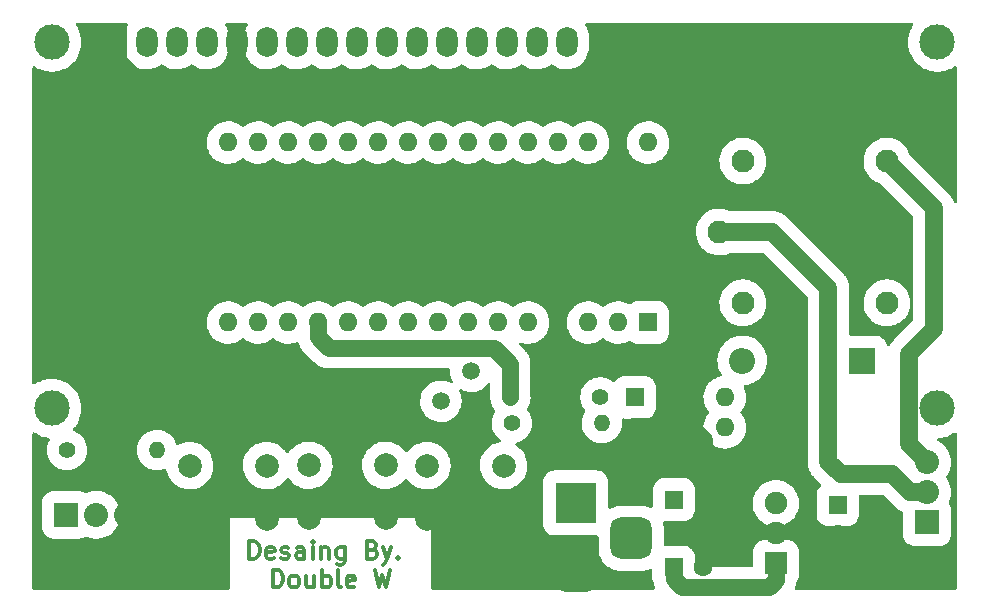
<source format=gbr>
%TF.GenerationSoftware,KiCad,Pcbnew,(6.0.0)*%
%TF.CreationDate,2022-01-31T23:05:30+07:00*%
%TF.ProjectId,eggmodel_V1.1,6567676d-6f64-4656-9c5f-56312e312e6b,rev?*%
%TF.SameCoordinates,Original*%
%TF.FileFunction,Copper,L2,Bot*%
%TF.FilePolarity,Positive*%
%FSLAX46Y46*%
G04 Gerber Fmt 4.6, Leading zero omitted, Abs format (unit mm)*
G04 Created by KiCad (PCBNEW (6.0.0)) date 2022-01-31 23:05:30*
%MOMM*%
%LPD*%
G01*
G04 APERTURE LIST*
G04 Aperture macros list*
%AMRoundRect*
0 Rectangle with rounded corners*
0 $1 Rounding radius*
0 $2 $3 $4 $5 $6 $7 $8 $9 X,Y pos of 4 corners*
0 Add a 4 corners polygon primitive as box body*
4,1,4,$2,$3,$4,$5,$6,$7,$8,$9,$2,$3,0*
0 Add four circle primitives for the rounded corners*
1,1,$1+$1,$2,$3*
1,1,$1+$1,$4,$5*
1,1,$1+$1,$6,$7*
1,1,$1+$1,$8,$9*
0 Add four rect primitives between the rounded corners*
20,1,$1+$1,$2,$3,$4,$5,0*
20,1,$1+$1,$4,$5,$6,$7,0*
20,1,$1+$1,$6,$7,$8,$9,0*
20,1,$1+$1,$8,$9,$2,$3,0*%
G04 Aperture macros list end*
%ADD10C,0.300000*%
%TA.AperFunction,NonConductor*%
%ADD11C,0.300000*%
%TD*%
%TA.AperFunction,ComponentPad*%
%ADD12R,2.040000X2.040000*%
%TD*%
%TA.AperFunction,ComponentPad*%
%ADD13C,2.040000*%
%TD*%
%TA.AperFunction,ComponentPad*%
%ADD14R,3.500000X3.500000*%
%TD*%
%TA.AperFunction,ComponentPad*%
%ADD15RoundRect,0.750000X1.000000X-0.750000X1.000000X0.750000X-1.000000X0.750000X-1.000000X-0.750000X0*%
%TD*%
%TA.AperFunction,ComponentPad*%
%ADD16RoundRect,0.875000X0.875000X-0.875000X0.875000X0.875000X-0.875000X0.875000X-0.875000X-0.875000X0*%
%TD*%
%TA.AperFunction,ComponentPad*%
%ADD17C,1.400000*%
%TD*%
%TA.AperFunction,ComponentPad*%
%ADD18O,1.400000X1.400000*%
%TD*%
%TA.AperFunction,ComponentPad*%
%ADD19R,1.500000X1.500000*%
%TD*%
%TA.AperFunction,ComponentPad*%
%ADD20C,1.500000*%
%TD*%
%TA.AperFunction,ComponentPad*%
%ADD21C,3.000000*%
%TD*%
%TA.AperFunction,ComponentPad*%
%ADD22R,1.800000X2.600000*%
%TD*%
%TA.AperFunction,ComponentPad*%
%ADD23O,1.800000X2.600000*%
%TD*%
%TA.AperFunction,ComponentPad*%
%ADD24C,2.000000*%
%TD*%
%TA.AperFunction,ComponentPad*%
%ADD25R,1.600000X1.600000*%
%TD*%
%TA.AperFunction,ComponentPad*%
%ADD26C,1.600000*%
%TD*%
%TA.AperFunction,ComponentPad*%
%ADD27O,1.600000X1.600000*%
%TD*%
%TA.AperFunction,ComponentPad*%
%ADD28R,1.910000X1.910000*%
%TD*%
%TA.AperFunction,ComponentPad*%
%ADD29C,1.910000*%
%TD*%
%TA.AperFunction,ComponentPad*%
%ADD30R,2.200000X2.200000*%
%TD*%
%TA.AperFunction,ComponentPad*%
%ADD31O,2.200000X2.200000*%
%TD*%
%TA.AperFunction,ComponentPad*%
%ADD32C,1.950000*%
%TD*%
%TA.AperFunction,Conductor*%
%ADD33C,1.400000*%
%TD*%
%TA.AperFunction,Conductor*%
%ADD34C,1.500000*%
%TD*%
G04 APERTURE END LIST*
D10*
D11*
X103682857Y-127641071D02*
X103682857Y-126141071D01*
X104040000Y-126141071D01*
X104254285Y-126212500D01*
X104397142Y-126355357D01*
X104468571Y-126498214D01*
X104540000Y-126783928D01*
X104540000Y-126998214D01*
X104468571Y-127283928D01*
X104397142Y-127426785D01*
X104254285Y-127569642D01*
X104040000Y-127641071D01*
X103682857Y-127641071D01*
X105754285Y-127569642D02*
X105611428Y-127641071D01*
X105325714Y-127641071D01*
X105182857Y-127569642D01*
X105111428Y-127426785D01*
X105111428Y-126855357D01*
X105182857Y-126712500D01*
X105325714Y-126641071D01*
X105611428Y-126641071D01*
X105754285Y-126712500D01*
X105825714Y-126855357D01*
X105825714Y-126998214D01*
X105111428Y-127141071D01*
X106397142Y-127569642D02*
X106540000Y-127641071D01*
X106825714Y-127641071D01*
X106968571Y-127569642D01*
X107040000Y-127426785D01*
X107040000Y-127355357D01*
X106968571Y-127212500D01*
X106825714Y-127141071D01*
X106611428Y-127141071D01*
X106468571Y-127069642D01*
X106397142Y-126926785D01*
X106397142Y-126855357D01*
X106468571Y-126712500D01*
X106611428Y-126641071D01*
X106825714Y-126641071D01*
X106968571Y-126712500D01*
X108325714Y-127641071D02*
X108325714Y-126855357D01*
X108254285Y-126712500D01*
X108111428Y-126641071D01*
X107825714Y-126641071D01*
X107682857Y-126712500D01*
X108325714Y-127569642D02*
X108182857Y-127641071D01*
X107825714Y-127641071D01*
X107682857Y-127569642D01*
X107611428Y-127426785D01*
X107611428Y-127283928D01*
X107682857Y-127141071D01*
X107825714Y-127069642D01*
X108182857Y-127069642D01*
X108325714Y-126998214D01*
X109040000Y-127641071D02*
X109040000Y-126641071D01*
X109040000Y-126141071D02*
X108968571Y-126212500D01*
X109040000Y-126283928D01*
X109111428Y-126212500D01*
X109040000Y-126141071D01*
X109040000Y-126283928D01*
X109754285Y-126641071D02*
X109754285Y-127641071D01*
X109754285Y-126783928D02*
X109825714Y-126712500D01*
X109968571Y-126641071D01*
X110182857Y-126641071D01*
X110325714Y-126712500D01*
X110397142Y-126855357D01*
X110397142Y-127641071D01*
X111754285Y-126641071D02*
X111754285Y-127855357D01*
X111682857Y-127998214D01*
X111611428Y-128069642D01*
X111468571Y-128141071D01*
X111254285Y-128141071D01*
X111111428Y-128069642D01*
X111754285Y-127569642D02*
X111611428Y-127641071D01*
X111325714Y-127641071D01*
X111182857Y-127569642D01*
X111111428Y-127498214D01*
X111040000Y-127355357D01*
X111040000Y-126926785D01*
X111111428Y-126783928D01*
X111182857Y-126712500D01*
X111325714Y-126641071D01*
X111611428Y-126641071D01*
X111754285Y-126712500D01*
X114111428Y-126855357D02*
X114325714Y-126926785D01*
X114397142Y-126998214D01*
X114468571Y-127141071D01*
X114468571Y-127355357D01*
X114397142Y-127498214D01*
X114325714Y-127569642D01*
X114182857Y-127641071D01*
X113611428Y-127641071D01*
X113611428Y-126141071D01*
X114111428Y-126141071D01*
X114254285Y-126212500D01*
X114325714Y-126283928D01*
X114397142Y-126426785D01*
X114397142Y-126569642D01*
X114325714Y-126712500D01*
X114254285Y-126783928D01*
X114111428Y-126855357D01*
X113611428Y-126855357D01*
X114968571Y-126641071D02*
X115325714Y-127641071D01*
X115682857Y-126641071D02*
X115325714Y-127641071D01*
X115182857Y-127998214D01*
X115111428Y-128069642D01*
X114968571Y-128141071D01*
X116254285Y-127498214D02*
X116325714Y-127569642D01*
X116254285Y-127641071D01*
X116182857Y-127569642D01*
X116254285Y-127498214D01*
X116254285Y-127641071D01*
X105647142Y-130056071D02*
X105647142Y-128556071D01*
X106004285Y-128556071D01*
X106218571Y-128627500D01*
X106361428Y-128770357D01*
X106432857Y-128913214D01*
X106504285Y-129198928D01*
X106504285Y-129413214D01*
X106432857Y-129698928D01*
X106361428Y-129841785D01*
X106218571Y-129984642D01*
X106004285Y-130056071D01*
X105647142Y-130056071D01*
X107361428Y-130056071D02*
X107218571Y-129984642D01*
X107147142Y-129913214D01*
X107075714Y-129770357D01*
X107075714Y-129341785D01*
X107147142Y-129198928D01*
X107218571Y-129127500D01*
X107361428Y-129056071D01*
X107575714Y-129056071D01*
X107718571Y-129127500D01*
X107790000Y-129198928D01*
X107861428Y-129341785D01*
X107861428Y-129770357D01*
X107790000Y-129913214D01*
X107718571Y-129984642D01*
X107575714Y-130056071D01*
X107361428Y-130056071D01*
X109147142Y-129056071D02*
X109147142Y-130056071D01*
X108504285Y-129056071D02*
X108504285Y-129841785D01*
X108575714Y-129984642D01*
X108718571Y-130056071D01*
X108932857Y-130056071D01*
X109075714Y-129984642D01*
X109147142Y-129913214D01*
X109861428Y-130056071D02*
X109861428Y-128556071D01*
X109861428Y-129127500D02*
X110004285Y-129056071D01*
X110290000Y-129056071D01*
X110432857Y-129127500D01*
X110504285Y-129198928D01*
X110575714Y-129341785D01*
X110575714Y-129770357D01*
X110504285Y-129913214D01*
X110432857Y-129984642D01*
X110290000Y-130056071D01*
X110004285Y-130056071D01*
X109861428Y-129984642D01*
X111432857Y-130056071D02*
X111290000Y-129984642D01*
X111218571Y-129841785D01*
X111218571Y-128556071D01*
X112575714Y-129984642D02*
X112432857Y-130056071D01*
X112147142Y-130056071D01*
X112004285Y-129984642D01*
X111932857Y-129841785D01*
X111932857Y-129270357D01*
X112004285Y-129127500D01*
X112147142Y-129056071D01*
X112432857Y-129056071D01*
X112575714Y-129127500D01*
X112647142Y-129270357D01*
X112647142Y-129413214D01*
X111932857Y-129556071D01*
X114290000Y-128556071D02*
X114647142Y-130056071D01*
X114932857Y-128984642D01*
X115218571Y-130056071D01*
X115575714Y-128556071D01*
D12*
%TO.P,J3,1,1*%
%TO.N,Net-(J3-Pad1)*%
X161060000Y-124530000D03*
D13*
%TO.P,J3,2,2*%
%TO.N,Net-(J3-Pad2)*%
X161060000Y-121990000D03*
%TO.P,J3,3,3*%
%TO.N,Net-(J3-Pad3)*%
X161060000Y-119450000D03*
%TD*%
D14*
%TO.P,J2,1*%
%TO.N,Net-(C1-Pad1)*%
X131300000Y-122910000D03*
D15*
%TO.P,J2,2*%
%TO.N,GND*%
X131300000Y-128910000D03*
D16*
%TO.P,J2,3*%
%TO.N,N/C*%
X136000000Y-125910000D03*
%TD*%
D17*
%TO.P,R1,1*%
%TO.N,VCC*%
X88230000Y-118430000D03*
D18*
%TO.P,R1,2*%
%TO.N,D8*%
X95850000Y-118430000D03*
%TD*%
D19*
%TO.P,Q1,1,E*%
%TO.N,GND*%
X122440000Y-116840000D03*
D20*
%TO.P,Q1,2,B*%
%TO.N,Net-(Q1-Pad2)*%
X119900000Y-114300000D03*
%TO.P,Q1,3,C*%
%TO.N,Net-(D1-Pad2)*%
X122440000Y-111760000D03*
%TD*%
D21*
%TO.P,DS1,*%
%TO.N,*%
X161940000Y-83902500D03*
X161939480Y-114903200D03*
X86940900Y-83902500D03*
X86940900Y-114903200D03*
D22*
%TO.P,DS1,1,VSS*%
%TO.N,GND*%
X92440000Y-83902500D03*
D23*
%TO.P,DS1,2,VDD*%
%TO.N,VCC*%
X94980000Y-83902500D03*
%TO.P,DS1,3,VO*%
X97520000Y-83902500D03*
%TO.P,DS1,4,RS*%
%TO.N,A0*%
X100060000Y-83902500D03*
%TO.P,DS1,5,R/W*%
%TO.N,GND*%
X102600000Y-83902500D03*
%TO.P,DS1,6,E*%
%TO.N,A1*%
X105140000Y-83902500D03*
%TO.P,DS1,7,D0*%
%TO.N,unconnected-(DS1-Pad7)*%
X107680000Y-83902500D03*
%TO.P,DS1,8,D1*%
%TO.N,unconnected-(DS1-Pad8)*%
X110220000Y-83902500D03*
%TO.P,DS1,9,D2*%
%TO.N,unconnected-(DS1-Pad9)*%
X112760000Y-83902500D03*
%TO.P,DS1,10,D3*%
%TO.N,unconnected-(DS1-Pad10)*%
X115300000Y-83902500D03*
%TO.P,DS1,11,D4*%
%TO.N,A2*%
X117840000Y-83902500D03*
%TO.P,DS1,12,D5*%
%TO.N,A3*%
X120380000Y-83902500D03*
%TO.P,DS1,13,D6*%
%TO.N,A4*%
X122920000Y-83902500D03*
%TO.P,DS1,14,D7*%
%TO.N,A5*%
X125460000Y-83902500D03*
%TO.P,DS1,15,LED(+)*%
%TO.N,unconnected-(DS1-Pad15)*%
X128000000Y-83902500D03*
%TO.P,DS1,16,LED(-)*%
%TO.N,unconnected-(DS1-Pad16)*%
X130540000Y-83902500D03*
%TD*%
D24*
%TO.P,SW1,1,1*%
%TO.N,GND*%
X118710000Y-124240000D03*
X125210000Y-124240000D03*
%TO.P,SW1,2,2*%
%TO.N,D10*%
X125210000Y-119740000D03*
X118710000Y-119740000D03*
%TD*%
D25*
%TO.P,C1,1*%
%TO.N,Net-(C1-Pad1)*%
X139600000Y-128330000D03*
D26*
%TO.P,C1,2*%
%TO.N,GND*%
X142100000Y-128330000D03*
%TD*%
D24*
%TO.P,SW2,1,1*%
%TO.N,GND*%
X115220000Y-124220000D03*
X108720000Y-124220000D03*
%TO.P,SW2,2,2*%
%TO.N,D11*%
X115220000Y-119720000D03*
X108720000Y-119720000D03*
%TD*%
D25*
%TO.P,C2,1*%
%TO.N,Net-(C1-Pad1)*%
X139630000Y-122620000D03*
D26*
%TO.P,C2,2*%
%TO.N,GND*%
X142130000Y-122620000D03*
%TD*%
D24*
%TO.P,SW3,1,1*%
%TO.N,GND*%
X98630000Y-124240000D03*
X105130000Y-124240000D03*
%TO.P,SW3,2,2*%
%TO.N,D12*%
X105130000Y-119740000D03*
X98630000Y-119740000D03*
%TD*%
D17*
%TO.P,R2,1*%
%TO.N,Net-(R2-Pad1)*%
X133400000Y-113960000D03*
D18*
%TO.P,R2,2*%
%TO.N,D9*%
X125780000Y-113960000D03*
%TD*%
D25*
%TO.P,U1,1*%
%TO.N,Net-(R2-Pad1)*%
X136310000Y-113965000D03*
D27*
%TO.P,U1,2*%
%TO.N,GND*%
X136310000Y-116505000D03*
%TO.P,U1,3*%
%TO.N,Net-(R3-Pad2)*%
X143930000Y-116505000D03*
%TO.P,U1,4*%
%TO.N,VCC*%
X143930000Y-113965000D03*
%TD*%
D28*
%TO.P,U2,1,INPUT*%
%TO.N,Net-(C1-Pad1)*%
X148258000Y-128030000D03*
D29*
%TO.P,U2,2,GROUND*%
%TO.N,GND*%
X148258000Y-125480000D03*
%TO.P,U2,3,OUTPUT*%
%TO.N,VCC*%
X148258000Y-122930000D03*
%TD*%
D17*
%TO.P,R3,1*%
%TO.N,Net-(Q1-Pad2)*%
X125900000Y-116150000D03*
D18*
%TO.P,R3,2*%
%TO.N,Net-(R3-Pad2)*%
X133520000Y-116150000D03*
%TD*%
D25*
%TO.P,C3,1*%
%TO.N,VCC*%
X153500000Y-123050000D03*
D26*
%TO.P,C3,2*%
%TO.N,GND*%
X153500000Y-125550000D03*
%TD*%
D12*
%TO.P,J1,1,1*%
%TO.N,VCC*%
X88168500Y-123910000D03*
D13*
%TO.P,J1,2,2*%
%TO.N,D8*%
X90708500Y-123910000D03*
%TO.P,J1,3,3*%
%TO.N,GND*%
X93248500Y-123910000D03*
%TD*%
D30*
%TO.P,D1,1,K*%
%TO.N,VCC*%
X155570000Y-110850000D03*
D31*
%TO.P,D1,2,A*%
%TO.N,Net-(D1-Pad2)*%
X145410000Y-110850000D03*
%TD*%
D25*
%TO.P,A1,1,D1/TX*%
%TO.N,unconnected-(A1-Pad1)*%
X137430000Y-107630000D03*
D27*
%TO.P,A1,2,D0/RX*%
%TO.N,unconnected-(A1-Pad2)*%
X134890000Y-107630000D03*
%TO.P,A1,3,~{RESET}*%
%TO.N,unconnected-(A1-Pad3)*%
X132350000Y-107630000D03*
%TO.P,A1,4,GND*%
%TO.N,GND*%
X129810000Y-107630000D03*
%TO.P,A1,5,D2*%
%TO.N,unconnected-(A1-Pad5)*%
X127270000Y-107630000D03*
%TO.P,A1,6,D3*%
%TO.N,unconnected-(A1-Pad6)*%
X124730000Y-107630000D03*
%TO.P,A1,7,D4*%
%TO.N,unconnected-(A1-Pad7)*%
X122190000Y-107630000D03*
%TO.P,A1,8,D5*%
%TO.N,unconnected-(A1-Pad8)*%
X119650000Y-107630000D03*
%TO.P,A1,9,D6*%
%TO.N,unconnected-(A1-Pad9)*%
X117110000Y-107630000D03*
%TO.P,A1,10,D7*%
%TO.N,unconnected-(A1-Pad10)*%
X114570000Y-107630000D03*
%TO.P,A1,11,D8*%
%TO.N,D8*%
X112030000Y-107630000D03*
%TO.P,A1,12,D9*%
%TO.N,D9*%
X109490000Y-107630000D03*
%TO.P,A1,13,D10*%
%TO.N,D10*%
X106950000Y-107630000D03*
%TO.P,A1,14,D11*%
%TO.N,D11*%
X104410000Y-107630000D03*
%TO.P,A1,15,D12*%
%TO.N,D12*%
X101870000Y-107630000D03*
%TO.P,A1,16,D13*%
%TO.N,unconnected-(A1-Pad16)*%
X101870000Y-92390000D03*
%TO.P,A1,17,3V3*%
%TO.N,unconnected-(A1-Pad17)*%
X104410000Y-92390000D03*
%TO.P,A1,18,AREF*%
%TO.N,unconnected-(A1-Pad18)*%
X106950000Y-92390000D03*
%TO.P,A1,19,A0*%
%TO.N,A0*%
X109490000Y-92390000D03*
%TO.P,A1,20,A1*%
%TO.N,A1*%
X112030000Y-92390000D03*
%TO.P,A1,21,A2*%
%TO.N,A2*%
X114570000Y-92390000D03*
%TO.P,A1,22,A3*%
%TO.N,A3*%
X117110000Y-92390000D03*
%TO.P,A1,23,A4*%
%TO.N,A4*%
X119650000Y-92390000D03*
%TO.P,A1,24,A5*%
%TO.N,A5*%
X122190000Y-92390000D03*
%TO.P,A1,25,A6*%
%TO.N,unconnected-(A1-Pad25)*%
X124730000Y-92390000D03*
%TO.P,A1,26,A7*%
%TO.N,unconnected-(A1-Pad26)*%
X127270000Y-92390000D03*
%TO.P,A1,27,+5V*%
%TO.N,VCC*%
X129810000Y-92390000D03*
%TO.P,A1,28,~{RESET}*%
%TO.N,unconnected-(A1-Pad28)*%
X132350000Y-92390000D03*
%TO.P,A1,29,GND*%
%TO.N,GND*%
X134890000Y-92390000D03*
%TO.P,A1,30,VIN*%
%TO.N,unconnected-(A1-Pad30)*%
X137430000Y-92390000D03*
%TD*%
D32*
%TO.P,K1,COIL1*%
%TO.N,VCC*%
X145460000Y-93960000D03*
%TO.P,K1,COIL2*%
%TO.N,Net-(D1-Pad2)*%
X145460000Y-105960000D03*
%TO.P,K1,COM*%
%TO.N,Net-(J3-Pad2)*%
X143460000Y-99960000D03*
%TO.P,K1,NC*%
%TO.N,Net-(J3-Pad1)*%
X157660000Y-105960000D03*
%TO.P,K1,NO*%
%TO.N,Net-(J3-Pad3)*%
X157660000Y-93960000D03*
%TD*%
D33*
%TO.N,GND*%
X125210000Y-126720000D02*
X125210000Y-124240000D01*
D34*
X129810000Y-100970000D02*
X134890000Y-95890000D01*
X142130000Y-117620000D02*
X142130000Y-122620000D01*
D33*
X122440000Y-121470000D02*
X125210000Y-124240000D01*
D34*
X136310000Y-117940000D02*
X136310000Y-116505000D01*
X141015000Y-116505000D02*
X142130000Y-117620000D01*
X129810000Y-107630000D02*
X129810000Y-117790000D01*
X102600000Y-85790000D02*
X102600000Y-83902500D01*
X129810000Y-117790000D02*
X131130000Y-119110000D01*
X92440000Y-83902500D02*
X92440000Y-85400000D01*
X94210000Y-87170000D02*
X97840000Y-87170000D01*
X92440000Y-85400000D02*
X94210000Y-87170000D01*
X129810000Y-107630000D02*
X129810000Y-100970000D01*
X97840000Y-97610000D02*
X97840000Y-87170000D01*
D33*
X122440000Y-116840000D02*
X122440000Y-121470000D01*
X127400000Y-128910000D02*
X125210000Y-126720000D01*
D34*
X101220000Y-87170000D02*
X102600000Y-85790000D01*
D33*
X131300000Y-128910000D02*
X127400000Y-128910000D01*
D34*
X101200000Y-100970000D02*
X97840000Y-97610000D01*
X136310000Y-116505000D02*
X141015000Y-116505000D01*
X131130000Y-119110000D02*
X135140000Y-119110000D01*
X134890000Y-95890000D02*
X134890000Y-92390000D01*
X135140000Y-119110000D02*
X136310000Y-117940000D01*
X129810000Y-100970000D02*
X101200000Y-100970000D01*
X97840000Y-87170000D02*
X101220000Y-87170000D01*
D33*
%TO.N,D9*%
X124420000Y-109810000D02*
X110410000Y-109810000D01*
X125780000Y-113960000D02*
X125780000Y-111170000D01*
X125780000Y-111170000D02*
X124420000Y-109810000D01*
X110410000Y-109810000D02*
X109490000Y-108890000D01*
X109490000Y-108890000D02*
X109490000Y-107630000D01*
D34*
%TO.N,D11*%
X115220000Y-119720000D02*
X115260000Y-119680000D01*
D33*
%TO.N,Net-(C1-Pad1)*%
X148270000Y-128042000D02*
X148258000Y-128030000D01*
X148270000Y-129470000D02*
X148270000Y-128042000D01*
X139600000Y-129360000D02*
X140300000Y-130060000D01*
X140300000Y-130060000D02*
X147680000Y-130060000D01*
X147680000Y-130060000D02*
X148270000Y-129470000D01*
X139600000Y-128330000D02*
X139600000Y-129360000D01*
D34*
%TO.N,Net-(J3-Pad2)*%
X159617503Y-121990000D02*
X161060000Y-121990000D01*
X158087503Y-120460000D02*
X159617503Y-121990000D01*
X152700000Y-104700000D02*
X152700000Y-119430000D01*
X152700000Y-119430000D02*
X153730000Y-120460000D01*
X153730000Y-120460000D02*
X158087503Y-120460000D01*
X147960000Y-99960000D02*
X152700000Y-104700000D01*
X143460000Y-99960000D02*
X147960000Y-99960000D01*
%TO.N,Net-(J3-Pad3)*%
X161060000Y-119450000D02*
X159489969Y-117879969D01*
X161650000Y-97950000D02*
X161650000Y-108140000D01*
X161650000Y-97950000D02*
X157660000Y-93960000D01*
X159489969Y-117879969D02*
X159489969Y-110300031D01*
X159489969Y-110300031D02*
X161650000Y-108140000D01*
%TD*%
%TA.AperFunction,Conductor*%
%TO.N,GND*%
G36*
X93354436Y-82282502D02*
G01*
X93400929Y-82336158D01*
X93411033Y-82406432D01*
X93389843Y-82460319D01*
X93339784Y-82532479D01*
X93216935Y-82779414D01*
X93131020Y-83041498D01*
X93130240Y-83045989D01*
X93130240Y-83045990D01*
X93089710Y-83279421D01*
X93083838Y-83313238D01*
X93079500Y-83400376D01*
X93079500Y-84372570D01*
X93079665Y-84374838D01*
X93079665Y-84374850D01*
X93087870Y-84487925D01*
X93094375Y-84577583D01*
X93095359Y-84582038D01*
X93095359Y-84582041D01*
X93136379Y-84767835D01*
X93153836Y-84846903D01*
X93251551Y-85104819D01*
X93385475Y-85345928D01*
X93552802Y-85565178D01*
X93556068Y-85568371D01*
X93556070Y-85568373D01*
X93746758Y-85754783D01*
X93746763Y-85754787D01*
X93750026Y-85757977D01*
X93753718Y-85760664D01*
X93753720Y-85760666D01*
X93904060Y-85870095D01*
X93973016Y-85920287D01*
X94217101Y-86048706D01*
X94477168Y-86140545D01*
X94576874Y-86160197D01*
X94743296Y-86192999D01*
X94743302Y-86193000D01*
X94747768Y-86193880D01*
X94752322Y-86194107D01*
X94752324Y-86194107D01*
X95018664Y-86207367D01*
X95018670Y-86207367D01*
X95023233Y-86207594D01*
X95297792Y-86181398D01*
X95302226Y-86180313D01*
X95302232Y-86180312D01*
X95561256Y-86116929D01*
X95565694Y-86115843D01*
X95821326Y-86012301D01*
X95825256Y-86010000D01*
X95825262Y-86009997D01*
X96055403Y-85875245D01*
X96055410Y-85875240D01*
X96059335Y-85872942D01*
X96169416Y-85784908D01*
X96235109Y-85757984D01*
X96304930Y-85770850D01*
X96322259Y-85781439D01*
X96389342Y-85830267D01*
X96444060Y-85870095D01*
X96513016Y-85920287D01*
X96757101Y-86048706D01*
X97017168Y-86140545D01*
X97116874Y-86160197D01*
X97283296Y-86192999D01*
X97283302Y-86193000D01*
X97287768Y-86193880D01*
X97292322Y-86194107D01*
X97292324Y-86194107D01*
X97558664Y-86207367D01*
X97558670Y-86207367D01*
X97563233Y-86207594D01*
X97837792Y-86181398D01*
X97842226Y-86180313D01*
X97842232Y-86180312D01*
X98101256Y-86116929D01*
X98105694Y-86115843D01*
X98361326Y-86012301D01*
X98365256Y-86010000D01*
X98365262Y-86009997D01*
X98595403Y-85875245D01*
X98595410Y-85875240D01*
X98599335Y-85872942D01*
X98709416Y-85784908D01*
X98775109Y-85757984D01*
X98844930Y-85770850D01*
X98862259Y-85781439D01*
X98929342Y-85830267D01*
X98984060Y-85870095D01*
X99053016Y-85920287D01*
X99297101Y-86048706D01*
X99557168Y-86140545D01*
X99656874Y-86160197D01*
X99823296Y-86192999D01*
X99823302Y-86193000D01*
X99827768Y-86193880D01*
X99832322Y-86194107D01*
X99832324Y-86194107D01*
X100098664Y-86207367D01*
X100098670Y-86207367D01*
X100103233Y-86207594D01*
X100377792Y-86181398D01*
X100382226Y-86180313D01*
X100382232Y-86180312D01*
X100641256Y-86116929D01*
X100645694Y-86115843D01*
X100901326Y-86012301D01*
X100905256Y-86010000D01*
X100905262Y-86009997D01*
X101135403Y-85875245D01*
X101135410Y-85875240D01*
X101139335Y-85872942D01*
X101354732Y-85700684D01*
X101429814Y-85620309D01*
X101539892Y-85502472D01*
X101539894Y-85502469D01*
X101543008Y-85499136D01*
X101700216Y-85272521D01*
X101823065Y-85025586D01*
X101908980Y-84763502D01*
X101941261Y-84577583D01*
X101955506Y-84495543D01*
X101955507Y-84495535D01*
X101956162Y-84491762D01*
X101960500Y-84404624D01*
X101960500Y-83432430D01*
X101958289Y-83401946D01*
X101945955Y-83231968D01*
X101945625Y-83227417D01*
X101904578Y-83041498D01*
X101887148Y-82962553D01*
X101887147Y-82962550D01*
X101886164Y-82958097D01*
X101788449Y-82700181D01*
X101695299Y-82532479D01*
X101656740Y-82463059D01*
X101656737Y-82463055D01*
X101654525Y-82459072D01*
X101652952Y-82457011D01*
X101632533Y-82389543D01*
X101651971Y-82321259D01*
X101705240Y-82274324D01*
X101758529Y-82262500D01*
X103446315Y-82262500D01*
X103514436Y-82282502D01*
X103560929Y-82336158D01*
X103571033Y-82406432D01*
X103549843Y-82460319D01*
X103499784Y-82532479D01*
X103376935Y-82779414D01*
X103291020Y-83041498D01*
X103290240Y-83045989D01*
X103290240Y-83045990D01*
X103249710Y-83279421D01*
X103243838Y-83313238D01*
X103239500Y-83400376D01*
X103239500Y-84372570D01*
X103239665Y-84374838D01*
X103239665Y-84374850D01*
X103247870Y-84487925D01*
X103254375Y-84577583D01*
X103255359Y-84582038D01*
X103255359Y-84582041D01*
X103296379Y-84767835D01*
X103313836Y-84846903D01*
X103411551Y-85104819D01*
X103545475Y-85345928D01*
X103712802Y-85565178D01*
X103716068Y-85568371D01*
X103716070Y-85568373D01*
X103906758Y-85754783D01*
X103906763Y-85754787D01*
X103910026Y-85757977D01*
X103913718Y-85760664D01*
X103913720Y-85760666D01*
X104064060Y-85870095D01*
X104133016Y-85920287D01*
X104377101Y-86048706D01*
X104637168Y-86140545D01*
X104736874Y-86160197D01*
X104903296Y-86192999D01*
X104903302Y-86193000D01*
X104907768Y-86193880D01*
X104912322Y-86194107D01*
X104912324Y-86194107D01*
X105178664Y-86207367D01*
X105178670Y-86207367D01*
X105183233Y-86207594D01*
X105457792Y-86181398D01*
X105462226Y-86180313D01*
X105462232Y-86180312D01*
X105721256Y-86116929D01*
X105725694Y-86115843D01*
X105981326Y-86012301D01*
X105985256Y-86010000D01*
X105985262Y-86009997D01*
X106215403Y-85875245D01*
X106215410Y-85875240D01*
X106219335Y-85872942D01*
X106329416Y-85784908D01*
X106395109Y-85757984D01*
X106464930Y-85770850D01*
X106482259Y-85781439D01*
X106549342Y-85830267D01*
X106604060Y-85870095D01*
X106673016Y-85920287D01*
X106917101Y-86048706D01*
X107177168Y-86140545D01*
X107276874Y-86160197D01*
X107443296Y-86192999D01*
X107443302Y-86193000D01*
X107447768Y-86193880D01*
X107452322Y-86194107D01*
X107452324Y-86194107D01*
X107718664Y-86207367D01*
X107718670Y-86207367D01*
X107723233Y-86207594D01*
X107997792Y-86181398D01*
X108002226Y-86180313D01*
X108002232Y-86180312D01*
X108261256Y-86116929D01*
X108265694Y-86115843D01*
X108521326Y-86012301D01*
X108525256Y-86010000D01*
X108525262Y-86009997D01*
X108755403Y-85875245D01*
X108755410Y-85875240D01*
X108759335Y-85872942D01*
X108869416Y-85784908D01*
X108935109Y-85757984D01*
X109004930Y-85770850D01*
X109022259Y-85781439D01*
X109089342Y-85830267D01*
X109144060Y-85870095D01*
X109213016Y-85920287D01*
X109457101Y-86048706D01*
X109717168Y-86140545D01*
X109816874Y-86160197D01*
X109983296Y-86192999D01*
X109983302Y-86193000D01*
X109987768Y-86193880D01*
X109992322Y-86194107D01*
X109992324Y-86194107D01*
X110258664Y-86207367D01*
X110258670Y-86207367D01*
X110263233Y-86207594D01*
X110537792Y-86181398D01*
X110542226Y-86180313D01*
X110542232Y-86180312D01*
X110801256Y-86116929D01*
X110805694Y-86115843D01*
X111061326Y-86012301D01*
X111065256Y-86010000D01*
X111065262Y-86009997D01*
X111295403Y-85875245D01*
X111295410Y-85875240D01*
X111299335Y-85872942D01*
X111409416Y-85784908D01*
X111475109Y-85757984D01*
X111544930Y-85770850D01*
X111562259Y-85781439D01*
X111629342Y-85830267D01*
X111684060Y-85870095D01*
X111753016Y-85920287D01*
X111997101Y-86048706D01*
X112257168Y-86140545D01*
X112356874Y-86160197D01*
X112523296Y-86192999D01*
X112523302Y-86193000D01*
X112527768Y-86193880D01*
X112532322Y-86194107D01*
X112532324Y-86194107D01*
X112798664Y-86207367D01*
X112798670Y-86207367D01*
X112803233Y-86207594D01*
X113077792Y-86181398D01*
X113082226Y-86180313D01*
X113082232Y-86180312D01*
X113341256Y-86116929D01*
X113345694Y-86115843D01*
X113601326Y-86012301D01*
X113605256Y-86010000D01*
X113605262Y-86009997D01*
X113835403Y-85875245D01*
X113835410Y-85875240D01*
X113839335Y-85872942D01*
X113949416Y-85784908D01*
X114015109Y-85757984D01*
X114084930Y-85770850D01*
X114102259Y-85781439D01*
X114169342Y-85830267D01*
X114224060Y-85870095D01*
X114293016Y-85920287D01*
X114537101Y-86048706D01*
X114797168Y-86140545D01*
X114896874Y-86160197D01*
X115063296Y-86192999D01*
X115063302Y-86193000D01*
X115067768Y-86193880D01*
X115072322Y-86194107D01*
X115072324Y-86194107D01*
X115338664Y-86207367D01*
X115338670Y-86207367D01*
X115343233Y-86207594D01*
X115617792Y-86181398D01*
X115622226Y-86180313D01*
X115622232Y-86180312D01*
X115881256Y-86116929D01*
X115885694Y-86115843D01*
X116141326Y-86012301D01*
X116145256Y-86010000D01*
X116145262Y-86009997D01*
X116375403Y-85875245D01*
X116375410Y-85875240D01*
X116379335Y-85872942D01*
X116489416Y-85784908D01*
X116555109Y-85757984D01*
X116624930Y-85770850D01*
X116642259Y-85781439D01*
X116709342Y-85830267D01*
X116764060Y-85870095D01*
X116833016Y-85920287D01*
X117077101Y-86048706D01*
X117337168Y-86140545D01*
X117436874Y-86160197D01*
X117603296Y-86192999D01*
X117603302Y-86193000D01*
X117607768Y-86193880D01*
X117612322Y-86194107D01*
X117612324Y-86194107D01*
X117878664Y-86207367D01*
X117878670Y-86207367D01*
X117883233Y-86207594D01*
X118157792Y-86181398D01*
X118162226Y-86180313D01*
X118162232Y-86180312D01*
X118421256Y-86116929D01*
X118425694Y-86115843D01*
X118681326Y-86012301D01*
X118685256Y-86010000D01*
X118685262Y-86009997D01*
X118915403Y-85875245D01*
X118915410Y-85875240D01*
X118919335Y-85872942D01*
X119029416Y-85784908D01*
X119095109Y-85757984D01*
X119164930Y-85770850D01*
X119182259Y-85781439D01*
X119249342Y-85830267D01*
X119304060Y-85870095D01*
X119373016Y-85920287D01*
X119617101Y-86048706D01*
X119877168Y-86140545D01*
X119976874Y-86160197D01*
X120143296Y-86192999D01*
X120143302Y-86193000D01*
X120147768Y-86193880D01*
X120152322Y-86194107D01*
X120152324Y-86194107D01*
X120418664Y-86207367D01*
X120418670Y-86207367D01*
X120423233Y-86207594D01*
X120697792Y-86181398D01*
X120702226Y-86180313D01*
X120702232Y-86180312D01*
X120961256Y-86116929D01*
X120965694Y-86115843D01*
X121221326Y-86012301D01*
X121225256Y-86010000D01*
X121225262Y-86009997D01*
X121455403Y-85875245D01*
X121455410Y-85875240D01*
X121459335Y-85872942D01*
X121569416Y-85784908D01*
X121635109Y-85757984D01*
X121704930Y-85770850D01*
X121722259Y-85781439D01*
X121789342Y-85830267D01*
X121844060Y-85870095D01*
X121913016Y-85920287D01*
X122157101Y-86048706D01*
X122417168Y-86140545D01*
X122516874Y-86160197D01*
X122683296Y-86192999D01*
X122683302Y-86193000D01*
X122687768Y-86193880D01*
X122692322Y-86194107D01*
X122692324Y-86194107D01*
X122958664Y-86207367D01*
X122958670Y-86207367D01*
X122963233Y-86207594D01*
X123237792Y-86181398D01*
X123242226Y-86180313D01*
X123242232Y-86180312D01*
X123501256Y-86116929D01*
X123505694Y-86115843D01*
X123761326Y-86012301D01*
X123765256Y-86010000D01*
X123765262Y-86009997D01*
X123995403Y-85875245D01*
X123995410Y-85875240D01*
X123999335Y-85872942D01*
X124109416Y-85784908D01*
X124175109Y-85757984D01*
X124244930Y-85770850D01*
X124262259Y-85781439D01*
X124329342Y-85830267D01*
X124384060Y-85870095D01*
X124453016Y-85920287D01*
X124697101Y-86048706D01*
X124957168Y-86140545D01*
X125056874Y-86160197D01*
X125223296Y-86192999D01*
X125223302Y-86193000D01*
X125227768Y-86193880D01*
X125232322Y-86194107D01*
X125232324Y-86194107D01*
X125498664Y-86207367D01*
X125498670Y-86207367D01*
X125503233Y-86207594D01*
X125777792Y-86181398D01*
X125782226Y-86180313D01*
X125782232Y-86180312D01*
X126041256Y-86116929D01*
X126045694Y-86115843D01*
X126301326Y-86012301D01*
X126305256Y-86010000D01*
X126305262Y-86009997D01*
X126535403Y-85875245D01*
X126535410Y-85875240D01*
X126539335Y-85872942D01*
X126649416Y-85784908D01*
X126715109Y-85757984D01*
X126784930Y-85770850D01*
X126802259Y-85781439D01*
X126869342Y-85830267D01*
X126924060Y-85870095D01*
X126993016Y-85920287D01*
X127237101Y-86048706D01*
X127497168Y-86140545D01*
X127596874Y-86160197D01*
X127763296Y-86192999D01*
X127763302Y-86193000D01*
X127767768Y-86193880D01*
X127772322Y-86194107D01*
X127772324Y-86194107D01*
X128038664Y-86207367D01*
X128038670Y-86207367D01*
X128043233Y-86207594D01*
X128317792Y-86181398D01*
X128322226Y-86180313D01*
X128322232Y-86180312D01*
X128581256Y-86116929D01*
X128585694Y-86115843D01*
X128841326Y-86012301D01*
X128845256Y-86010000D01*
X128845262Y-86009997D01*
X129075403Y-85875245D01*
X129075410Y-85875240D01*
X129079335Y-85872942D01*
X129189416Y-85784908D01*
X129255109Y-85757984D01*
X129324930Y-85770850D01*
X129342259Y-85781439D01*
X129409342Y-85830267D01*
X129464060Y-85870095D01*
X129533016Y-85920287D01*
X129777101Y-86048706D01*
X130037168Y-86140545D01*
X130136874Y-86160197D01*
X130303296Y-86192999D01*
X130303302Y-86193000D01*
X130307768Y-86193880D01*
X130312322Y-86194107D01*
X130312324Y-86194107D01*
X130578664Y-86207367D01*
X130578670Y-86207367D01*
X130583233Y-86207594D01*
X130857792Y-86181398D01*
X130862226Y-86180313D01*
X130862232Y-86180312D01*
X131121256Y-86116929D01*
X131125694Y-86115843D01*
X131381326Y-86012301D01*
X131385256Y-86010000D01*
X131385262Y-86009997D01*
X131615403Y-85875245D01*
X131615410Y-85875240D01*
X131619335Y-85872942D01*
X131834732Y-85700684D01*
X131909814Y-85620309D01*
X132019892Y-85502472D01*
X132019894Y-85502469D01*
X132023008Y-85499136D01*
X132180216Y-85272521D01*
X132303065Y-85025586D01*
X132388980Y-84763502D01*
X132421261Y-84577583D01*
X132435506Y-84495543D01*
X132435507Y-84495535D01*
X132436162Y-84491762D01*
X132440500Y-84404624D01*
X132440500Y-83432430D01*
X132438289Y-83401946D01*
X132425955Y-83231968D01*
X132425625Y-83227417D01*
X132384578Y-83041498D01*
X132367148Y-82962553D01*
X132367147Y-82962550D01*
X132366164Y-82958097D01*
X132268449Y-82700181D01*
X132175299Y-82532479D01*
X132136740Y-82463059D01*
X132136737Y-82463055D01*
X132134525Y-82459072D01*
X132132952Y-82457011D01*
X132112533Y-82389543D01*
X132131971Y-82321259D01*
X132185240Y-82274324D01*
X132238529Y-82262500D01*
X159790056Y-82262500D01*
X159858177Y-82282502D01*
X159904670Y-82336158D01*
X159914774Y-82406432D01*
X159896442Y-82456013D01*
X159744463Y-82695493D01*
X159742779Y-82699072D01*
X159742775Y-82699079D01*
X159618794Y-82962553D01*
X159610497Y-82980185D01*
X159513269Y-83279421D01*
X159454312Y-83588485D01*
X159434556Y-83902500D01*
X159454312Y-84216515D01*
X159513269Y-84525579D01*
X159610497Y-84824815D01*
X159612184Y-84828401D01*
X159612186Y-84828405D01*
X159742775Y-85105921D01*
X159742779Y-85105928D01*
X159744463Y-85109507D01*
X159913053Y-85375163D01*
X159915578Y-85378215D01*
X160070248Y-85565178D01*
X160113610Y-85617594D01*
X160342970Y-85832978D01*
X160346172Y-85835305D01*
X160346174Y-85835306D01*
X160594307Y-86015585D01*
X160594310Y-86015587D01*
X160597516Y-86017916D01*
X160649663Y-86046584D01*
X160817819Y-86139029D01*
X160873234Y-86169494D01*
X160969464Y-86207594D01*
X161162092Y-86283861D01*
X161162095Y-86283862D01*
X161165775Y-86285319D01*
X161169609Y-86286303D01*
X161169617Y-86286306D01*
X161358074Y-86334693D01*
X161470527Y-86363566D01*
X161474455Y-86364062D01*
X161474459Y-86364063D01*
X161598375Y-86379717D01*
X161782682Y-86403000D01*
X162097318Y-86403000D01*
X162281625Y-86379717D01*
X162405541Y-86364063D01*
X162405545Y-86364062D01*
X162409473Y-86363566D01*
X162521926Y-86334693D01*
X162710383Y-86286306D01*
X162710391Y-86286303D01*
X162714225Y-86285319D01*
X162717905Y-86283862D01*
X162717908Y-86283861D01*
X162910536Y-86207594D01*
X163006766Y-86169494D01*
X163062182Y-86139029D01*
X163230337Y-86046584D01*
X163282484Y-86017916D01*
X163369940Y-85954376D01*
X163436807Y-85930518D01*
X163505958Y-85946598D01*
X163555438Y-85997512D01*
X163570000Y-86056312D01*
X163570000Y-97385602D01*
X163549998Y-97453723D01*
X163496342Y-97500216D01*
X163426068Y-97510320D01*
X163361488Y-97480826D01*
X163326567Y-97431270D01*
X163326133Y-97430154D01*
X163321177Y-97414434D01*
X163320606Y-97412102D01*
X163319492Y-97407549D01*
X163276433Y-97302299D01*
X163275618Y-97300256D01*
X163236098Y-97198630D01*
X163236097Y-97198628D01*
X163234405Y-97194277D01*
X163230883Y-97188115D01*
X163223665Y-97173317D01*
X163220975Y-97166741D01*
X163162838Y-97069023D01*
X163161732Y-97067126D01*
X163105299Y-96968388D01*
X163100897Y-96962804D01*
X163091573Y-96949236D01*
X163090337Y-96947159D01*
X163090335Y-96947157D01*
X163087945Y-96943139D01*
X163016028Y-96855116D01*
X163014652Y-96853402D01*
X162947115Y-96767732D01*
X162947112Y-96767729D01*
X162944223Y-96764064D01*
X162868399Y-96692736D01*
X162865637Y-96690056D01*
X159569108Y-93393527D01*
X159539991Y-93348043D01*
X159466617Y-93149154D01*
X159465076Y-93144977D01*
X159332230Y-92898770D01*
X159166019Y-92673738D01*
X159120077Y-92627068D01*
X158972890Y-92477552D01*
X158969759Y-92474371D01*
X158966220Y-92471670D01*
X158966213Y-92471664D01*
X158797276Y-92342736D01*
X158747365Y-92304645D01*
X158503275Y-92167948D01*
X158499136Y-92166347D01*
X158499128Y-92166343D01*
X158305854Y-92091572D01*
X158242360Y-92067008D01*
X158238035Y-92066005D01*
X158238030Y-92066004D01*
X158088165Y-92031267D01*
X157969826Y-92003838D01*
X157691109Y-91979698D01*
X157686674Y-91979942D01*
X157686670Y-91979942D01*
X157572678Y-91986216D01*
X157411772Y-91995071D01*
X157407409Y-91995939D01*
X157407408Y-91995939D01*
X157141755Y-92048781D01*
X157141753Y-92048782D01*
X157137387Y-92049650D01*
X156873430Y-92142345D01*
X156625168Y-92271307D01*
X156525212Y-92342736D01*
X156401173Y-92431375D01*
X156401169Y-92431378D01*
X156397552Y-92433963D01*
X156195127Y-92627068D01*
X156192371Y-92630564D01*
X156192370Y-92630565D01*
X156094689Y-92754473D01*
X156021929Y-92846768D01*
X155991724Y-92898770D01*
X155883653Y-93084826D01*
X155883650Y-93084832D01*
X155881415Y-93088680D01*
X155879741Y-93092813D01*
X155778062Y-93343846D01*
X155778059Y-93343854D01*
X155776389Y-93347978D01*
X155708946Y-93619487D01*
X155680431Y-93897790D01*
X155680606Y-93902241D01*
X155689748Y-94134898D01*
X155691415Y-94177334D01*
X155692215Y-94181714D01*
X155724267Y-94357215D01*
X155741676Y-94452542D01*
X155830214Y-94717922D01*
X155955261Y-94968180D01*
X156114322Y-95198322D01*
X156304223Y-95403756D01*
X156307677Y-95406568D01*
X156517719Y-95577569D01*
X156517723Y-95577572D01*
X156521176Y-95580383D01*
X156524998Y-95582684D01*
X156687246Y-95680365D01*
X156760851Y-95724679D01*
X156881450Y-95775746D01*
X157014369Y-95832031D01*
X157014373Y-95832032D01*
X157018467Y-95833766D01*
X157022760Y-95834904D01*
X157022768Y-95834907D01*
X157039711Y-95839399D01*
X157096515Y-95872096D01*
X159862595Y-98638176D01*
X159896621Y-98700488D01*
X159899500Y-98727271D01*
X159899500Y-107362729D01*
X159879498Y-107430850D01*
X159862595Y-107451824D01*
X158290838Y-109023581D01*
X158285644Y-109028489D01*
X158247973Y-109062112D01*
X158227234Y-109080622D01*
X158161740Y-109159371D01*
X158154520Y-109168052D01*
X158153122Y-109169704D01*
X158078872Y-109255875D01*
X158076371Y-109259838D01*
X158076370Y-109259840D01*
X158075086Y-109261874D01*
X158065405Y-109275198D01*
X158063859Y-109277057D01*
X158063850Y-109277070D01*
X158060864Y-109280660D01*
X158058440Y-109284654D01*
X158058439Y-109284656D01*
X158001867Y-109377885D01*
X158000709Y-109379756D01*
X157966521Y-109433940D01*
X157940035Y-109475917D01*
X157938155Y-109480191D01*
X157938154Y-109480192D01*
X157937183Y-109482400D01*
X157929562Y-109497039D01*
X157928316Y-109499091D01*
X157928311Y-109499101D01*
X157925889Y-109503092D01*
X157894676Y-109577527D01*
X157849890Y-109632609D01*
X157782429Y-109654736D01*
X157713715Y-109636879D01*
X157665564Y-109584706D01*
X157657362Y-109563528D01*
X157605501Y-109382668D01*
X157603741Y-109376530D01*
X157509573Y-109196404D01*
X157502475Y-109187700D01*
X157385138Y-109043831D01*
X157381109Y-109038891D01*
X157333011Y-108999663D01*
X157228540Y-108914459D01*
X157228539Y-108914458D01*
X157223596Y-108910427D01*
X157043470Y-108816259D01*
X156848087Y-108760234D01*
X156816455Y-108757411D01*
X156730609Y-108749749D01*
X156730603Y-108749749D01*
X156727816Y-108749500D01*
X154576500Y-108749500D01*
X154508379Y-108729498D01*
X154461886Y-108675842D01*
X154450500Y-108623500D01*
X154450500Y-105897790D01*
X155680431Y-105897790D01*
X155680606Y-105902241D01*
X155689119Y-106118891D01*
X155691415Y-106177334D01*
X155701038Y-106230024D01*
X155724267Y-106357215D01*
X155741676Y-106452542D01*
X155830214Y-106717922D01*
X155955261Y-106968180D01*
X156114322Y-107198322D01*
X156117344Y-107201591D01*
X156270975Y-107367788D01*
X156304223Y-107403756D01*
X156307677Y-107406568D01*
X156517719Y-107577569D01*
X156517723Y-107577572D01*
X156521176Y-107580383D01*
X156552264Y-107599099D01*
X156755302Y-107721338D01*
X156760851Y-107724679D01*
X156860811Y-107767007D01*
X157014364Y-107832029D01*
X157014369Y-107832031D01*
X157018467Y-107833766D01*
X157022764Y-107834905D01*
X157022769Y-107834907D01*
X157097141Y-107854626D01*
X157288883Y-107905465D01*
X157293300Y-107905988D01*
X157293301Y-107905988D01*
X157377708Y-107915978D01*
X157566704Y-107938347D01*
X157846386Y-107931756D01*
X158001199Y-107905988D01*
X158117959Y-107886554D01*
X158117963Y-107886553D01*
X158122349Y-107885823D01*
X158126590Y-107884482D01*
X158126593Y-107884481D01*
X158384842Y-107802808D01*
X158384844Y-107802807D01*
X158389088Y-107801465D01*
X158393099Y-107799539D01*
X158393104Y-107799537D01*
X158637260Y-107682295D01*
X158637261Y-107682294D01*
X158641279Y-107680365D01*
X158758247Y-107602209D01*
X158870183Y-107527416D01*
X158870187Y-107527413D01*
X158873891Y-107524938D01*
X159082282Y-107338287D01*
X159262295Y-107124136D01*
X159410338Y-106886757D01*
X159523458Y-106630886D01*
X159599396Y-106361630D01*
X159611109Y-106274424D01*
X159636211Y-106087542D01*
X159636212Y-106087534D01*
X159636638Y-106084360D01*
X159640546Y-105960000D01*
X159620787Y-105680939D01*
X159608512Y-105623921D01*
X159562842Y-105411792D01*
X159562842Y-105411790D01*
X159561906Y-105407445D01*
X159465076Y-105144977D01*
X159332230Y-104898770D01*
X159166019Y-104673738D01*
X159161714Y-104669364D01*
X158972890Y-104477552D01*
X158969759Y-104474371D01*
X158966220Y-104471670D01*
X158966213Y-104471664D01*
X158750905Y-104307347D01*
X158747365Y-104304645D01*
X158536881Y-104186768D01*
X158507161Y-104170124D01*
X158507158Y-104170123D01*
X158503275Y-104167948D01*
X158499136Y-104166347D01*
X158499128Y-104166343D01*
X158305854Y-104091572D01*
X158242360Y-104067008D01*
X158238035Y-104066005D01*
X158238030Y-104066004D01*
X158088165Y-104031267D01*
X157969826Y-104003838D01*
X157691109Y-103979698D01*
X157686674Y-103979942D01*
X157686670Y-103979942D01*
X157572678Y-103986216D01*
X157411772Y-103995071D01*
X157407409Y-103995939D01*
X157407408Y-103995939D01*
X157141755Y-104048781D01*
X157141753Y-104048782D01*
X157137387Y-104049650D01*
X156873430Y-104142345D01*
X156625168Y-104271307D01*
X156586782Y-104298738D01*
X156401173Y-104431375D01*
X156401169Y-104431378D01*
X156397552Y-104433963D01*
X156195127Y-104627068D01*
X156192371Y-104630564D01*
X156192370Y-104630565D01*
X156155504Y-104677330D01*
X156021929Y-104846768D01*
X155991724Y-104898770D01*
X155883653Y-105084826D01*
X155883650Y-105084832D01*
X155881415Y-105088680D01*
X155879741Y-105092813D01*
X155778062Y-105343846D01*
X155778059Y-105343854D01*
X155776389Y-105347978D01*
X155708946Y-105619487D01*
X155680431Y-105897790D01*
X154450500Y-105897790D01*
X154450500Y-104754660D01*
X154450703Y-104747516D01*
X154454876Y-104674039D01*
X154454876Y-104674033D01*
X154455141Y-104669364D01*
X154444737Y-104556140D01*
X154444554Y-104553949D01*
X154436472Y-104445196D01*
X154436126Y-104440534D01*
X154435094Y-104435971D01*
X154435092Y-104435961D01*
X154434562Y-104433618D01*
X154431985Y-104417352D01*
X154431763Y-104414939D01*
X154431762Y-104414934D01*
X154431334Y-104410274D01*
X154406148Y-104307347D01*
X154404301Y-104299798D01*
X154403797Y-104297658D01*
X154379737Y-104191329D01*
X154378705Y-104186768D01*
X154377010Y-104182410D01*
X154377008Y-104182403D01*
X154376134Y-104180155D01*
X154371177Y-104164434D01*
X154370606Y-104162098D01*
X154370602Y-104162085D01*
X154369492Y-104157549D01*
X154326446Y-104052329D01*
X154325631Y-104050288D01*
X154298274Y-103979942D01*
X154284405Y-103944277D01*
X154280886Y-103938119D01*
X154273666Y-103923317D01*
X154270975Y-103916740D01*
X154212831Y-103819009D01*
X154211724Y-103817111D01*
X154157621Y-103722450D01*
X154157619Y-103722446D01*
X154155299Y-103718388D01*
X154150897Y-103712804D01*
X154141573Y-103699236D01*
X154140336Y-103697157D01*
X154140333Y-103697153D01*
X154137945Y-103693139D01*
X154066048Y-103605142D01*
X154064671Y-103603427D01*
X154039687Y-103571736D01*
X153994223Y-103514064D01*
X153918383Y-103442721D01*
X153915621Y-103440041D01*
X149236450Y-98760869D01*
X149231542Y-98755675D01*
X149182526Y-98700757D01*
X149182524Y-98700755D01*
X149179409Y-98697265D01*
X149091951Y-98624527D01*
X149090300Y-98623130D01*
X149007703Y-98551959D01*
X149007701Y-98551957D01*
X149004156Y-98548903D01*
X149000191Y-98546401D01*
X148998157Y-98545117D01*
X148984833Y-98535436D01*
X148982974Y-98533890D01*
X148982961Y-98533881D01*
X148979371Y-98530895D01*
X148882146Y-98471898D01*
X148880275Y-98470740D01*
X148788070Y-98412562D01*
X148788069Y-98412561D01*
X148784114Y-98410066D01*
X148777626Y-98407212D01*
X148762992Y-98399593D01*
X148760940Y-98398347D01*
X148760930Y-98398342D01*
X148756939Y-98395920D01*
X148652046Y-98351935D01*
X148650059Y-98351081D01*
X148631959Y-98343117D01*
X148545967Y-98305280D01*
X148539120Y-98303413D01*
X148523543Y-98298049D01*
X148521310Y-98297112D01*
X148521302Y-98297109D01*
X148516999Y-98295305D01*
X148406782Y-98267314D01*
X148404673Y-98266759D01*
X148299457Y-98238073D01*
X148299449Y-98238072D01*
X148294947Y-98236844D01*
X148287900Y-98236010D01*
X148271695Y-98233006D01*
X148264823Y-98231261D01*
X148151684Y-98219868D01*
X148149563Y-98219636D01*
X148036570Y-98206263D01*
X147932559Y-98209441D01*
X147928711Y-98209500D01*
X144410350Y-98209500D01*
X144348783Y-98193434D01*
X144303275Y-98167948D01*
X144299126Y-98166343D01*
X144299122Y-98166341D01*
X144141660Y-98105424D01*
X144042360Y-98067008D01*
X144038035Y-98066005D01*
X144038030Y-98066004D01*
X143888165Y-98031267D01*
X143769826Y-98003838D01*
X143491109Y-97979698D01*
X143486674Y-97979942D01*
X143486670Y-97979942D01*
X143372678Y-97986216D01*
X143211772Y-97995071D01*
X143207409Y-97995939D01*
X143207408Y-97995939D01*
X142941755Y-98048781D01*
X142941753Y-98048782D01*
X142937387Y-98049650D01*
X142673430Y-98142345D01*
X142425168Y-98271307D01*
X142374991Y-98307164D01*
X142201173Y-98431375D01*
X142201169Y-98431378D01*
X142197552Y-98433963D01*
X141995127Y-98627068D01*
X141992371Y-98630564D01*
X141992370Y-98630565D01*
X141889647Y-98760869D01*
X141821929Y-98846768D01*
X141755725Y-98960747D01*
X141683653Y-99084826D01*
X141683650Y-99084832D01*
X141681415Y-99088680D01*
X141679741Y-99092813D01*
X141578062Y-99343846D01*
X141578059Y-99343854D01*
X141576389Y-99347978D01*
X141508946Y-99619487D01*
X141480431Y-99897790D01*
X141491415Y-100177334D01*
X141541676Y-100452542D01*
X141630214Y-100717922D01*
X141755261Y-100968180D01*
X141914322Y-101198322D01*
X142104223Y-101403756D01*
X142107677Y-101406568D01*
X142317719Y-101577569D01*
X142317723Y-101577572D01*
X142321176Y-101580383D01*
X142324998Y-101582684D01*
X142537300Y-101710500D01*
X142560851Y-101724679D01*
X142614520Y-101747405D01*
X142814364Y-101832029D01*
X142814369Y-101832031D01*
X142818467Y-101833766D01*
X142822764Y-101834905D01*
X142822769Y-101834907D01*
X142953675Y-101869616D01*
X143088883Y-101905465D01*
X143093300Y-101905988D01*
X143093301Y-101905988D01*
X143177708Y-101915978D01*
X143366704Y-101938347D01*
X143646386Y-101931756D01*
X143801199Y-101905988D01*
X143917959Y-101886554D01*
X143917963Y-101886553D01*
X143922349Y-101885823D01*
X143926590Y-101884482D01*
X143926593Y-101884481D01*
X144184842Y-101802808D01*
X144184844Y-101802807D01*
X144189088Y-101801465D01*
X144193099Y-101799539D01*
X144193104Y-101799537D01*
X144352665Y-101722917D01*
X144407207Y-101710500D01*
X147182729Y-101710500D01*
X147250850Y-101730502D01*
X147271824Y-101747405D01*
X150912595Y-105388175D01*
X150946621Y-105450487D01*
X150949500Y-105477270D01*
X150949500Y-119375335D01*
X150949297Y-119382478D01*
X150945290Y-119453049D01*
X150944859Y-119460636D01*
X150950201Y-119518775D01*
X150955263Y-119573860D01*
X150955446Y-119576051D01*
X150963874Y-119689466D01*
X150964906Y-119694029D01*
X150964908Y-119694039D01*
X150965438Y-119696382D01*
X150968015Y-119712648D01*
X150968238Y-119715071D01*
X150968666Y-119719726D01*
X150969777Y-119724265D01*
X150969777Y-119724267D01*
X150995701Y-119830214D01*
X150996205Y-119832352D01*
X151021295Y-119943232D01*
X151023866Y-119949844D01*
X151028818Y-119965549D01*
X151030507Y-119972451D01*
X151032280Y-119976784D01*
X151032280Y-119976785D01*
X151073569Y-120077711D01*
X151074384Y-120079752D01*
X151109572Y-120170234D01*
X151115595Y-120185723D01*
X151117915Y-120189782D01*
X151117917Y-120189786D01*
X151119116Y-120191884D01*
X151126336Y-120206686D01*
X151129025Y-120213259D01*
X151138519Y-120229217D01*
X151187160Y-120310974D01*
X151188266Y-120312871D01*
X151244701Y-120411612D01*
X151249103Y-120417196D01*
X151258427Y-120430764D01*
X151262055Y-120436861D01*
X151265012Y-120440480D01*
X151333972Y-120524884D01*
X151335348Y-120526598D01*
X151402720Y-120612058D01*
X151405777Y-120615936D01*
X151448306Y-120655943D01*
X151481601Y-120687264D01*
X151484363Y-120689944D01*
X152079989Y-121285570D01*
X152114015Y-121347882D01*
X152108950Y-121418697D01*
X152070530Y-121472308D01*
X151988891Y-121538891D01*
X151984862Y-121543831D01*
X151865581Y-121690085D01*
X151860427Y-121696404D01*
X151857472Y-121702057D01*
X151857471Y-121702058D01*
X151846377Y-121723279D01*
X151766259Y-121876530D01*
X151710234Y-122071913D01*
X151699500Y-122192184D01*
X151699500Y-123907816D01*
X151699749Y-123910603D01*
X151699749Y-123910609D01*
X151703480Y-123952413D01*
X151710234Y-124028087D01*
X151766259Y-124223470D01*
X151860427Y-124403596D01*
X151864458Y-124408539D01*
X151864459Y-124408540D01*
X151874424Y-124420758D01*
X151988891Y-124561109D01*
X151993831Y-124565138D01*
X152076975Y-124632948D01*
X152146404Y-124689573D01*
X152326530Y-124783741D01*
X152521913Y-124839766D01*
X152553545Y-124842589D01*
X152639391Y-124850251D01*
X152639397Y-124850251D01*
X152642184Y-124850500D01*
X154357816Y-124850500D01*
X154360603Y-124850251D01*
X154360609Y-124850251D01*
X154446455Y-124842589D01*
X154478087Y-124839766D01*
X154673470Y-124783741D01*
X154853596Y-124689573D01*
X154923026Y-124632948D01*
X155006169Y-124565138D01*
X155011109Y-124561109D01*
X155125576Y-124420758D01*
X155135541Y-124408540D01*
X155135542Y-124408539D01*
X155139573Y-124403596D01*
X155233741Y-124223470D01*
X155289766Y-124028087D01*
X155296520Y-123952413D01*
X155300251Y-123910609D01*
X155300251Y-123910603D01*
X155300500Y-123907816D01*
X155300500Y-122336500D01*
X155320502Y-122268379D01*
X155374158Y-122221886D01*
X155426500Y-122210500D01*
X157310232Y-122210500D01*
X157378353Y-122230502D01*
X157399327Y-122247405D01*
X158341053Y-123189131D01*
X158345961Y-123194325D01*
X158398094Y-123252735D01*
X158482896Y-123323263D01*
X158485524Y-123325449D01*
X158487176Y-123326847D01*
X158573347Y-123401097D01*
X158577310Y-123403598D01*
X158577312Y-123403599D01*
X158579346Y-123404883D01*
X158592670Y-123414564D01*
X158594529Y-123416110D01*
X158594542Y-123416119D01*
X158598132Y-123419105D01*
X158602126Y-123421529D01*
X158602128Y-123421530D01*
X158695357Y-123478102D01*
X158697228Y-123479260D01*
X158789433Y-123537438D01*
X158793389Y-123539934D01*
X158797665Y-123541815D01*
X158797675Y-123541821D01*
X158799893Y-123542797D01*
X158814499Y-123550400D01*
X158816570Y-123551657D01*
X158816574Y-123551659D01*
X158820564Y-123554080D01*
X158824872Y-123555887D01*
X158824873Y-123555887D01*
X158925429Y-123598054D01*
X158927449Y-123598922D01*
X158964246Y-123615113D01*
X159018542Y-123660856D01*
X159039500Y-123730442D01*
X159039500Y-125607816D01*
X159039749Y-125610603D01*
X159039749Y-125610609D01*
X159044172Y-125660162D01*
X159050234Y-125728087D01*
X159106259Y-125923470D01*
X159110682Y-125931930D01*
X159190828Y-126085234D01*
X159200427Y-126103596D01*
X159204458Y-126108539D01*
X159204459Y-126108540D01*
X159307945Y-126235427D01*
X159328891Y-126261109D01*
X159333831Y-126265138D01*
X159460972Y-126368831D01*
X159486404Y-126389573D01*
X159666530Y-126483741D01*
X159861913Y-126539766D01*
X159885678Y-126541887D01*
X159979391Y-126550251D01*
X159979397Y-126550251D01*
X159982184Y-126550500D01*
X162137816Y-126550500D01*
X162140603Y-126550251D01*
X162140609Y-126550251D01*
X162234322Y-126541887D01*
X162258087Y-126539766D01*
X162453470Y-126483741D01*
X162633596Y-126389573D01*
X162659029Y-126368831D01*
X162786169Y-126265138D01*
X162791109Y-126261109D01*
X162812055Y-126235427D01*
X162915541Y-126108540D01*
X162915542Y-126108539D01*
X162919573Y-126103596D01*
X162929173Y-126085234D01*
X163009318Y-125931930D01*
X163013741Y-125923470D01*
X163069766Y-125728087D01*
X163075828Y-125660162D01*
X163080251Y-125610609D01*
X163080251Y-125610603D01*
X163080500Y-125607816D01*
X163080500Y-123452184D01*
X163077410Y-123417555D01*
X163070299Y-123337886D01*
X163069766Y-123331913D01*
X163013741Y-123136530D01*
X162919573Y-122956404D01*
X162915537Y-122951455D01*
X162913463Y-122948310D01*
X162892662Y-122880429D01*
X162902594Y-122833510D01*
X162901404Y-122833061D01*
X162997266Y-122579371D01*
X162997267Y-122579367D01*
X162998784Y-122575353D01*
X163053510Y-122336404D01*
X163059329Y-122310998D01*
X163059330Y-122310994D01*
X163060287Y-122306814D01*
X163063718Y-122268379D01*
X163084557Y-122034877D01*
X163084777Y-122032413D01*
X163085221Y-121990000D01*
X163085052Y-121987519D01*
X163066775Y-121719423D01*
X163066774Y-121719417D01*
X163066483Y-121715146D01*
X163061402Y-121690608D01*
X163038550Y-121580262D01*
X163010617Y-121445378D01*
X162918656Y-121185688D01*
X162852636Y-121057776D01*
X162794267Y-120944688D01*
X162794267Y-120944687D01*
X162792302Y-120940881D01*
X162779224Y-120922272D01*
X162717590Y-120834577D01*
X162687714Y-120792067D01*
X162664909Y-120724834D01*
X162682074Y-120655943D01*
X162689254Y-120645023D01*
X162713470Y-120612058D01*
X162769951Y-120535168D01*
X162814113Y-120453831D01*
X162899354Y-120296837D01*
X162899355Y-120296835D01*
X162901404Y-120293061D01*
X162965171Y-120124306D01*
X162997266Y-120039371D01*
X162997267Y-120039367D01*
X162998784Y-120035353D01*
X163035246Y-119876149D01*
X163059329Y-119770998D01*
X163059330Y-119770994D01*
X163060287Y-119766814D01*
X163063868Y-119726696D01*
X163084557Y-119494877D01*
X163084777Y-119492413D01*
X163085221Y-119450000D01*
X163084666Y-119441859D01*
X163066775Y-119179423D01*
X163066774Y-119179417D01*
X163066483Y-119175146D01*
X163064341Y-119164800D01*
X163011486Y-118909575D01*
X163010617Y-118905378D01*
X162918656Y-118645688D01*
X162792302Y-118400881D01*
X162786905Y-118393201D01*
X162636359Y-118178997D01*
X162636358Y-118178996D01*
X162633892Y-118175487D01*
X162463786Y-117992431D01*
X162449276Y-117976816D01*
X162449275Y-117976816D01*
X162446359Y-117973677D01*
X162436638Y-117965720D01*
X162325387Y-117874663D01*
X162233172Y-117799186D01*
X161998277Y-117655242D01*
X161994364Y-117653524D01*
X161994350Y-117653517D01*
X161975113Y-117645073D01*
X161920777Y-117599377D01*
X161899773Y-117531558D01*
X161918768Y-117463150D01*
X161971732Y-117415871D01*
X162025759Y-117403700D01*
X162096798Y-117403700D01*
X162281105Y-117380417D01*
X162405021Y-117364763D01*
X162405025Y-117364762D01*
X162408953Y-117364266D01*
X162521406Y-117335393D01*
X162709863Y-117287006D01*
X162709871Y-117287003D01*
X162713705Y-117286019D01*
X162717385Y-117284562D01*
X162717388Y-117284561D01*
X162990935Y-117176256D01*
X163006246Y-117170194D01*
X163281964Y-117018616D01*
X163285170Y-117016287D01*
X163285173Y-117016285D01*
X163369939Y-116954699D01*
X163436807Y-116930840D01*
X163505959Y-116946921D01*
X163555439Y-116997835D01*
X163570000Y-117056635D01*
X163570000Y-130114000D01*
X163549998Y-130182121D01*
X163496342Y-130228614D01*
X163444000Y-130240000D01*
X149981354Y-130240000D01*
X149913233Y-130219998D01*
X149866740Y-130166342D01*
X149856636Y-130096068D01*
X149865586Y-130064262D01*
X149881663Y-130026841D01*
X149883553Y-130022443D01*
X149898023Y-129966689D01*
X149900883Y-129957217D01*
X149919679Y-129902785D01*
X149920539Y-129898077D01*
X149930888Y-129841412D01*
X149932879Y-129832397D01*
X149947347Y-129776650D01*
X149948549Y-129772019D01*
X149954418Y-129714731D01*
X149955812Y-129704939D01*
X149961215Y-129675355D01*
X149987522Y-129618357D01*
X150048538Y-129543543D01*
X150052573Y-129538596D01*
X150146741Y-129358470D01*
X150202766Y-129163087D01*
X150213500Y-129042816D01*
X150213500Y-127017184D01*
X150209861Y-126976404D01*
X150203299Y-126902886D01*
X150202766Y-126896913D01*
X150146741Y-126701530D01*
X150062417Y-126540234D01*
X150055529Y-126527058D01*
X150055528Y-126527057D01*
X150052573Y-126521404D01*
X150023292Y-126485501D01*
X149928138Y-126368831D01*
X149924109Y-126363891D01*
X149919169Y-126359862D01*
X149771540Y-126239459D01*
X149771539Y-126239458D01*
X149766596Y-126235427D01*
X149586470Y-126141259D01*
X149391087Y-126085234D01*
X149359455Y-126082411D01*
X149273609Y-126074749D01*
X149273603Y-126074749D01*
X149270816Y-126074500D01*
X147245184Y-126074500D01*
X147242397Y-126074749D01*
X147242391Y-126074749D01*
X147156545Y-126082411D01*
X147124913Y-126085234D01*
X146929530Y-126141259D01*
X146749404Y-126235427D01*
X146744461Y-126239458D01*
X146744460Y-126239459D01*
X146596831Y-126359862D01*
X146591891Y-126363891D01*
X146587862Y-126368831D01*
X146492709Y-126485501D01*
X146463427Y-126521404D01*
X146460472Y-126527057D01*
X146460471Y-126527058D01*
X146453583Y-126540234D01*
X146369259Y-126701530D01*
X146313234Y-126896913D01*
X146312701Y-126902886D01*
X146306140Y-126976404D01*
X146302500Y-127017184D01*
X146302500Y-128233500D01*
X146282498Y-128301621D01*
X146228842Y-128348114D01*
X146176500Y-128359500D01*
X141526500Y-128359500D01*
X141458379Y-128339498D01*
X141411886Y-128285842D01*
X141400500Y-128233500D01*
X141400500Y-127472184D01*
X141389766Y-127351913D01*
X141333741Y-127156530D01*
X141239573Y-126976404D01*
X141179614Y-126902886D01*
X141115138Y-126823831D01*
X141111109Y-126818891D01*
X140967210Y-126701530D01*
X140958540Y-126694459D01*
X140958539Y-126694458D01*
X140953596Y-126690427D01*
X140773470Y-126596259D01*
X140578087Y-126540234D01*
X140546455Y-126537411D01*
X140460609Y-126529749D01*
X140460603Y-126529749D01*
X140457816Y-126529500D01*
X138876500Y-126529500D01*
X138808379Y-126509498D01*
X138761886Y-126455842D01*
X138750500Y-126403500D01*
X138750500Y-124959464D01*
X138738561Y-124783037D01*
X138694359Y-124572373D01*
X138699946Y-124501598D01*
X138742911Y-124445078D01*
X138809613Y-124420758D01*
X138817674Y-124420500D01*
X140487816Y-124420500D01*
X140490603Y-124420251D01*
X140490609Y-124420251D01*
X140576455Y-124412589D01*
X140608087Y-124409766D01*
X140803470Y-124353741D01*
X140983596Y-124259573D01*
X141104625Y-124160865D01*
X141136169Y-124135138D01*
X141141109Y-124131109D01*
X141183967Y-124078560D01*
X141265541Y-123978540D01*
X141265542Y-123978539D01*
X141269573Y-123973596D01*
X141363741Y-123793470D01*
X141419766Y-123598087D01*
X141430500Y-123477816D01*
X141430500Y-122868419D01*
X146298472Y-122868419D01*
X146298647Y-122872870D01*
X146308785Y-123130873D01*
X146309345Y-123145134D01*
X146310145Y-123149514D01*
X146342663Y-123327563D01*
X146359098Y-123417555D01*
X146360507Y-123421778D01*
X146431692Y-123635146D01*
X146446739Y-123680249D01*
X146506139Y-123799127D01*
X146561844Y-123910609D01*
X146570520Y-123927973D01*
X146727970Y-124155785D01*
X146730986Y-124159047D01*
X146730991Y-124159054D01*
X146910959Y-124353741D01*
X146915949Y-124359139D01*
X147023327Y-124446559D01*
X147127243Y-124531160D01*
X147127248Y-124531163D01*
X147130705Y-124533978D01*
X147367954Y-124676814D01*
X147372049Y-124678548D01*
X147372051Y-124678549D01*
X147556935Y-124756837D01*
X147622962Y-124784796D01*
X147627255Y-124785934D01*
X147627260Y-124785936D01*
X147767009Y-124822989D01*
X147890640Y-124855769D01*
X148165648Y-124888319D01*
X148442499Y-124881794D01*
X148446897Y-124881062D01*
X148711278Y-124837057D01*
X148711282Y-124837056D01*
X148715668Y-124836326D01*
X148719909Y-124834985D01*
X148719912Y-124834984D01*
X148975460Y-124754165D01*
X148975462Y-124754164D01*
X148979706Y-124752822D01*
X148983717Y-124750896D01*
X148983722Y-124750894D01*
X149225325Y-124634878D01*
X149225326Y-124634877D01*
X149229344Y-124632948D01*
X149377463Y-124533978D01*
X149455893Y-124481573D01*
X149455897Y-124481570D01*
X149459601Y-124479095D01*
X149462918Y-124476124D01*
X149462922Y-124476121D01*
X149662565Y-124297306D01*
X149662566Y-124297305D01*
X149665883Y-124294334D01*
X149698492Y-124255541D01*
X149841202Y-124085767D01*
X149841204Y-124085764D01*
X149844074Y-124082350D01*
X149877916Y-124028087D01*
X149988254Y-123851165D01*
X149988256Y-123851162D01*
X149990618Y-123847374D01*
X150102592Y-123594094D01*
X150177761Y-123327563D01*
X150201676Y-123149514D01*
X150214199Y-123056282D01*
X150214200Y-123056274D01*
X150214626Y-123053100D01*
X150214727Y-123049889D01*
X150218394Y-122933222D01*
X150218394Y-122933217D01*
X150218495Y-122930000D01*
X150198936Y-122653764D01*
X150186795Y-122597368D01*
X150141587Y-122387386D01*
X150141587Y-122387384D01*
X150140651Y-122383039D01*
X150044802Y-122123228D01*
X149913301Y-121879514D01*
X149748772Y-121656760D01*
X149740037Y-121647886D01*
X149599096Y-121504714D01*
X149554499Y-121459411D01*
X149334356Y-121291404D01*
X149299811Y-121272058D01*
X149096624Y-121158267D01*
X149096621Y-121158266D01*
X149092738Y-121156091D01*
X149088599Y-121154490D01*
X149088591Y-121154486D01*
X148897066Y-121080392D01*
X148834465Y-121056173D01*
X148830140Y-121055170D01*
X148830135Y-121055169D01*
X148721789Y-121030056D01*
X148564689Y-120993642D01*
X148288794Y-120969747D01*
X148284359Y-120969991D01*
X148284355Y-120969991D01*
X148016728Y-120984719D01*
X148016721Y-120984720D01*
X148012285Y-120984964D01*
X147740678Y-121038990D01*
X147479394Y-121130747D01*
X147233644Y-121258403D01*
X147230031Y-121260985D01*
X147230026Y-121260988D01*
X147165330Y-121307221D01*
X147008333Y-121419413D01*
X146914687Y-121508747D01*
X146814030Y-121604769D01*
X146807957Y-121610562D01*
X146636513Y-121828038D01*
X146634281Y-121831880D01*
X146634278Y-121831885D01*
X146499659Y-122063647D01*
X146499656Y-122063654D01*
X146497421Y-122067501D01*
X146454401Y-122173711D01*
X146395131Y-122320042D01*
X146395128Y-122320050D01*
X146393458Y-122324174D01*
X146326698Y-122592934D01*
X146298472Y-122868419D01*
X141430500Y-122868419D01*
X141430500Y-121762184D01*
X141428776Y-121742861D01*
X141420299Y-121647886D01*
X141419766Y-121641913D01*
X141363741Y-121446530D01*
X141269573Y-121266404D01*
X141214403Y-121198758D01*
X141145138Y-121113831D01*
X141141109Y-121108891D01*
X140999799Y-120993642D01*
X140988540Y-120984459D01*
X140988539Y-120984458D01*
X140983596Y-120980427D01*
X140803470Y-120886259D01*
X140608087Y-120830234D01*
X140576455Y-120827411D01*
X140490609Y-120819749D01*
X140490603Y-120819749D01*
X140487816Y-120819500D01*
X138772184Y-120819500D01*
X138769397Y-120819749D01*
X138769391Y-120819749D01*
X138683545Y-120827411D01*
X138651913Y-120830234D01*
X138456530Y-120886259D01*
X138276404Y-120980427D01*
X138271461Y-120984458D01*
X138271460Y-120984459D01*
X138260201Y-120993642D01*
X138118891Y-121108891D01*
X138114862Y-121113831D01*
X138045598Y-121198758D01*
X137990427Y-121266404D01*
X137896259Y-121446530D01*
X137840234Y-121641913D01*
X137839701Y-121647886D01*
X137831225Y-121742861D01*
X137829500Y-121762184D01*
X137829500Y-123207867D01*
X137809498Y-123275988D01*
X137755842Y-123322481D01*
X137685568Y-123332585D01*
X137651845Y-123322792D01*
X137649885Y-123321911D01*
X137645867Y-123319743D01*
X137635768Y-123316057D01*
X137452696Y-123249243D01*
X137390185Y-123226429D01*
X137385718Y-123225500D01*
X137385715Y-123225499D01*
X137235839Y-123194325D01*
X137123710Y-123171002D01*
X137119352Y-123170713D01*
X137119348Y-123170712D01*
X136952630Y-123159639D01*
X136952628Y-123159639D01*
X136950536Y-123159500D01*
X135049464Y-123159500D01*
X134951557Y-123166126D01*
X134877423Y-123171142D01*
X134877420Y-123171142D01*
X134873037Y-123171439D01*
X134788718Y-123189131D01*
X134611127Y-123226393D01*
X134611120Y-123226395D01*
X134606659Y-123227331D01*
X134602373Y-123228904D01*
X134602372Y-123228904D01*
X134355426Y-123319518D01*
X134355422Y-123319520D01*
X134351140Y-123321091D01*
X134236523Y-123383193D01*
X134167102Y-123398058D01*
X134100663Y-123373031D01*
X134058302Y-123316057D01*
X134050500Y-123272409D01*
X134050500Y-121102184D01*
X134039766Y-120981913D01*
X133983741Y-120786530D01*
X133889573Y-120606404D01*
X133834293Y-120538623D01*
X133765138Y-120453831D01*
X133761109Y-120448891D01*
X133710420Y-120407550D01*
X133608540Y-120324459D01*
X133608539Y-120324458D01*
X133603596Y-120320427D01*
X133423470Y-120226259D01*
X133228087Y-120170234D01*
X133196455Y-120167411D01*
X133110609Y-120159749D01*
X133110603Y-120159749D01*
X133107816Y-120159500D01*
X129492184Y-120159500D01*
X129489397Y-120159749D01*
X129489391Y-120159749D01*
X129403545Y-120167411D01*
X129371913Y-120170234D01*
X129176530Y-120226259D01*
X128996404Y-120320427D01*
X128991461Y-120324458D01*
X128991460Y-120324459D01*
X128889580Y-120407550D01*
X128838891Y-120448891D01*
X128834862Y-120453831D01*
X128765708Y-120538623D01*
X128710427Y-120606404D01*
X128616259Y-120786530D01*
X128560234Y-120981913D01*
X128549500Y-121102184D01*
X128549500Y-124717816D01*
X128549749Y-124720603D01*
X128549749Y-124720609D01*
X128554937Y-124778740D01*
X128560234Y-124838087D01*
X128616259Y-125033470D01*
X128710427Y-125213596D01*
X128838891Y-125371109D01*
X128843831Y-125375138D01*
X128969882Y-125477942D01*
X128996404Y-125499573D01*
X129176530Y-125593741D01*
X129371913Y-125649766D01*
X129403545Y-125652589D01*
X129489391Y-125660251D01*
X129489397Y-125660251D01*
X129492184Y-125660500D01*
X133107816Y-125660500D01*
X133110988Y-125660217D01*
X133112302Y-125660100D01*
X133112611Y-125660162D01*
X133113409Y-125660126D01*
X133113418Y-125660322D01*
X133181931Y-125673968D01*
X133233008Y-125723280D01*
X133249500Y-125785601D01*
X133249500Y-126860536D01*
X133249645Y-126862675D01*
X133260101Y-127017184D01*
X133261439Y-127036963D01*
X133262341Y-127041260D01*
X133316393Y-127298873D01*
X133316395Y-127298880D01*
X133317331Y-127303341D01*
X133411091Y-127558860D01*
X133413265Y-127562872D01*
X133413268Y-127562879D01*
X133528505Y-127775561D01*
X133540754Y-127798168D01*
X133703605Y-128016251D01*
X133896231Y-128208542D01*
X133899891Y-128211265D01*
X133899892Y-128211266D01*
X134083823Y-128348114D01*
X134114599Y-128371012D01*
X134118621Y-128373182D01*
X134350116Y-128498090D01*
X134350121Y-128498092D01*
X134354133Y-128500257D01*
X134609815Y-128593571D01*
X134614282Y-128594500D01*
X134614285Y-128594501D01*
X134713065Y-128615047D01*
X134876290Y-128648998D01*
X134880648Y-128649287D01*
X134880652Y-128649288D01*
X135047370Y-128660361D01*
X135047372Y-128660361D01*
X135049464Y-128660500D01*
X136950536Y-128660500D01*
X137048443Y-128653874D01*
X137122577Y-128648858D01*
X137122580Y-128648858D01*
X137126963Y-128648561D01*
X137243624Y-128624083D01*
X137388873Y-128593607D01*
X137388880Y-128593605D01*
X137393341Y-128592669D01*
X137397625Y-128591097D01*
X137397632Y-128591095D01*
X137630096Y-128505795D01*
X137700937Y-128501107D01*
X137763068Y-128535462D01*
X137796761Y-128597955D01*
X137799500Y-128624083D01*
X137799500Y-129187816D01*
X137810234Y-129308087D01*
X137866259Y-129503470D01*
X137869215Y-129509124D01*
X137869218Y-129509132D01*
X137900067Y-129568141D01*
X137911681Y-129608682D01*
X137913033Y-129608475D01*
X137913757Y-129613207D01*
X137914120Y-129617976D01*
X137915200Y-129622635D01*
X137927125Y-129674084D01*
X137928979Y-129683803D01*
X137932157Y-129704939D01*
X137937541Y-129740754D01*
X137938961Y-129745326D01*
X137956036Y-129800316D01*
X137958450Y-129809229D01*
X137972539Y-129870015D01*
X137974312Y-129874458D01*
X137974315Y-129874469D01*
X137993884Y-129923519D01*
X137997186Y-129932843D01*
X138006208Y-129961897D01*
X138014263Y-129987838D01*
X138016355Y-129992136D01*
X138016357Y-129992142D01*
X138041556Y-130043921D01*
X138045286Y-130052358D01*
X138051251Y-130067309D01*
X138057917Y-130137990D01*
X138025311Y-130201057D01*
X137963784Y-130236483D01*
X137934222Y-130240000D01*
X119180286Y-130240000D01*
X119112165Y-130219998D01*
X119065672Y-130166342D01*
X119054286Y-130114000D01*
X119054286Y-124155000D01*
X102025715Y-124155000D01*
X102025715Y-130114000D01*
X102005713Y-130182121D01*
X101952057Y-130228614D01*
X101899715Y-130240000D01*
X85436000Y-130240000D01*
X85367879Y-130219998D01*
X85321386Y-130166342D01*
X85310000Y-130114000D01*
X85310000Y-124987816D01*
X86148000Y-124987816D01*
X86148249Y-124990603D01*
X86148249Y-124990609D01*
X86152579Y-125039127D01*
X86158734Y-125108087D01*
X86214759Y-125303470D01*
X86308927Y-125483596D01*
X86437391Y-125641109D01*
X86442331Y-125645138D01*
X86588021Y-125763959D01*
X86594904Y-125769573D01*
X86775030Y-125863741D01*
X86970413Y-125919766D01*
X87002045Y-125922589D01*
X87087891Y-125930251D01*
X87087897Y-125930251D01*
X87090684Y-125930500D01*
X89246316Y-125930500D01*
X89249103Y-125930251D01*
X89249109Y-125930251D01*
X89334955Y-125922589D01*
X89366587Y-125919766D01*
X89561970Y-125863741D01*
X89742096Y-125769573D01*
X89747039Y-125765541D01*
X89752372Y-125762025D01*
X89753648Y-125763959D01*
X89809420Y-125740467D01*
X89875486Y-125750825D01*
X89923556Y-125772529D01*
X89998653Y-125806437D01*
X89998657Y-125806439D01*
X90002565Y-125808203D01*
X90006684Y-125809423D01*
X90262599Y-125885229D01*
X90262604Y-125885230D01*
X90266712Y-125886447D01*
X90270946Y-125887095D01*
X90270951Y-125887096D01*
X90468547Y-125917332D01*
X90539034Y-125928118D01*
X90679212Y-125930320D01*
X90810201Y-125932379D01*
X90810207Y-125932379D01*
X90814492Y-125932446D01*
X91087989Y-125899349D01*
X91354463Y-125829440D01*
X91608985Y-125724014D01*
X91618013Y-125718739D01*
X91843135Y-125587188D01*
X91843137Y-125587186D01*
X91846843Y-125585021D01*
X92063637Y-125415033D01*
X92106203Y-125371109D01*
X92252373Y-125220272D01*
X92255356Y-125217194D01*
X92418451Y-124995168D01*
X92531247Y-124787423D01*
X92547854Y-124756837D01*
X92547855Y-124756835D01*
X92549904Y-124753061D01*
X92618180Y-124572374D01*
X92645766Y-124499371D01*
X92645767Y-124499367D01*
X92647284Y-124495353D01*
X92678481Y-124359139D01*
X92707829Y-124230998D01*
X92707830Y-124230994D01*
X92708787Y-124226814D01*
X92709634Y-124217332D01*
X92733057Y-123954877D01*
X92733277Y-123952413D01*
X92733721Y-123910000D01*
X92729173Y-123843287D01*
X92715275Y-123639423D01*
X92715274Y-123639417D01*
X92714983Y-123635146D01*
X92710835Y-123615113D01*
X92659986Y-123369575D01*
X92659117Y-123365378D01*
X92567156Y-123105688D01*
X92457759Y-122893734D01*
X92442767Y-122864688D01*
X92442767Y-122864687D01*
X92440802Y-122860881D01*
X92421566Y-122833510D01*
X92284859Y-122638997D01*
X92284858Y-122638996D01*
X92282392Y-122635487D01*
X92094859Y-122433677D01*
X91881672Y-122259186D01*
X91646777Y-122115242D01*
X91642860Y-122113523D01*
X91642857Y-122113521D01*
X91529240Y-122063647D01*
X91394519Y-122004509D01*
X91390391Y-122003333D01*
X91390388Y-122003332D01*
X91308999Y-121980148D01*
X91129567Y-121929035D01*
X91125325Y-121928431D01*
X91125319Y-121928430D01*
X90861075Y-121890823D01*
X90856824Y-121890218D01*
X90852535Y-121890196D01*
X90852528Y-121890195D01*
X90585621Y-121888797D01*
X90585614Y-121888797D01*
X90581335Y-121888775D01*
X90577091Y-121889334D01*
X90577087Y-121889334D01*
X90457002Y-121905144D01*
X90308200Y-121924734D01*
X90304060Y-121925867D01*
X90304058Y-121925867D01*
X90229427Y-121946284D01*
X90042472Y-121997429D01*
X89900526Y-122057975D01*
X89872629Y-122069874D01*
X89802123Y-122078203D01*
X89753570Y-122056158D01*
X89752372Y-122057975D01*
X89747040Y-122054459D01*
X89742096Y-122050427D01*
X89561970Y-121956259D01*
X89366587Y-121900234D01*
X89334955Y-121897411D01*
X89249109Y-121889749D01*
X89249103Y-121889749D01*
X89246316Y-121889500D01*
X87090684Y-121889500D01*
X87087897Y-121889749D01*
X87087891Y-121889749D01*
X87002045Y-121897411D01*
X86970413Y-121900234D01*
X86775030Y-121956259D01*
X86594904Y-122050427D01*
X86589961Y-122054458D01*
X86589960Y-122054459D01*
X86568900Y-122071635D01*
X86437391Y-122178891D01*
X86433362Y-122183831D01*
X86318902Y-122324174D01*
X86308927Y-122336404D01*
X86214759Y-122516530D01*
X86158734Y-122711913D01*
X86148000Y-122832184D01*
X86148000Y-124987816D01*
X85310000Y-124987816D01*
X85310000Y-117056359D01*
X85330002Y-116988238D01*
X85383658Y-116941745D01*
X85453932Y-116931641D01*
X85510060Y-116954422D01*
X85595208Y-117016285D01*
X85598416Y-117018616D01*
X85874134Y-117170194D01*
X85889445Y-117176256D01*
X86162992Y-117284561D01*
X86162995Y-117284562D01*
X86166675Y-117286019D01*
X86170509Y-117287003D01*
X86170517Y-117287006D01*
X86358974Y-117335393D01*
X86471427Y-117364266D01*
X86475355Y-117364762D01*
X86475359Y-117364763D01*
X86665215Y-117388747D01*
X86730292Y-117417129D01*
X86769693Y-117476188D01*
X86770910Y-117547174D01*
X86757142Y-117579118D01*
X86710595Y-117655825D01*
X86708786Y-117660139D01*
X86708785Y-117660141D01*
X86616292Y-117880713D01*
X86612854Y-117888911D01*
X86611703Y-117893443D01*
X86611702Y-117893446D01*
X86605813Y-117916634D01*
X86550639Y-118133883D01*
X86525316Y-118385361D01*
X86525540Y-118390027D01*
X86525540Y-118390033D01*
X86527991Y-118441052D01*
X86537443Y-118637820D01*
X86550790Y-118704919D01*
X86581991Y-118861777D01*
X86586752Y-118885713D01*
X86588331Y-118890111D01*
X86588333Y-118890118D01*
X86662290Y-119096106D01*
X86672160Y-119123595D01*
X86791792Y-119346240D01*
X86794587Y-119349984D01*
X86794589Y-119349986D01*
X86940226Y-119545018D01*
X86940231Y-119545024D01*
X86943018Y-119548756D01*
X86946327Y-119552036D01*
X86946332Y-119552042D01*
X87119200Y-119723408D01*
X87122517Y-119726696D01*
X87126279Y-119729454D01*
X87126282Y-119729457D01*
X87263698Y-119830214D01*
X87326346Y-119876149D01*
X87330481Y-119878325D01*
X87330485Y-119878327D01*
X87439410Y-119935635D01*
X87550026Y-119993833D01*
X87788644Y-120077162D01*
X87793237Y-120078034D01*
X88032369Y-120123435D01*
X88032372Y-120123435D01*
X88036958Y-120124306D01*
X88157081Y-120129026D01*
X88284845Y-120134046D01*
X88284850Y-120134046D01*
X88289513Y-120134229D01*
X88367657Y-120125671D01*
X88536107Y-120107223D01*
X88536112Y-120107222D01*
X88540760Y-120106713D01*
X88605559Y-120089653D01*
X88780658Y-120043554D01*
X88780661Y-120043553D01*
X88785181Y-120042363D01*
X88982622Y-119957535D01*
X89013111Y-119944436D01*
X89013113Y-119944435D01*
X89017405Y-119942591D01*
X89124774Y-119876149D01*
X89228358Y-119812050D01*
X89228362Y-119812047D01*
X89232331Y-119809591D01*
X89326989Y-119729457D01*
X89421672Y-119649302D01*
X89421673Y-119649301D01*
X89425238Y-119646283D01*
X89507886Y-119552042D01*
X89588806Y-119459771D01*
X89588810Y-119459766D01*
X89591888Y-119456256D01*
X89597508Y-119447519D01*
X89726094Y-119247610D01*
X89726096Y-119247607D01*
X89728619Y-119243684D01*
X89832428Y-119013236D01*
X89901034Y-118769976D01*
X89913847Y-118669256D01*
X89932533Y-118522378D01*
X89932533Y-118522372D01*
X89932931Y-118519247D01*
X89935268Y-118430000D01*
X89931951Y-118385361D01*
X94145316Y-118385361D01*
X94145540Y-118390027D01*
X94145540Y-118390033D01*
X94147991Y-118441052D01*
X94157443Y-118637820D01*
X94170790Y-118704919D01*
X94201991Y-118861777D01*
X94206752Y-118885713D01*
X94208331Y-118890111D01*
X94208333Y-118890118D01*
X94282290Y-119096106D01*
X94292160Y-119123595D01*
X94411792Y-119346240D01*
X94414587Y-119349984D01*
X94414589Y-119349986D01*
X94560226Y-119545018D01*
X94560231Y-119545024D01*
X94563018Y-119548756D01*
X94566327Y-119552036D01*
X94566332Y-119552042D01*
X94739200Y-119723408D01*
X94742517Y-119726696D01*
X94746279Y-119729454D01*
X94746282Y-119729457D01*
X94883698Y-119830214D01*
X94946346Y-119876149D01*
X94950481Y-119878325D01*
X94950485Y-119878327D01*
X95059410Y-119935635D01*
X95170026Y-119993833D01*
X95408644Y-120077162D01*
X95413237Y-120078034D01*
X95652369Y-120123435D01*
X95652372Y-120123435D01*
X95656958Y-120124306D01*
X95777081Y-120129026D01*
X95904845Y-120134046D01*
X95904850Y-120134046D01*
X95909513Y-120134229D01*
X95987657Y-120125671D01*
X96156107Y-120107223D01*
X96156112Y-120107222D01*
X96160760Y-120106713D01*
X96225559Y-120089653D01*
X96400658Y-120043554D01*
X96400661Y-120043553D01*
X96405181Y-120042363D01*
X96488326Y-120006641D01*
X96558811Y-119998129D01*
X96622708Y-120029074D01*
X96659732Y-120089653D01*
X96662012Y-120099762D01*
X96687400Y-120238775D01*
X96688809Y-120242998D01*
X96770386Y-120487514D01*
X96777058Y-120507514D01*
X96779050Y-120511501D01*
X96779051Y-120511503D01*
X96893694Y-120740939D01*
X96903687Y-120760939D01*
X96951580Y-120830234D01*
X97048004Y-120969747D01*
X97064761Y-120993993D01*
X97106356Y-121038990D01*
X97241177Y-121184839D01*
X97257065Y-121202027D01*
X97260519Y-121204839D01*
X97473307Y-121378075D01*
X97473311Y-121378078D01*
X97476764Y-121380889D01*
X97719472Y-121527012D01*
X97723567Y-121528746D01*
X97723569Y-121528747D01*
X97976247Y-121635742D01*
X97976254Y-121635744D01*
X97980348Y-121637478D01*
X98053070Y-121656760D01*
X98249889Y-121708946D01*
X98249893Y-121708947D01*
X98254186Y-121710085D01*
X98258595Y-121710607D01*
X98258601Y-121710608D01*
X98415954Y-121729232D01*
X98535523Y-121743384D01*
X98818745Y-121736709D01*
X98823143Y-121735977D01*
X99093810Y-121690926D01*
X99093814Y-121690925D01*
X99098200Y-121690195D01*
X99102441Y-121688854D01*
X99102444Y-121688853D01*
X99364068Y-121606112D01*
X99364070Y-121606111D01*
X99368314Y-121604769D01*
X99372325Y-121602843D01*
X99372330Y-121602841D01*
X99619678Y-121484066D01*
X99619679Y-121484065D01*
X99623697Y-121482136D01*
X99652947Y-121462592D01*
X99855545Y-121327221D01*
X99855549Y-121327218D01*
X99859253Y-121324743D01*
X100070281Y-121135730D01*
X100252573Y-120918868D01*
X100402489Y-120678485D01*
X100417283Y-120645023D01*
X100467515Y-120531400D01*
X100517040Y-120419376D01*
X100593939Y-120146712D01*
X100599243Y-120107223D01*
X100631225Y-119869115D01*
X100631226Y-119869107D01*
X100631652Y-119865933D01*
X100632382Y-119842722D01*
X100635509Y-119743222D01*
X100635509Y-119743217D01*
X100635610Y-119740000D01*
X100634175Y-119719726D01*
X100631149Y-119677002D01*
X103125380Y-119677002D01*
X103126876Y-119715071D01*
X103131484Y-119832352D01*
X103136502Y-119960084D01*
X103158173Y-120078743D01*
X103181950Y-120208931D01*
X103187400Y-120238775D01*
X103188809Y-120242998D01*
X103270386Y-120487514D01*
X103277058Y-120507514D01*
X103279050Y-120511501D01*
X103279051Y-120511503D01*
X103393694Y-120740939D01*
X103403687Y-120760939D01*
X103451580Y-120830234D01*
X103548004Y-120969747D01*
X103564761Y-120993993D01*
X103606356Y-121038990D01*
X103741177Y-121184839D01*
X103757065Y-121202027D01*
X103760519Y-121204839D01*
X103973307Y-121378075D01*
X103973311Y-121378078D01*
X103976764Y-121380889D01*
X104219472Y-121527012D01*
X104223567Y-121528746D01*
X104223569Y-121528747D01*
X104476247Y-121635742D01*
X104476254Y-121635744D01*
X104480348Y-121637478D01*
X104553070Y-121656760D01*
X104749889Y-121708946D01*
X104749893Y-121708947D01*
X104754186Y-121710085D01*
X104758595Y-121710607D01*
X104758601Y-121710608D01*
X104915954Y-121729232D01*
X105035523Y-121743384D01*
X105318745Y-121736709D01*
X105323143Y-121735977D01*
X105593810Y-121690926D01*
X105593814Y-121690925D01*
X105598200Y-121690195D01*
X105602441Y-121688854D01*
X105602444Y-121688853D01*
X105864068Y-121606112D01*
X105864070Y-121606111D01*
X105868314Y-121604769D01*
X105872325Y-121602843D01*
X105872330Y-121602841D01*
X106119678Y-121484066D01*
X106119679Y-121484065D01*
X106123697Y-121482136D01*
X106152947Y-121462592D01*
X106355545Y-121327221D01*
X106355549Y-121327218D01*
X106359253Y-121324743D01*
X106570281Y-121135730D01*
X106752573Y-120918868D01*
X106823768Y-120804710D01*
X106876788Y-120757494D01*
X106946918Y-120746438D01*
X107011893Y-120775052D01*
X107034331Y-120799746D01*
X107154761Y-120973993D01*
X107165706Y-120985833D01*
X107325102Y-121158267D01*
X107347065Y-121182027D01*
X107350519Y-121184839D01*
X107563307Y-121358075D01*
X107563311Y-121358078D01*
X107566764Y-121360889D01*
X107809472Y-121507012D01*
X107813567Y-121508746D01*
X107813569Y-121508747D01*
X108066247Y-121615742D01*
X108066254Y-121615744D01*
X108070348Y-121617478D01*
X108162505Y-121641913D01*
X108339889Y-121688946D01*
X108339893Y-121688947D01*
X108344186Y-121690085D01*
X108348595Y-121690607D01*
X108348601Y-121690608D01*
X108503539Y-121708946D01*
X108625523Y-121723384D01*
X108908745Y-121716709D01*
X108913143Y-121715977D01*
X109183810Y-121670926D01*
X109183814Y-121670925D01*
X109188200Y-121670195D01*
X109192441Y-121668854D01*
X109192444Y-121668853D01*
X109454068Y-121586112D01*
X109454070Y-121586111D01*
X109458314Y-121584769D01*
X109462325Y-121582843D01*
X109462330Y-121582841D01*
X109709678Y-121464066D01*
X109709679Y-121464065D01*
X109713697Y-121462136D01*
X109717403Y-121459660D01*
X109945545Y-121307221D01*
X109945549Y-121307218D01*
X109949253Y-121304743D01*
X110160281Y-121115730D01*
X110342573Y-120898868D01*
X110492489Y-120658485D01*
X110498441Y-120645023D01*
X110557469Y-120511503D01*
X110607040Y-120399376D01*
X110683939Y-120126712D01*
X110688917Y-120089653D01*
X110721225Y-119849115D01*
X110721226Y-119849107D01*
X110721652Y-119845933D01*
X110724880Y-119743222D01*
X110725509Y-119723222D01*
X110725509Y-119723217D01*
X110725610Y-119720000D01*
X110725090Y-119712648D01*
X110721150Y-119657002D01*
X113215380Y-119657002D01*
X113217729Y-119716779D01*
X113224076Y-119878327D01*
X113226502Y-119940084D01*
X113277400Y-120218775D01*
X113308794Y-120312874D01*
X113355821Y-120453831D01*
X113367058Y-120487514D01*
X113369050Y-120491501D01*
X113369051Y-120491503D01*
X113462481Y-120678485D01*
X113493687Y-120740939D01*
X113654761Y-120973993D01*
X113665706Y-120985833D01*
X113825102Y-121158267D01*
X113847065Y-121182027D01*
X113850519Y-121184839D01*
X114063307Y-121358075D01*
X114063311Y-121358078D01*
X114066764Y-121360889D01*
X114309472Y-121507012D01*
X114313567Y-121508746D01*
X114313569Y-121508747D01*
X114566247Y-121615742D01*
X114566254Y-121615744D01*
X114570348Y-121617478D01*
X114662505Y-121641913D01*
X114839889Y-121688946D01*
X114839893Y-121688947D01*
X114844186Y-121690085D01*
X114848595Y-121690607D01*
X114848601Y-121690608D01*
X115003539Y-121708946D01*
X115125523Y-121723384D01*
X115408745Y-121716709D01*
X115413143Y-121715977D01*
X115683810Y-121670926D01*
X115683814Y-121670925D01*
X115688200Y-121670195D01*
X115692441Y-121668854D01*
X115692444Y-121668853D01*
X115954068Y-121586112D01*
X115954070Y-121586111D01*
X115958314Y-121584769D01*
X115962325Y-121582843D01*
X115962330Y-121582841D01*
X116209678Y-121464066D01*
X116209679Y-121464065D01*
X116213697Y-121462136D01*
X116217403Y-121459660D01*
X116445545Y-121307221D01*
X116445549Y-121307218D01*
X116449253Y-121304743D01*
X116660281Y-121115730D01*
X116842573Y-120898868D01*
X116853222Y-120881793D01*
X116906242Y-120834577D01*
X116976373Y-120823522D01*
X117041347Y-120852137D01*
X117063785Y-120876831D01*
X117144761Y-120993993D01*
X117186356Y-121038990D01*
X117321177Y-121184839D01*
X117337065Y-121202027D01*
X117340519Y-121204839D01*
X117553307Y-121378075D01*
X117553311Y-121378078D01*
X117556764Y-121380889D01*
X117799472Y-121527012D01*
X117803567Y-121528746D01*
X117803569Y-121528747D01*
X118056247Y-121635742D01*
X118056254Y-121635744D01*
X118060348Y-121637478D01*
X118133070Y-121656760D01*
X118329889Y-121708946D01*
X118329893Y-121708947D01*
X118334186Y-121710085D01*
X118338595Y-121710607D01*
X118338601Y-121710608D01*
X118495954Y-121729232D01*
X118615523Y-121743384D01*
X118898745Y-121736709D01*
X118903143Y-121735977D01*
X119173810Y-121690926D01*
X119173814Y-121690925D01*
X119178200Y-121690195D01*
X119182441Y-121688854D01*
X119182444Y-121688853D01*
X119444068Y-121606112D01*
X119444070Y-121606111D01*
X119448314Y-121604769D01*
X119452325Y-121602843D01*
X119452330Y-121602841D01*
X119699678Y-121484066D01*
X119699679Y-121484065D01*
X119703697Y-121482136D01*
X119732947Y-121462592D01*
X119935545Y-121327221D01*
X119935549Y-121327218D01*
X119939253Y-121324743D01*
X120150281Y-121135730D01*
X120332573Y-120918868D01*
X120482489Y-120678485D01*
X120497283Y-120645023D01*
X120547515Y-120531400D01*
X120597040Y-120419376D01*
X120673939Y-120146712D01*
X120679243Y-120107223D01*
X120711225Y-119869115D01*
X120711226Y-119869107D01*
X120711652Y-119865933D01*
X120712382Y-119842722D01*
X120715509Y-119743222D01*
X120715509Y-119743217D01*
X120715610Y-119740000D01*
X120714175Y-119719726D01*
X120709733Y-119657002D01*
X120695601Y-119457407D01*
X120694542Y-119452485D01*
X120636911Y-119184800D01*
X120636911Y-119184798D01*
X120635975Y-119180453D01*
X120537920Y-118914663D01*
X120524676Y-118890118D01*
X120405506Y-118669256D01*
X120403393Y-118665340D01*
X120235078Y-118437460D01*
X120227735Y-118430000D01*
X120109062Y-118309449D01*
X120036334Y-118235570D01*
X120032794Y-118232869D01*
X120032788Y-118232863D01*
X119814667Y-118066398D01*
X119814663Y-118066395D01*
X119811126Y-118063696D01*
X119739938Y-118023829D01*
X119567837Y-117927448D01*
X119567832Y-117927445D01*
X119563947Y-117925270D01*
X119559789Y-117923662D01*
X119559784Y-117923659D01*
X119303885Y-117824659D01*
X119303879Y-117824657D01*
X119299730Y-117823052D01*
X119295398Y-117822048D01*
X119295395Y-117822047D01*
X119187106Y-117796947D01*
X119023747Y-117759082D01*
X118741503Y-117734637D01*
X118737068Y-117734881D01*
X118737064Y-117734881D01*
X118463073Y-117749960D01*
X118463066Y-117749961D01*
X118458630Y-117750205D01*
X118372713Y-117767295D01*
X118185146Y-117804604D01*
X118185141Y-117804605D01*
X118180774Y-117805474D01*
X118176571Y-117806950D01*
X117917684Y-117897864D01*
X117917681Y-117897865D01*
X117913476Y-117899342D01*
X117909523Y-117901395D01*
X117909517Y-117901398D01*
X117842935Y-117935985D01*
X117662072Y-118029936D01*
X117658457Y-118032519D01*
X117658451Y-118032523D01*
X117611048Y-118066398D01*
X117431576Y-118194651D01*
X117428349Y-118197729D01*
X117428347Y-118197731D01*
X117231660Y-118385361D01*
X117226588Y-118390199D01*
X117219015Y-118399806D01*
X117069810Y-118589072D01*
X117011929Y-118630185D01*
X116941009Y-118633479D01*
X116879566Y-118597908D01*
X116869509Y-118585926D01*
X116867717Y-118583500D01*
X116745078Y-118417460D01*
X116735278Y-118407504D01*
X116609940Y-118280183D01*
X116546334Y-118215570D01*
X116542794Y-118212869D01*
X116542788Y-118212863D01*
X116324667Y-118046398D01*
X116324663Y-118046395D01*
X116321126Y-118043696D01*
X116218398Y-117986166D01*
X116077837Y-117907448D01*
X116077832Y-117907445D01*
X116073947Y-117905270D01*
X116069789Y-117903662D01*
X116069784Y-117903659D01*
X115813885Y-117804659D01*
X115813879Y-117804657D01*
X115809730Y-117803052D01*
X115805398Y-117802048D01*
X115805395Y-117802047D01*
X115730141Y-117784604D01*
X115533747Y-117739082D01*
X115251503Y-117714637D01*
X115247068Y-117714881D01*
X115247064Y-117714881D01*
X114973073Y-117729960D01*
X114973066Y-117729961D01*
X114968630Y-117730205D01*
X114830743Y-117757632D01*
X114695146Y-117784604D01*
X114695141Y-117784605D01*
X114690774Y-117785474D01*
X114686571Y-117786950D01*
X114427684Y-117877864D01*
X114427681Y-117877865D01*
X114423476Y-117879342D01*
X114419523Y-117881395D01*
X114419517Y-117881398D01*
X114277135Y-117955360D01*
X114172072Y-118009936D01*
X114168457Y-118012519D01*
X114168451Y-118012523D01*
X114121048Y-118046398D01*
X113941576Y-118174651D01*
X113938349Y-118177729D01*
X113938347Y-118177731D01*
X113800271Y-118309449D01*
X113736588Y-118370199D01*
X113561199Y-118592680D01*
X113520222Y-118663228D01*
X113421141Y-118833807D01*
X113421138Y-118833813D01*
X113418907Y-118837654D01*
X113417237Y-118841777D01*
X113349615Y-119008729D01*
X113312552Y-119100232D01*
X113311481Y-119104545D01*
X113311479Y-119104550D01*
X113245328Y-119370856D01*
X113244255Y-119375177D01*
X113243801Y-119379605D01*
X113243801Y-119379607D01*
X113226134Y-119552042D01*
X113215380Y-119657002D01*
X110721150Y-119657002D01*
X110715343Y-119574999D01*
X110705601Y-119437407D01*
X110692238Y-119375335D01*
X110646911Y-119164800D01*
X110646911Y-119164798D01*
X110645975Y-119160453D01*
X110547920Y-118894663D01*
X110413393Y-118645340D01*
X110245078Y-118417460D01*
X110235278Y-118407504D01*
X110109940Y-118280183D01*
X110046334Y-118215570D01*
X110042794Y-118212869D01*
X110042788Y-118212863D01*
X109824667Y-118046398D01*
X109824663Y-118046395D01*
X109821126Y-118043696D01*
X109718398Y-117986166D01*
X109577837Y-117907448D01*
X109577832Y-117907445D01*
X109573947Y-117905270D01*
X109569789Y-117903662D01*
X109569784Y-117903659D01*
X109313885Y-117804659D01*
X109313879Y-117804657D01*
X109309730Y-117803052D01*
X109305398Y-117802048D01*
X109305395Y-117802047D01*
X109230141Y-117784604D01*
X109033747Y-117739082D01*
X108751503Y-117714637D01*
X108747068Y-117714881D01*
X108747064Y-117714881D01*
X108473073Y-117729960D01*
X108473066Y-117729961D01*
X108468630Y-117730205D01*
X108330743Y-117757632D01*
X108195146Y-117784604D01*
X108195141Y-117784605D01*
X108190774Y-117785474D01*
X108186571Y-117786950D01*
X107927684Y-117877864D01*
X107927681Y-117877865D01*
X107923476Y-117879342D01*
X107919523Y-117881395D01*
X107919517Y-117881398D01*
X107777135Y-117955360D01*
X107672072Y-118009936D01*
X107668457Y-118012519D01*
X107668451Y-118012523D01*
X107621048Y-118046398D01*
X107441576Y-118174651D01*
X107438349Y-118177729D01*
X107438347Y-118177731D01*
X107300271Y-118309449D01*
X107236588Y-118370199D01*
X107061199Y-118592680D01*
X107058963Y-118596529D01*
X107058962Y-118596531D01*
X107058162Y-118597908D01*
X107029230Y-118647719D01*
X106977721Y-118696577D01*
X106907973Y-118709831D01*
X106842131Y-118683272D01*
X106818926Y-118659292D01*
X106657731Y-118441052D01*
X106655078Y-118437460D01*
X106647735Y-118430000D01*
X106529062Y-118309449D01*
X106456334Y-118235570D01*
X106452794Y-118232869D01*
X106452788Y-118232863D01*
X106234667Y-118066398D01*
X106234663Y-118066395D01*
X106231126Y-118063696D01*
X106159938Y-118023829D01*
X105987837Y-117927448D01*
X105987832Y-117927445D01*
X105983947Y-117925270D01*
X105979789Y-117923662D01*
X105979784Y-117923659D01*
X105723885Y-117824659D01*
X105723879Y-117824657D01*
X105719730Y-117823052D01*
X105715398Y-117822048D01*
X105715395Y-117822047D01*
X105607106Y-117796947D01*
X105443747Y-117759082D01*
X105161503Y-117734637D01*
X105157068Y-117734881D01*
X105157064Y-117734881D01*
X104883073Y-117749960D01*
X104883066Y-117749961D01*
X104878630Y-117750205D01*
X104792713Y-117767295D01*
X104605146Y-117804604D01*
X104605141Y-117804605D01*
X104600774Y-117805474D01*
X104596571Y-117806950D01*
X104337684Y-117897864D01*
X104337681Y-117897865D01*
X104333476Y-117899342D01*
X104329523Y-117901395D01*
X104329517Y-117901398D01*
X104262935Y-117935985D01*
X104082072Y-118029936D01*
X104078457Y-118032519D01*
X104078451Y-118032523D01*
X104031048Y-118066398D01*
X103851576Y-118194651D01*
X103848349Y-118197729D01*
X103848347Y-118197731D01*
X103651660Y-118385361D01*
X103646588Y-118390199D01*
X103471199Y-118612680D01*
X103430196Y-118683272D01*
X103331141Y-118853807D01*
X103331138Y-118853813D01*
X103328907Y-118857654D01*
X103222552Y-119120232D01*
X103221481Y-119124545D01*
X103221479Y-119124550D01*
X103157409Y-119382478D01*
X103154255Y-119395177D01*
X103153801Y-119399605D01*
X103153801Y-119399607D01*
X103148027Y-119455961D01*
X103125380Y-119677002D01*
X100631149Y-119677002D01*
X100629733Y-119657002D01*
X100615601Y-119457407D01*
X100614542Y-119452485D01*
X100556911Y-119184800D01*
X100556911Y-119184798D01*
X100555975Y-119180453D01*
X100457920Y-118914663D01*
X100444676Y-118890118D01*
X100325506Y-118669256D01*
X100323393Y-118665340D01*
X100155078Y-118437460D01*
X100147735Y-118430000D01*
X100029062Y-118309449D01*
X99956334Y-118235570D01*
X99952794Y-118232869D01*
X99952788Y-118232863D01*
X99734667Y-118066398D01*
X99734663Y-118066395D01*
X99731126Y-118063696D01*
X99659938Y-118023829D01*
X99487837Y-117927448D01*
X99487832Y-117927445D01*
X99483947Y-117925270D01*
X99479789Y-117923662D01*
X99479784Y-117923659D01*
X99223885Y-117824659D01*
X99223879Y-117824657D01*
X99219730Y-117823052D01*
X99215398Y-117822048D01*
X99215395Y-117822047D01*
X99107106Y-117796947D01*
X98943747Y-117759082D01*
X98661503Y-117734637D01*
X98657068Y-117734881D01*
X98657064Y-117734881D01*
X98383073Y-117749960D01*
X98383066Y-117749961D01*
X98378630Y-117750205D01*
X98292713Y-117767295D01*
X98105146Y-117804604D01*
X98105141Y-117804605D01*
X98100774Y-117805474D01*
X98096571Y-117806950D01*
X97837684Y-117897864D01*
X97837681Y-117897865D01*
X97833476Y-117899342D01*
X97829523Y-117901395D01*
X97829517Y-117901398D01*
X97654272Y-117992431D01*
X97584600Y-118006083D01*
X97518608Y-117979900D01*
X97478756Y-117926284D01*
X97390843Y-117700216D01*
X97390842Y-117700214D01*
X97389150Y-117695863D01*
X97370134Y-117662591D01*
X97342192Y-117613703D01*
X97263731Y-117476426D01*
X97175311Y-117364266D01*
X97110147Y-117281606D01*
X97110144Y-117281603D01*
X97107255Y-117277938D01*
X96923160Y-117104758D01*
X96725463Y-116967610D01*
X96719331Y-116963356D01*
X96719328Y-116963354D01*
X96715489Y-116960691D01*
X96711296Y-116958623D01*
X96492993Y-116850968D01*
X96492990Y-116850967D01*
X96488805Y-116848903D01*
X96444379Y-116834682D01*
X96392403Y-116818045D01*
X96248087Y-116771849D01*
X96243480Y-116771099D01*
X96243477Y-116771098D01*
X96003235Y-116731972D01*
X96003236Y-116731972D01*
X95998624Y-116731221D01*
X95876026Y-116729616D01*
X95750573Y-116727974D01*
X95750570Y-116727974D01*
X95745896Y-116727913D01*
X95495455Y-116761996D01*
X95490965Y-116763305D01*
X95490959Y-116763306D01*
X95394222Y-116791503D01*
X95252803Y-116832723D01*
X95248556Y-116834681D01*
X95248553Y-116834682D01*
X95182856Y-116864969D01*
X95023270Y-116938539D01*
X94998622Y-116954699D01*
X94815812Y-117074554D01*
X94815807Y-117074558D01*
X94811899Y-117077120D01*
X94623333Y-117245421D01*
X94461715Y-117439746D01*
X94330595Y-117655825D01*
X94328786Y-117660139D01*
X94328785Y-117660141D01*
X94236292Y-117880713D01*
X94232854Y-117888911D01*
X94231703Y-117893443D01*
X94231702Y-117893446D01*
X94225813Y-117916634D01*
X94170639Y-118133883D01*
X94145316Y-118385361D01*
X89931951Y-118385361D01*
X89930824Y-118370199D01*
X89916883Y-118182597D01*
X89916882Y-118182593D01*
X89916537Y-118177945D01*
X89860756Y-117931428D01*
X89854473Y-117915270D01*
X89770843Y-117700216D01*
X89770842Y-117700214D01*
X89769150Y-117695863D01*
X89750134Y-117662591D01*
X89722192Y-117613703D01*
X89643731Y-117476426D01*
X89555311Y-117364266D01*
X89490147Y-117281606D01*
X89490144Y-117281603D01*
X89487255Y-117277938D01*
X89303160Y-117104758D01*
X89105463Y-116967610D01*
X89099331Y-116963356D01*
X89099328Y-116963354D01*
X89095489Y-116960691D01*
X89091296Y-116958623D01*
X88872993Y-116850968D01*
X88872990Y-116850967D01*
X88868805Y-116848903D01*
X88824379Y-116834682D01*
X88813879Y-116831321D01*
X88755099Y-116791503D01*
X88727177Y-116726228D01*
X88738978Y-116656219D01*
X88762339Y-116624491D01*
X88761696Y-116623887D01*
X88764399Y-116621009D01*
X88767290Y-116618294D01*
X88781494Y-116601125D01*
X88877275Y-116485345D01*
X88967847Y-116375863D01*
X89136437Y-116110207D01*
X89138121Y-116106628D01*
X89138125Y-116106621D01*
X89268714Y-115829105D01*
X89268716Y-115829101D01*
X89270403Y-115825515D01*
X89367631Y-115526279D01*
X89426588Y-115217215D01*
X89446344Y-114903200D01*
X89426588Y-114589185D01*
X89367631Y-114280121D01*
X89270403Y-113980885D01*
X89262928Y-113965000D01*
X89138125Y-113699779D01*
X89138121Y-113699772D01*
X89136437Y-113696193D01*
X88967847Y-113430537D01*
X88767290Y-113188106D01*
X88760601Y-113181824D01*
X88717453Y-113141306D01*
X88537930Y-112972722D01*
X88528886Y-112966151D01*
X88286593Y-112790115D01*
X88286588Y-112790112D01*
X88283384Y-112787784D01*
X88073528Y-112672414D01*
X88011128Y-112638109D01*
X88011125Y-112638107D01*
X88007666Y-112636206D01*
X87786138Y-112548497D01*
X87718808Y-112521839D01*
X87718805Y-112521838D01*
X87715125Y-112520381D01*
X87711291Y-112519397D01*
X87711283Y-112519394D01*
X87513214Y-112468539D01*
X87410373Y-112442134D01*
X87406445Y-112441638D01*
X87406441Y-112441637D01*
X87282525Y-112425983D01*
X87098218Y-112402700D01*
X86783582Y-112402700D01*
X86599275Y-112425983D01*
X86475359Y-112441637D01*
X86475355Y-112441638D01*
X86471427Y-112442134D01*
X86368586Y-112468539D01*
X86170517Y-112519394D01*
X86170509Y-112519397D01*
X86166675Y-112520381D01*
X86162995Y-112521838D01*
X86162992Y-112521839D01*
X86095662Y-112548497D01*
X85874134Y-112636206D01*
X85870675Y-112638107D01*
X85870672Y-112638109D01*
X85808272Y-112672414D01*
X85598416Y-112787784D01*
X85595213Y-112790111D01*
X85595210Y-112790113D01*
X85510060Y-112851978D01*
X85443193Y-112875836D01*
X85374041Y-112859755D01*
X85324561Y-112808841D01*
X85310000Y-112750041D01*
X85310000Y-107582736D01*
X100065070Y-107582736D01*
X100077909Y-107850041D01*
X100130118Y-108112512D01*
X100220549Y-108364383D01*
X100222765Y-108368507D01*
X100339470Y-108585706D01*
X100347215Y-108600121D01*
X100350010Y-108603864D01*
X100350012Y-108603867D01*
X100504542Y-108810807D01*
X100507335Y-108814547D01*
X100510642Y-108817825D01*
X100510647Y-108817831D01*
X100686143Y-108991801D01*
X100697390Y-109002950D01*
X100701156Y-109005712D01*
X100701158Y-109005713D01*
X100885815Y-109141109D01*
X100913205Y-109161192D01*
X100917340Y-109163368D01*
X100917344Y-109163370D01*
X101046918Y-109231542D01*
X101150039Y-109285797D01*
X101154458Y-109287340D01*
X101398273Y-109372484D01*
X101398279Y-109372486D01*
X101402690Y-109374026D01*
X101407283Y-109374898D01*
X101646413Y-109420299D01*
X101665606Y-109423943D01*
X101792616Y-109428933D01*
X101928345Y-109434266D01*
X101928350Y-109434266D01*
X101933013Y-109434449D01*
X102028943Y-109423943D01*
X102194382Y-109405825D01*
X102194387Y-109405824D01*
X102199035Y-109405315D01*
X102314567Y-109374898D01*
X102453309Y-109338370D01*
X102457829Y-109337180D01*
X102597770Y-109277057D01*
X102699407Y-109233391D01*
X102699410Y-109233389D01*
X102703710Y-109231542D01*
X102707690Y-109229079D01*
X102707694Y-109229077D01*
X102927302Y-109093179D01*
X102927306Y-109093176D01*
X102931275Y-109090720D01*
X103056022Y-108985114D01*
X103120938Y-108956365D01*
X103191091Y-108967277D01*
X103226143Y-108991801D01*
X103237390Y-109002950D01*
X103241156Y-109005712D01*
X103241158Y-109005713D01*
X103425815Y-109141109D01*
X103453205Y-109161192D01*
X103457340Y-109163368D01*
X103457344Y-109163370D01*
X103586918Y-109231542D01*
X103690039Y-109285797D01*
X103694458Y-109287340D01*
X103938273Y-109372484D01*
X103938279Y-109372486D01*
X103942690Y-109374026D01*
X103947283Y-109374898D01*
X104186413Y-109420299D01*
X104205606Y-109423943D01*
X104332616Y-109428933D01*
X104468345Y-109434266D01*
X104468350Y-109434266D01*
X104473013Y-109434449D01*
X104568943Y-109423943D01*
X104734382Y-109405825D01*
X104734387Y-109405824D01*
X104739035Y-109405315D01*
X104854567Y-109374898D01*
X104993309Y-109338370D01*
X104997829Y-109337180D01*
X105137770Y-109277057D01*
X105239407Y-109233391D01*
X105239410Y-109233389D01*
X105243710Y-109231542D01*
X105247690Y-109229079D01*
X105247694Y-109229077D01*
X105467302Y-109093179D01*
X105467306Y-109093176D01*
X105471275Y-109090720D01*
X105596022Y-108985114D01*
X105660938Y-108956365D01*
X105731091Y-108967277D01*
X105766143Y-108991801D01*
X105777390Y-109002950D01*
X105781156Y-109005712D01*
X105781158Y-109005713D01*
X105965815Y-109141109D01*
X105993205Y-109161192D01*
X105997340Y-109163368D01*
X105997344Y-109163370D01*
X106126918Y-109231542D01*
X106230039Y-109285797D01*
X106234458Y-109287340D01*
X106478273Y-109372484D01*
X106478279Y-109372486D01*
X106482690Y-109374026D01*
X106487283Y-109374898D01*
X106726413Y-109420299D01*
X106745606Y-109423943D01*
X106872616Y-109428933D01*
X107008345Y-109434266D01*
X107008350Y-109434266D01*
X107013013Y-109434449D01*
X107108943Y-109423943D01*
X107274382Y-109405825D01*
X107274387Y-109405824D01*
X107279035Y-109405315D01*
X107394567Y-109374898D01*
X107533309Y-109338370D01*
X107537829Y-109337180D01*
X107681432Y-109275484D01*
X107751914Y-109266972D01*
X107815811Y-109297917D01*
X107853913Y-109362800D01*
X107862539Y-109400015D01*
X107864312Y-109404458D01*
X107864315Y-109404469D01*
X107883884Y-109453519D01*
X107887186Y-109462843D01*
X107901196Y-109507962D01*
X107904263Y-109517838D01*
X107906355Y-109522136D01*
X107906357Y-109522142D01*
X107931556Y-109573921D01*
X107935290Y-109582367D01*
X107956636Y-109635873D01*
X107956639Y-109635880D01*
X107958410Y-109640318D01*
X107987607Y-109689983D01*
X107992270Y-109698679D01*
X108017476Y-109750474D01*
X108020200Y-109754416D01*
X108020201Y-109754417D01*
X108052939Y-109801785D01*
X108057907Y-109809568D01*
X108087097Y-109859222D01*
X108087103Y-109859230D01*
X108089527Y-109863354D01*
X108092551Y-109867068D01*
X108125885Y-109908013D01*
X108131825Y-109915924D01*
X108162274Y-109959981D01*
X108162279Y-109959987D01*
X108164574Y-109963308D01*
X108220050Y-110024920D01*
X108221224Y-110026094D01*
X108222341Y-110027271D01*
X108222297Y-110027313D01*
X108229555Y-110035353D01*
X108249842Y-110060272D01*
X108249851Y-110060281D01*
X108252871Y-110063991D01*
X108256422Y-110067205D01*
X108316449Y-110121539D01*
X108320989Y-110125859D01*
X109181446Y-110986316D01*
X109181610Y-110986617D01*
X109181679Y-110986549D01*
X109295589Y-111101058D01*
X109299434Y-111103898D01*
X109345773Y-111138125D01*
X109352982Y-111143869D01*
X109400319Y-111184513D01*
X109404368Y-111187038D01*
X109404369Y-111187039D01*
X109449186Y-111214990D01*
X109457366Y-111220550D01*
X109499848Y-111251927D01*
X109499854Y-111251930D01*
X109503698Y-111254770D01*
X109507930Y-111256996D01*
X109507929Y-111256996D01*
X109558903Y-111283815D01*
X109566912Y-111288410D01*
X109619846Y-111321423D01*
X109624239Y-111323310D01*
X109624244Y-111323313D01*
X109672763Y-111344158D01*
X109681694Y-111348418D01*
X109728431Y-111373008D01*
X109728437Y-111373011D01*
X109732663Y-111375234D01*
X109737175Y-111376792D01*
X109737182Y-111376795D01*
X109777490Y-111390713D01*
X109791642Y-111395600D01*
X109800230Y-111398922D01*
X109857557Y-111423552D01*
X109862192Y-111424755D01*
X109913305Y-111438021D01*
X109922777Y-111440881D01*
X109972684Y-111458115D01*
X109972691Y-111458117D01*
X109977215Y-111459679D01*
X109981925Y-111460539D01*
X109981924Y-111460539D01*
X110038598Y-111470890D01*
X110047612Y-111472881D01*
X110103349Y-111487347D01*
X110103351Y-111487347D01*
X110107981Y-111488549D01*
X110165269Y-111494418D01*
X110175060Y-111495812D01*
X110231726Y-111506161D01*
X110314519Y-111510500D01*
X110316191Y-111510500D01*
X110317824Y-111510543D01*
X110317822Y-111510604D01*
X110328625Y-111511156D01*
X110365354Y-111514919D01*
X110370135Y-111514681D01*
X110370136Y-111514681D01*
X110450986Y-111510656D01*
X110457251Y-111510500D01*
X120566366Y-111510500D01*
X120634487Y-111530502D01*
X120680980Y-111584158D01*
X120691732Y-111649122D01*
X120685194Y-111714049D01*
X120685418Y-111718715D01*
X120685418Y-111718720D01*
X120691064Y-111836247D01*
X120697677Y-111973930D01*
X120748435Y-112229112D01*
X120836355Y-112473989D01*
X120895596Y-112584241D01*
X120910219Y-112653713D01*
X120884960Y-112720064D01*
X120827839Y-112762227D01*
X120756991Y-112766814D01*
X120728875Y-112756883D01*
X120561775Y-112674479D01*
X120561772Y-112674478D01*
X120557587Y-112672414D01*
X120523886Y-112661626D01*
X120366992Y-112611404D01*
X120309792Y-112593094D01*
X120169569Y-112570257D01*
X120057606Y-112552023D01*
X120057605Y-112552023D01*
X120052994Y-112551272D01*
X119922914Y-112549569D01*
X119797512Y-112547927D01*
X119797509Y-112547927D01*
X119792835Y-112547866D01*
X119535030Y-112582952D01*
X119530544Y-112584260D01*
X119530542Y-112584260D01*
X119506245Y-112591342D01*
X119285243Y-112655758D01*
X119280990Y-112657718D01*
X119280989Y-112657719D01*
X119244634Y-112674479D01*
X119048961Y-112764686D01*
X119045056Y-112767246D01*
X119045051Y-112767249D01*
X118835288Y-112904775D01*
X118835283Y-112904779D01*
X118831375Y-112907341D01*
X118748680Y-112981149D01*
X118641849Y-113076500D01*
X118637265Y-113080591D01*
X118470895Y-113280629D01*
X118335920Y-113503061D01*
X118334111Y-113507375D01*
X118334110Y-113507377D01*
X118252168Y-113702788D01*
X118235305Y-113743001D01*
X118171261Y-113995177D01*
X118145194Y-114254049D01*
X118145418Y-114258715D01*
X118145418Y-114258720D01*
X118148817Y-114329473D01*
X118157677Y-114513930D01*
X118208435Y-114769112D01*
X118296355Y-115013989D01*
X118419504Y-115243180D01*
X118422299Y-115246923D01*
X118422301Y-115246926D01*
X118572385Y-115447913D01*
X118572390Y-115447919D01*
X118575177Y-115451651D01*
X118578486Y-115454931D01*
X118578491Y-115454937D01*
X118756637Y-115631535D01*
X118759954Y-115634823D01*
X118763716Y-115637581D01*
X118763719Y-115637584D01*
X118876332Y-115720155D01*
X118969775Y-115788670D01*
X118973910Y-115790846D01*
X118973914Y-115790848D01*
X119099774Y-115857066D01*
X119200033Y-115909815D01*
X119445667Y-115995594D01*
X119450260Y-115996466D01*
X119696693Y-116043253D01*
X119696696Y-116043253D01*
X119701282Y-116044124D01*
X119831273Y-116049232D01*
X119956595Y-116054156D01*
X119956601Y-116054156D01*
X119961263Y-116054339D01*
X120062489Y-116043253D01*
X120215245Y-116026524D01*
X120215250Y-116026523D01*
X120219898Y-116026014D01*
X120224422Y-116024823D01*
X120466982Y-115960962D01*
X120466984Y-115960961D01*
X120471505Y-115959771D01*
X120475802Y-115957925D01*
X120706263Y-115858911D01*
X120706265Y-115858910D01*
X120710557Y-115857066D01*
X120875872Y-115754766D01*
X120927820Y-115722620D01*
X120927822Y-115722618D01*
X120931803Y-115720155D01*
X120955019Y-115700501D01*
X121126809Y-115555071D01*
X121126811Y-115555069D01*
X121130382Y-115552046D01*
X121301931Y-115356431D01*
X121323088Y-115323540D01*
X121434765Y-115149918D01*
X121442683Y-115137608D01*
X121549544Y-114900385D01*
X121584170Y-114777610D01*
X121618898Y-114654476D01*
X121618899Y-114654473D01*
X121620168Y-114649972D01*
X121636891Y-114518518D01*
X121652604Y-114395001D01*
X121652604Y-114394997D01*
X121653002Y-114391871D01*
X121653102Y-114388075D01*
X121654754Y-114324969D01*
X121655408Y-114300000D01*
X121649499Y-114220485D01*
X121636472Y-114045186D01*
X121636471Y-114045182D01*
X121636126Y-114040534D01*
X121578705Y-113786768D01*
X121577012Y-113782414D01*
X121486098Y-113548630D01*
X121486097Y-113548628D01*
X121484405Y-113544277D01*
X121467294Y-113514339D01*
X121446398Y-113477778D01*
X121429961Y-113408710D01*
X121453475Y-113341720D01*
X121509473Y-113298077D01*
X121580177Y-113291637D01*
X121614458Y-113303747D01*
X121740033Y-113369815D01*
X121868266Y-113414596D01*
X121913915Y-113430537D01*
X121985667Y-113455594D01*
X121990260Y-113456466D01*
X122236693Y-113503253D01*
X122236696Y-113503253D01*
X122241282Y-113504124D01*
X122371272Y-113509231D01*
X122496595Y-113514156D01*
X122496601Y-113514156D01*
X122501263Y-113514339D01*
X122602489Y-113503253D01*
X122755245Y-113486524D01*
X122755250Y-113486523D01*
X122759898Y-113486014D01*
X122764422Y-113484823D01*
X123006982Y-113420962D01*
X123006984Y-113420961D01*
X123011505Y-113419771D01*
X123037250Y-113408710D01*
X123246263Y-113318911D01*
X123246265Y-113318910D01*
X123250557Y-113317066D01*
X123452591Y-113192044D01*
X123467820Y-113182620D01*
X123467822Y-113182618D01*
X123471803Y-113180155D01*
X123512978Y-113145298D01*
X123666809Y-113015071D01*
X123666811Y-113015069D01*
X123670382Y-113012046D01*
X123841931Y-112816431D01*
X123847529Y-112807728D01*
X123901204Y-112761256D01*
X123971482Y-112751181D01*
X124036051Y-112780700D01*
X124074410Y-112840441D01*
X124079500Y-112875891D01*
X124079500Y-113867482D01*
X124078866Y-113880106D01*
X124075316Y-113915361D01*
X124075540Y-113920027D01*
X124075540Y-113920033D01*
X124079355Y-113999444D01*
X124079500Y-114005490D01*
X124079500Y-114025782D01*
X124079681Y-114028160D01*
X124079681Y-114028164D01*
X124082405Y-114063977D01*
X124082623Y-114067485D01*
X124087443Y-114167820D01*
X124088355Y-114172406D01*
X124088356Y-114172412D01*
X124090595Y-114183670D01*
X124092653Y-114198691D01*
X124094120Y-114217976D01*
X124095202Y-114222643D01*
X124116940Y-114316428D01*
X124117773Y-114320298D01*
X124132191Y-114392785D01*
X124136752Y-114415713D01*
X124138331Y-114420110D01*
X124138332Y-114420115D01*
X124143292Y-114433930D01*
X124147447Y-114448048D01*
X124152539Y-114470015D01*
X124181751Y-114543236D01*
X124188790Y-114560880D01*
X124190348Y-114564992D01*
X124222160Y-114653595D01*
X124232836Y-114673464D01*
X124238866Y-114686396D01*
X124248410Y-114710318D01*
X124296379Y-114791915D01*
X124298728Y-114796095D01*
X124341792Y-114876240D01*
X124357200Y-114896875D01*
X124364852Y-114908391D01*
X124379527Y-114933354D01*
X124382549Y-114937066D01*
X124437227Y-115004228D01*
X124440471Y-115008388D01*
X124469807Y-115047672D01*
X124479595Y-115060780D01*
X124504327Y-115127329D01*
X124486358Y-115201534D01*
X124380595Y-115375825D01*
X124378786Y-115380139D01*
X124378785Y-115380141D01*
X124286364Y-115600541D01*
X124282854Y-115608911D01*
X124220639Y-115853883D01*
X124195316Y-116105361D01*
X124195540Y-116110027D01*
X124195540Y-116110033D01*
X124197309Y-116146851D01*
X124207443Y-116357820D01*
X124211032Y-116375863D01*
X124227318Y-116457736D01*
X124256752Y-116605713D01*
X124258331Y-116610111D01*
X124258333Y-116610118D01*
X124316912Y-116773274D01*
X124342160Y-116843595D01*
X124461792Y-117066240D01*
X124464587Y-117069984D01*
X124464589Y-117069986D01*
X124610226Y-117265018D01*
X124610231Y-117265024D01*
X124613018Y-117268756D01*
X124616327Y-117272036D01*
X124616332Y-117272042D01*
X124785506Y-117439746D01*
X124792517Y-117446696D01*
X124796279Y-117449454D01*
X124796282Y-117449457D01*
X124922637Y-117542104D01*
X124965745Y-117598515D01*
X124971512Y-117669277D01*
X124938107Y-117731924D01*
X124872713Y-117767295D01*
X124685146Y-117804604D01*
X124685141Y-117804605D01*
X124680774Y-117805474D01*
X124676571Y-117806950D01*
X124417684Y-117897864D01*
X124417681Y-117897865D01*
X124413476Y-117899342D01*
X124409523Y-117901395D01*
X124409517Y-117901398D01*
X124342935Y-117935985D01*
X124162072Y-118029936D01*
X124158457Y-118032519D01*
X124158451Y-118032523D01*
X124111048Y-118066398D01*
X123931576Y-118194651D01*
X123928349Y-118197729D01*
X123928347Y-118197731D01*
X123731660Y-118385361D01*
X123726588Y-118390199D01*
X123551199Y-118612680D01*
X123510196Y-118683272D01*
X123411141Y-118853807D01*
X123411138Y-118853813D01*
X123408907Y-118857654D01*
X123302552Y-119120232D01*
X123301481Y-119124545D01*
X123301479Y-119124550D01*
X123237409Y-119382478D01*
X123234255Y-119395177D01*
X123233801Y-119399605D01*
X123233801Y-119399607D01*
X123228027Y-119455961D01*
X123205380Y-119677002D01*
X123206876Y-119715071D01*
X123211484Y-119832352D01*
X123216502Y-119960084D01*
X123238173Y-120078743D01*
X123261950Y-120208931D01*
X123267400Y-120238775D01*
X123268809Y-120242998D01*
X123350386Y-120487514D01*
X123357058Y-120507514D01*
X123359050Y-120511501D01*
X123359051Y-120511503D01*
X123473694Y-120740939D01*
X123483687Y-120760939D01*
X123531580Y-120830234D01*
X123628004Y-120969747D01*
X123644761Y-120993993D01*
X123686356Y-121038990D01*
X123821177Y-121184839D01*
X123837065Y-121202027D01*
X123840519Y-121204839D01*
X124053307Y-121378075D01*
X124053311Y-121378078D01*
X124056764Y-121380889D01*
X124299472Y-121527012D01*
X124303567Y-121528746D01*
X124303569Y-121528747D01*
X124556247Y-121635742D01*
X124556254Y-121635744D01*
X124560348Y-121637478D01*
X124633070Y-121656760D01*
X124829889Y-121708946D01*
X124829893Y-121708947D01*
X124834186Y-121710085D01*
X124838595Y-121710607D01*
X124838601Y-121710608D01*
X124995954Y-121729232D01*
X125115523Y-121743384D01*
X125398745Y-121736709D01*
X125403143Y-121735977D01*
X125673810Y-121690926D01*
X125673814Y-121690925D01*
X125678200Y-121690195D01*
X125682441Y-121688854D01*
X125682444Y-121688853D01*
X125944068Y-121606112D01*
X125944070Y-121606111D01*
X125948314Y-121604769D01*
X125952325Y-121602843D01*
X125952330Y-121602841D01*
X126199678Y-121484066D01*
X126199679Y-121484065D01*
X126203697Y-121482136D01*
X126232947Y-121462592D01*
X126435545Y-121327221D01*
X126435549Y-121327218D01*
X126439253Y-121324743D01*
X126650281Y-121135730D01*
X126832573Y-120918868D01*
X126982489Y-120678485D01*
X126997283Y-120645023D01*
X127047515Y-120531400D01*
X127097040Y-120419376D01*
X127173939Y-120146712D01*
X127179243Y-120107223D01*
X127211225Y-119869115D01*
X127211226Y-119869107D01*
X127211652Y-119865933D01*
X127212382Y-119842722D01*
X127215509Y-119743222D01*
X127215509Y-119743217D01*
X127215610Y-119740000D01*
X127214175Y-119719726D01*
X127209733Y-119657002D01*
X127195601Y-119457407D01*
X127194542Y-119452485D01*
X127136911Y-119184800D01*
X127136911Y-119184798D01*
X127135975Y-119180453D01*
X127037920Y-118914663D01*
X127024676Y-118890118D01*
X126905506Y-118669256D01*
X126903393Y-118665340D01*
X126735078Y-118437460D01*
X126727735Y-118430000D01*
X126609062Y-118309449D01*
X126536334Y-118235570D01*
X126532794Y-118232869D01*
X126532788Y-118232863D01*
X126314667Y-118066398D01*
X126314663Y-118066395D01*
X126311126Y-118063696D01*
X126307248Y-118061524D01*
X126307237Y-118061517D01*
X126263285Y-118036903D01*
X126213624Y-117986166D01*
X126199277Y-117916634D01*
X126224799Y-117850384D01*
X126282087Y-117808448D01*
X126292773Y-117805121D01*
X126450655Y-117763555D01*
X126450660Y-117763553D01*
X126455181Y-117762363D01*
X126687405Y-117662591D01*
X126796434Y-117595122D01*
X126898358Y-117532050D01*
X126898362Y-117532047D01*
X126902331Y-117529591D01*
X126939257Y-117498331D01*
X127091672Y-117369302D01*
X127091673Y-117369301D01*
X127095238Y-117366283D01*
X127117361Y-117341057D01*
X127258806Y-117179771D01*
X127258810Y-117179766D01*
X127261888Y-117176256D01*
X127267011Y-117168291D01*
X127396094Y-116967610D01*
X127396096Y-116967607D01*
X127398619Y-116963684D01*
X127502428Y-116733236D01*
X127571034Y-116489976D01*
X127587263Y-116362409D01*
X127602533Y-116242378D01*
X127602533Y-116242372D01*
X127602931Y-116239247D01*
X127605268Y-116150000D01*
X127595966Y-116024823D01*
X127586883Y-115902597D01*
X127586882Y-115902593D01*
X127586537Y-115897945D01*
X127530756Y-115651428D01*
X127529063Y-115647074D01*
X127440843Y-115420216D01*
X127440842Y-115420214D01*
X127439150Y-115415863D01*
X127313731Y-115196426D01*
X127201446Y-115053994D01*
X127174982Y-114988117D01*
X127188335Y-114918387D01*
X127199046Y-114901131D01*
X127221925Y-114870155D01*
X127221930Y-114870147D01*
X127224770Y-114866302D01*
X127226993Y-114862077D01*
X127226996Y-114862072D01*
X127247931Y-114822280D01*
X127253469Y-114812784D01*
X127276094Y-114777610D01*
X127276096Y-114777607D01*
X127278619Y-114773684D01*
X127307529Y-114709507D01*
X127310893Y-114702609D01*
X127345234Y-114637337D01*
X127346796Y-114632812D01*
X127346800Y-114632804D01*
X127360427Y-114593340D01*
X127364644Y-114582715D01*
X127380507Y-114547500D01*
X127382428Y-114543236D01*
X127392011Y-114509258D01*
X127402391Y-114472454D01*
X127404560Y-114465531D01*
X127428117Y-114397309D01*
X127428117Y-114397307D01*
X127429679Y-114392785D01*
X127437468Y-114350139D01*
X127440148Y-114338577D01*
X127449766Y-114304473D01*
X127449767Y-114304470D01*
X127451034Y-114299976D01*
X127451623Y-114295348D01*
X127451625Y-114295337D01*
X127460719Y-114223860D01*
X127461761Y-114217126D01*
X127475435Y-114142249D01*
X127476161Y-114138274D01*
X127479108Y-114082047D01*
X127479942Y-114072745D01*
X127482532Y-114052382D01*
X127482931Y-114049247D01*
X127483038Y-114045186D01*
X127485185Y-113963160D01*
X127485268Y-113960000D01*
X127481951Y-113915361D01*
X131695316Y-113915361D01*
X131695540Y-113920027D01*
X131695540Y-113920033D01*
X131697309Y-113956851D01*
X131707443Y-114167820D01*
X131717251Y-114217126D01*
X131752010Y-114391871D01*
X131756752Y-114415713D01*
X131758331Y-114420111D01*
X131758333Y-114420118D01*
X131820457Y-114593148D01*
X131842160Y-114653595D01*
X131961792Y-114876240D01*
X131964586Y-114879981D01*
X131964589Y-114879986D01*
X131985804Y-114908396D01*
X132099597Y-115060783D01*
X132124328Y-115127331D01*
X132106358Y-115201534D01*
X132000595Y-115375825D01*
X131998786Y-115380139D01*
X131998785Y-115380141D01*
X131906364Y-115600541D01*
X131902854Y-115608911D01*
X131840639Y-115853883D01*
X131815316Y-116105361D01*
X131815540Y-116110027D01*
X131815540Y-116110033D01*
X131817309Y-116146851D01*
X131827443Y-116357820D01*
X131831032Y-116375863D01*
X131847318Y-116457736D01*
X131876752Y-116605713D01*
X131878331Y-116610111D01*
X131878333Y-116610118D01*
X131936912Y-116773274D01*
X131962160Y-116843595D01*
X132081792Y-117066240D01*
X132084587Y-117069984D01*
X132084589Y-117069986D01*
X132230226Y-117265018D01*
X132230231Y-117265024D01*
X132233018Y-117268756D01*
X132236327Y-117272036D01*
X132236332Y-117272042D01*
X132405506Y-117439746D01*
X132412517Y-117446696D01*
X132416279Y-117449454D01*
X132416282Y-117449457D01*
X132610151Y-117591607D01*
X132616346Y-117596149D01*
X132620481Y-117598325D01*
X132620485Y-117598327D01*
X132742631Y-117662591D01*
X132840026Y-117713833D01*
X132911229Y-117738698D01*
X133045175Y-117785474D01*
X133078644Y-117797162D01*
X133083237Y-117798034D01*
X133322369Y-117843435D01*
X133322372Y-117843435D01*
X133326958Y-117844306D01*
X133447081Y-117849026D01*
X133574845Y-117854046D01*
X133574850Y-117854046D01*
X133579513Y-117854229D01*
X133657657Y-117845671D01*
X133826107Y-117827223D01*
X133826112Y-117827222D01*
X133830760Y-117826713D01*
X133905826Y-117806950D01*
X134070658Y-117763554D01*
X134070661Y-117763553D01*
X134075181Y-117762363D01*
X134307405Y-117662591D01*
X134416434Y-117595122D01*
X134518358Y-117532050D01*
X134518362Y-117532047D01*
X134522331Y-117529591D01*
X134559257Y-117498331D01*
X134711672Y-117369302D01*
X134711673Y-117369301D01*
X134715238Y-117366283D01*
X134737361Y-117341057D01*
X134878806Y-117179771D01*
X134878810Y-117179766D01*
X134881888Y-117176256D01*
X134887011Y-117168291D01*
X135016094Y-116967610D01*
X135016096Y-116967607D01*
X135018619Y-116963684D01*
X135122428Y-116733236D01*
X135191034Y-116489976D01*
X135195136Y-116457736D01*
X142125070Y-116457736D01*
X142125294Y-116462403D01*
X142125294Y-116462408D01*
X142127189Y-116501850D01*
X142137909Y-116725041D01*
X142190118Y-116987512D01*
X142191698Y-116991912D01*
X142191698Y-116991913D01*
X142200449Y-117016287D01*
X142280549Y-117239383D01*
X142282765Y-117243507D01*
X142350982Y-117370465D01*
X142407215Y-117475121D01*
X142410010Y-117478864D01*
X142410012Y-117478867D01*
X142564542Y-117685807D01*
X142567335Y-117689547D01*
X142570642Y-117692825D01*
X142570647Y-117692831D01*
X142733276Y-117854046D01*
X142757390Y-117877950D01*
X142761156Y-117880712D01*
X142761158Y-117880713D01*
X142956344Y-118023829D01*
X142973205Y-118036192D01*
X142977340Y-118038368D01*
X142977344Y-118038370D01*
X143106918Y-118106542D01*
X143210039Y-118160797D01*
X143235519Y-118169695D01*
X143458273Y-118247484D01*
X143458279Y-118247486D01*
X143462690Y-118249026D01*
X143725606Y-118298943D01*
X143852616Y-118303933D01*
X143988345Y-118309266D01*
X143988350Y-118309266D01*
X143993013Y-118309449D01*
X144088943Y-118298943D01*
X144254382Y-118280825D01*
X144254387Y-118280824D01*
X144259035Y-118280315D01*
X144374567Y-118249898D01*
X144513309Y-118213370D01*
X144517829Y-118212180D01*
X144652310Y-118154403D01*
X144759407Y-118108391D01*
X144759410Y-118108389D01*
X144763710Y-118106542D01*
X144767690Y-118104079D01*
X144767694Y-118104077D01*
X144987302Y-117968179D01*
X144987306Y-117968176D01*
X144991275Y-117965720D01*
X145090880Y-117881398D01*
X145191960Y-117795828D01*
X145191961Y-117795827D01*
X145195526Y-117792809D01*
X145241761Y-117740088D01*
X145368894Y-117595122D01*
X145368898Y-117595117D01*
X145371976Y-117591607D01*
X145400556Y-117547174D01*
X145514219Y-117370465D01*
X145514222Y-117370460D01*
X145516747Y-117366534D01*
X145626661Y-117122534D01*
X145643700Y-117062119D01*
X145698032Y-116869473D01*
X145698033Y-116869470D01*
X145699302Y-116864969D01*
X145717103Y-116725041D01*
X145732677Y-116602625D01*
X145732677Y-116602621D01*
X145733075Y-116599495D01*
X145735549Y-116505000D01*
X145734433Y-116489976D01*
X145716064Y-116242788D01*
X145716063Y-116242784D01*
X145715717Y-116238123D01*
X145705161Y-116191470D01*
X145683158Y-116094235D01*
X145656655Y-115977109D01*
X145629638Y-115907635D01*
X145561355Y-115732044D01*
X145561354Y-115732042D01*
X145559662Y-115727691D01*
X145426868Y-115495350D01*
X145361008Y-115411807D01*
X145281540Y-115311002D01*
X145255075Y-115245122D01*
X145268428Y-115175393D01*
X145285755Y-115149922D01*
X145371976Y-115051607D01*
X145412814Y-114988117D01*
X145514219Y-114830465D01*
X145514222Y-114830460D01*
X145516747Y-114826534D01*
X145626661Y-114582534D01*
X145659659Y-114465531D01*
X145698032Y-114329473D01*
X145698033Y-114329470D01*
X145699302Y-114324969D01*
X145717278Y-114183670D01*
X145732677Y-114062625D01*
X145732677Y-114062621D01*
X145733075Y-114059495D01*
X145733262Y-114052382D01*
X145735466Y-113968160D01*
X145735549Y-113965000D01*
X145735315Y-113961850D01*
X145716064Y-113702788D01*
X145716063Y-113702784D01*
X145715717Y-113698123D01*
X145705161Y-113651470D01*
X145679987Y-113540221D01*
X145656655Y-113437109D01*
X145654099Y-113430537D01*
X145561355Y-113192044D01*
X145561354Y-113192042D01*
X145559662Y-113187691D01*
X145553624Y-113177127D01*
X145525588Y-113128073D01*
X145509151Y-113059005D01*
X145532665Y-112992015D01*
X145588663Y-112948372D01*
X145619843Y-112940463D01*
X145804514Y-112918115D01*
X145808662Y-112917027D01*
X145808666Y-112917026D01*
X146077388Y-112846528D01*
X146081539Y-112845439D01*
X146085500Y-112843799D01*
X146085504Y-112843797D01*
X146276495Y-112764686D01*
X146346138Y-112735839D01*
X146402028Y-112703180D01*
X146589717Y-112593503D01*
X146589718Y-112593503D01*
X146593415Y-112591342D01*
X146762413Y-112458831D01*
X146815421Y-112417267D01*
X146818793Y-112414623D01*
X146846695Y-112385831D01*
X146970596Y-112257974D01*
X147018102Y-112208952D01*
X147020635Y-112205504D01*
X147020639Y-112205499D01*
X147185117Y-111981589D01*
X147187655Y-111978134D01*
X147216355Y-111925275D01*
X147322263Y-111730217D01*
X147322264Y-111730215D01*
X147324313Y-111726441D01*
X147425548Y-111458530D01*
X147456950Y-111321423D01*
X147488530Y-111183538D01*
X147488531Y-111183533D01*
X147489487Y-111179358D01*
X147514946Y-110894092D01*
X147515408Y-110850000D01*
X147495928Y-110564263D01*
X147478877Y-110481924D01*
X147443175Y-110309526D01*
X147437850Y-110283814D01*
X147342248Y-110013842D01*
X147266492Y-109867068D01*
X147212856Y-109763149D01*
X147212856Y-109763148D01*
X147210891Y-109759342D01*
X147207430Y-109754417D01*
X147048673Y-109528529D01*
X147048668Y-109528523D01*
X147046209Y-109525024D01*
X146952279Y-109423943D01*
X146854172Y-109318367D01*
X146854169Y-109318364D01*
X146851251Y-109315224D01*
X146847935Y-109312510D01*
X146847932Y-109312507D01*
X146706082Y-109196404D01*
X146629623Y-109133823D01*
X146385427Y-108984180D01*
X146367419Y-108976275D01*
X146127110Y-108870786D01*
X146127106Y-108870785D01*
X146123182Y-108869062D01*
X145847739Y-108790600D01*
X145630631Y-108759701D01*
X145568448Y-108750851D01*
X145568446Y-108750851D01*
X145564196Y-108750246D01*
X145412333Y-108749451D01*
X145282086Y-108748769D01*
X145282080Y-108748769D01*
X145277800Y-108748747D01*
X145273556Y-108749306D01*
X145273552Y-108749306D01*
X145190546Y-108760234D01*
X144993851Y-108786129D01*
X144989711Y-108787262D01*
X144989709Y-108787262D01*
X144930463Y-108803470D01*
X144717602Y-108861702D01*
X144713654Y-108863386D01*
X144458117Y-108972382D01*
X144458113Y-108972384D01*
X144454165Y-108974068D01*
X144208415Y-109121146D01*
X144205064Y-109123830D01*
X144205062Y-109123832D01*
X144107420Y-109202058D01*
X143984900Y-109300215D01*
X143857690Y-109434266D01*
X143798121Y-109497039D01*
X143787755Y-109507962D01*
X143620629Y-109740543D01*
X143486614Y-109993653D01*
X143388190Y-110262610D01*
X143327178Y-110542436D01*
X143304707Y-110827953D01*
X143321194Y-111113878D01*
X143322019Y-111118083D01*
X143322020Y-111118091D01*
X143353853Y-111280342D01*
X143376332Y-111394920D01*
X143377719Y-111398970D01*
X143377720Y-111398975D01*
X143467713Y-111661822D01*
X143469102Y-111665878D01*
X143597787Y-111921740D01*
X143638920Y-111981589D01*
X143652399Y-112001201D01*
X143674499Y-112068670D01*
X143656614Y-112137377D01*
X143604422Y-112185508D01*
X143565555Y-112197416D01*
X143559242Y-112198275D01*
X143559230Y-112198278D01*
X143554605Y-112198907D01*
X143550118Y-112200215D01*
X143550117Y-112200215D01*
X143520142Y-112208952D01*
X143297683Y-112273792D01*
X143293430Y-112275752D01*
X143293429Y-112275753D01*
X143255354Y-112293306D01*
X143054652Y-112385831D01*
X143050743Y-112388394D01*
X142834764Y-112529996D01*
X142834759Y-112530000D01*
X142830851Y-112532562D01*
X142764994Y-112591342D01*
X142639690Y-112703180D01*
X142631197Y-112710760D01*
X142550550Y-112807728D01*
X142469837Y-112904775D01*
X142460075Y-112916512D01*
X142457652Y-112920505D01*
X142362401Y-113077474D01*
X142321244Y-113145298D01*
X142319437Y-113149606D01*
X142319437Y-113149607D01*
X142249216Y-113317066D01*
X142217755Y-113392091D01*
X142216604Y-113396623D01*
X142216603Y-113396626D01*
X142177999Y-113548630D01*
X142151881Y-113651470D01*
X142125070Y-113917736D01*
X142125294Y-113922403D01*
X142125294Y-113922408D01*
X142130374Y-114028164D01*
X142137909Y-114185041D01*
X142190118Y-114447512D01*
X142191698Y-114451912D01*
X142191698Y-114451913D01*
X142215612Y-114518518D01*
X142280549Y-114699383D01*
X142315555Y-114764532D01*
X142398224Y-114918387D01*
X142407215Y-114935121D01*
X142410010Y-114938864D01*
X142410012Y-114938867D01*
X142444109Y-114984528D01*
X142567335Y-115149547D01*
X142570654Y-115152837D01*
X142572927Y-115155452D01*
X142602521Y-115219987D01*
X142592527Y-115290277D01*
X142574706Y-115318683D01*
X142570667Y-115323540D01*
X142460075Y-115456512D01*
X142457652Y-115460505D01*
X142339032Y-115655985D01*
X142321244Y-115685298D01*
X142319437Y-115689606D01*
X142319437Y-115689607D01*
X142230123Y-115902597D01*
X142217755Y-115932091D01*
X142216604Y-115936623D01*
X142216603Y-115936626D01*
X142153033Y-116186933D01*
X142151881Y-116191470D01*
X142125070Y-116457736D01*
X135195136Y-116457736D01*
X135207263Y-116362409D01*
X135222533Y-116242378D01*
X135222533Y-116242372D01*
X135222931Y-116239247D01*
X135225268Y-116150000D01*
X135215966Y-116024823D01*
X135206883Y-115902598D01*
X135206883Y-115902595D01*
X135206537Y-115897945D01*
X135206727Y-115897931D01*
X135216181Y-115829488D01*
X135262375Y-115775575D01*
X135330384Y-115755195D01*
X135342283Y-115755692D01*
X135449389Y-115765251D01*
X135449399Y-115765251D01*
X135452184Y-115765500D01*
X137167816Y-115765500D01*
X137170603Y-115765251D01*
X137170609Y-115765251D01*
X137277711Y-115755692D01*
X137288087Y-115754766D01*
X137483470Y-115698741D01*
X137663596Y-115604573D01*
X137754965Y-115530055D01*
X137816169Y-115480138D01*
X137821109Y-115476109D01*
X137949573Y-115318596D01*
X138043741Y-115138470D01*
X138099766Y-114943087D01*
X138106619Y-114866302D01*
X138110251Y-114825609D01*
X138110251Y-114825603D01*
X138110500Y-114822816D01*
X138110500Y-113107184D01*
X138107849Y-113077474D01*
X138100299Y-112992886D01*
X138099766Y-112986913D01*
X138043741Y-112791530D01*
X137961779Y-112634752D01*
X137952529Y-112617058D01*
X137952528Y-112617057D01*
X137949573Y-112611404D01*
X137943987Y-112604554D01*
X137825138Y-112458831D01*
X137821109Y-112453891D01*
X137807902Y-112443120D01*
X137668540Y-112329459D01*
X137668539Y-112329458D01*
X137663596Y-112325427D01*
X137483470Y-112231259D01*
X137288087Y-112175234D01*
X137256455Y-112172411D01*
X137170609Y-112164749D01*
X137170603Y-112164749D01*
X137167816Y-112164500D01*
X135452184Y-112164500D01*
X135449397Y-112164749D01*
X135449391Y-112164749D01*
X135363545Y-112172411D01*
X135331913Y-112175234D01*
X135136530Y-112231259D01*
X134956404Y-112325427D01*
X134951461Y-112329458D01*
X134951460Y-112329459D01*
X134812098Y-112443120D01*
X134798891Y-112453891D01*
X134794862Y-112458831D01*
X134786944Y-112468539D01*
X134670427Y-112611404D01*
X134668006Y-112616035D01*
X134614125Y-112661626D01*
X134543737Y-112670904D01*
X134480815Y-112640146D01*
X134480200Y-112640905D01*
X134476897Y-112638231D01*
X134476802Y-112638184D01*
X134476569Y-112637964D01*
X134476562Y-112637959D01*
X134473160Y-112634758D01*
X134285233Y-112504388D01*
X134269331Y-112493356D01*
X134269328Y-112493354D01*
X134265489Y-112490691D01*
X134242798Y-112479501D01*
X134042993Y-112380968D01*
X134042990Y-112380967D01*
X134038805Y-112378903D01*
X133994379Y-112364682D01*
X133862510Y-112322471D01*
X133798087Y-112301849D01*
X133793480Y-112301099D01*
X133793477Y-112301098D01*
X133553235Y-112261972D01*
X133553236Y-112261972D01*
X133548624Y-112261221D01*
X133426026Y-112259616D01*
X133300573Y-112257974D01*
X133300570Y-112257974D01*
X133295896Y-112257913D01*
X133045455Y-112291996D01*
X133040965Y-112293305D01*
X133040959Y-112293306D01*
X132940901Y-112322471D01*
X132802803Y-112362723D01*
X132798556Y-112364681D01*
X132798553Y-112364682D01*
X132756923Y-112383874D01*
X132573270Y-112468539D01*
X132556550Y-112479501D01*
X132365812Y-112604554D01*
X132365807Y-112604558D01*
X132361899Y-112607120D01*
X132301409Y-112661109D01*
X132185361Y-112764686D01*
X132173333Y-112775421D01*
X132011715Y-112969746D01*
X131880595Y-113185825D01*
X131878786Y-113190139D01*
X131878785Y-113190141D01*
X131787132Y-113408710D01*
X131782854Y-113418911D01*
X131720639Y-113663883D01*
X131695316Y-113915361D01*
X127481951Y-113915361D01*
X127480846Y-113900495D01*
X127480500Y-113891157D01*
X127480500Y-111206744D01*
X127480583Y-111175084D01*
X127480923Y-111045091D01*
X127471648Y-110983400D01*
X127470611Y-110974224D01*
X127466243Y-110916792D01*
X127466242Y-110916788D01*
X127465880Y-110912024D01*
X127464800Y-110907363D01*
X127452877Y-110855921D01*
X127451023Y-110846206D01*
X127443170Y-110793975D01*
X127442459Y-110789245D01*
X127423957Y-110729661D01*
X127421547Y-110720759D01*
X127408542Y-110664647D01*
X127408540Y-110664642D01*
X127407461Y-110659985D01*
X127386115Y-110606482D01*
X127382814Y-110597160D01*
X127367157Y-110546734D01*
X127367155Y-110546730D01*
X127365737Y-110542162D01*
X127338444Y-110486078D01*
X127334710Y-110477633D01*
X127313364Y-110424127D01*
X127313361Y-110424120D01*
X127311590Y-110419682D01*
X127282393Y-110370017D01*
X127277726Y-110361314D01*
X127262197Y-110329403D01*
X127252524Y-110309526D01*
X127217045Y-110258193D01*
X127212101Y-110250447D01*
X127180473Y-110196646D01*
X127144113Y-110151985D01*
X127138181Y-110144083D01*
X127107733Y-110100029D01*
X127107725Y-110100019D01*
X127105425Y-110096691D01*
X127049950Y-110035080D01*
X127048776Y-110033906D01*
X127047659Y-110032729D01*
X127047703Y-110032687D01*
X127040445Y-110024647D01*
X127020158Y-109999728D01*
X127020149Y-109999719D01*
X127017129Y-109996009D01*
X126953549Y-109938459D01*
X126949010Y-109934140D01*
X126556643Y-109541773D01*
X126522617Y-109479461D01*
X126527682Y-109408646D01*
X126570229Y-109351810D01*
X126636749Y-109326999D01*
X126687279Y-109333723D01*
X126798273Y-109372484D01*
X126798279Y-109372486D01*
X126802690Y-109374026D01*
X126807283Y-109374898D01*
X127046413Y-109420299D01*
X127065606Y-109423943D01*
X127192616Y-109428933D01*
X127328345Y-109434266D01*
X127328350Y-109434266D01*
X127333013Y-109434449D01*
X127428943Y-109423943D01*
X127594382Y-109405825D01*
X127594387Y-109405824D01*
X127599035Y-109405315D01*
X127714567Y-109374898D01*
X127853309Y-109338370D01*
X127857829Y-109337180D01*
X127997770Y-109277057D01*
X128099407Y-109233391D01*
X128099410Y-109233389D01*
X128103710Y-109231542D01*
X128107690Y-109229079D01*
X128107694Y-109229077D01*
X128327302Y-109093179D01*
X128327306Y-109093176D01*
X128331275Y-109090720D01*
X128410583Y-109023581D01*
X128531960Y-108920828D01*
X128531961Y-108920827D01*
X128535526Y-108917809D01*
X128584731Y-108861702D01*
X128708894Y-108720122D01*
X128708898Y-108720117D01*
X128711976Y-108716607D01*
X128720379Y-108703543D01*
X128854219Y-108495465D01*
X128854222Y-108495460D01*
X128856747Y-108491534D01*
X128966661Y-108247534D01*
X128967931Y-108243031D01*
X129038032Y-107994473D01*
X129038033Y-107994470D01*
X129039302Y-107989969D01*
X129057103Y-107850041D01*
X129072677Y-107727625D01*
X129072677Y-107727621D01*
X129073075Y-107724495D01*
X129075549Y-107630000D01*
X129072037Y-107582736D01*
X130545070Y-107582736D01*
X130557909Y-107850041D01*
X130610118Y-108112512D01*
X130700549Y-108364383D01*
X130702765Y-108368507D01*
X130819470Y-108585706D01*
X130827215Y-108600121D01*
X130830010Y-108603864D01*
X130830012Y-108603867D01*
X130984542Y-108810807D01*
X130987335Y-108814547D01*
X130990642Y-108817825D01*
X130990647Y-108817831D01*
X131166143Y-108991801D01*
X131177390Y-109002950D01*
X131181156Y-109005712D01*
X131181158Y-109005713D01*
X131365815Y-109141109D01*
X131393205Y-109161192D01*
X131397340Y-109163368D01*
X131397344Y-109163370D01*
X131526918Y-109231542D01*
X131630039Y-109285797D01*
X131634458Y-109287340D01*
X131878273Y-109372484D01*
X131878279Y-109372486D01*
X131882690Y-109374026D01*
X131887283Y-109374898D01*
X132126413Y-109420299D01*
X132145606Y-109423943D01*
X132272616Y-109428933D01*
X132408345Y-109434266D01*
X132408350Y-109434266D01*
X132413013Y-109434449D01*
X132508943Y-109423943D01*
X132674382Y-109405825D01*
X132674387Y-109405824D01*
X132679035Y-109405315D01*
X132794567Y-109374898D01*
X132933309Y-109338370D01*
X132937829Y-109337180D01*
X133077770Y-109277057D01*
X133179407Y-109233391D01*
X133179410Y-109233389D01*
X133183710Y-109231542D01*
X133187690Y-109229079D01*
X133187694Y-109229077D01*
X133407302Y-109093179D01*
X133407306Y-109093176D01*
X133411275Y-109090720D01*
X133536022Y-108985114D01*
X133600938Y-108956365D01*
X133671091Y-108967277D01*
X133706143Y-108991801D01*
X133717390Y-109002950D01*
X133721156Y-109005712D01*
X133721158Y-109005713D01*
X133905815Y-109141109D01*
X133933205Y-109161192D01*
X133937340Y-109163368D01*
X133937344Y-109163370D01*
X134066918Y-109231542D01*
X134170039Y-109285797D01*
X134174458Y-109287340D01*
X134418273Y-109372484D01*
X134418279Y-109372486D01*
X134422690Y-109374026D01*
X134427283Y-109374898D01*
X134666413Y-109420299D01*
X134685606Y-109423943D01*
X134812616Y-109428933D01*
X134948345Y-109434266D01*
X134948350Y-109434266D01*
X134953013Y-109434449D01*
X135048943Y-109423943D01*
X135214382Y-109405825D01*
X135214387Y-109405824D01*
X135219035Y-109405315D01*
X135334567Y-109374898D01*
X135473309Y-109338370D01*
X135477829Y-109337180D01*
X135617770Y-109277057D01*
X135719407Y-109233391D01*
X135719410Y-109233389D01*
X135723710Y-109231542D01*
X135727690Y-109229079D01*
X135727694Y-109229077D01*
X135821378Y-109171103D01*
X135889830Y-109152265D01*
X135957600Y-109173426D01*
X135967315Y-109180603D01*
X135980623Y-109191456D01*
X136059609Y-109255875D01*
X136076404Y-109269573D01*
X136082057Y-109272528D01*
X136082058Y-109272529D01*
X136110389Y-109287340D01*
X136256530Y-109363741D01*
X136451913Y-109419766D01*
X136483545Y-109422589D01*
X136569391Y-109430251D01*
X136569397Y-109430251D01*
X136572184Y-109430500D01*
X138287816Y-109430500D01*
X138290603Y-109430251D01*
X138290609Y-109430251D01*
X138376455Y-109422589D01*
X138408087Y-109419766D01*
X138603470Y-109363741D01*
X138749611Y-109287340D01*
X138777942Y-109272529D01*
X138777943Y-109272528D01*
X138783596Y-109269573D01*
X138800392Y-109255875D01*
X138936169Y-109145138D01*
X138941109Y-109141109D01*
X139006289Y-109061190D01*
X139065541Y-108988540D01*
X139065542Y-108988539D01*
X139069573Y-108983596D01*
X139078105Y-108967277D01*
X139130064Y-108867887D01*
X139163741Y-108803470D01*
X139219766Y-108608087D01*
X139222651Y-108575762D01*
X139230251Y-108490609D01*
X139230251Y-108490603D01*
X139230500Y-108487816D01*
X139230500Y-106772184D01*
X139219766Y-106651913D01*
X139163741Y-106456530D01*
X139069573Y-106276404D01*
X139007814Y-106200679D01*
X138945138Y-106123831D01*
X138941109Y-106118891D01*
X138889685Y-106076951D01*
X138788540Y-105994459D01*
X138788539Y-105994458D01*
X138783596Y-105990427D01*
X138606399Y-105897790D01*
X143480431Y-105897790D01*
X143480606Y-105902241D01*
X143489119Y-106118891D01*
X143491415Y-106177334D01*
X143501038Y-106230024D01*
X143524267Y-106357215D01*
X143541676Y-106452542D01*
X143630214Y-106717922D01*
X143755261Y-106968180D01*
X143914322Y-107198322D01*
X143917344Y-107201591D01*
X144070975Y-107367788D01*
X144104223Y-107403756D01*
X144107677Y-107406568D01*
X144317719Y-107577569D01*
X144317723Y-107577572D01*
X144321176Y-107580383D01*
X144352264Y-107599099D01*
X144555302Y-107721338D01*
X144560851Y-107724679D01*
X144660811Y-107767007D01*
X144814364Y-107832029D01*
X144814369Y-107832031D01*
X144818467Y-107833766D01*
X144822764Y-107834905D01*
X144822769Y-107834907D01*
X144897141Y-107854626D01*
X145088883Y-107905465D01*
X145093300Y-107905988D01*
X145093301Y-107905988D01*
X145177708Y-107915978D01*
X145366704Y-107938347D01*
X145646386Y-107931756D01*
X145801199Y-107905988D01*
X145917959Y-107886554D01*
X145917963Y-107886553D01*
X145922349Y-107885823D01*
X145926590Y-107884482D01*
X145926593Y-107884481D01*
X146184842Y-107802808D01*
X146184844Y-107802807D01*
X146189088Y-107801465D01*
X146193099Y-107799539D01*
X146193104Y-107799537D01*
X146437260Y-107682295D01*
X146437261Y-107682294D01*
X146441279Y-107680365D01*
X146558247Y-107602209D01*
X146670183Y-107527416D01*
X146670187Y-107527413D01*
X146673891Y-107524938D01*
X146882282Y-107338287D01*
X147062295Y-107124136D01*
X147210338Y-106886757D01*
X147323458Y-106630886D01*
X147399396Y-106361630D01*
X147411109Y-106274424D01*
X147436211Y-106087542D01*
X147436212Y-106087534D01*
X147436638Y-106084360D01*
X147440546Y-105960000D01*
X147420787Y-105680939D01*
X147408512Y-105623921D01*
X147362842Y-105411792D01*
X147362842Y-105411790D01*
X147361906Y-105407445D01*
X147265076Y-105144977D01*
X147132230Y-104898770D01*
X146966019Y-104673738D01*
X146961714Y-104669364D01*
X146772890Y-104477552D01*
X146769759Y-104474371D01*
X146766220Y-104471670D01*
X146766213Y-104471664D01*
X146550905Y-104307347D01*
X146547365Y-104304645D01*
X146336881Y-104186768D01*
X146307161Y-104170124D01*
X146307158Y-104170123D01*
X146303275Y-104167948D01*
X146299136Y-104166347D01*
X146299128Y-104166343D01*
X146105854Y-104091572D01*
X146042360Y-104067008D01*
X146038035Y-104066005D01*
X146038030Y-104066004D01*
X145888165Y-104031267D01*
X145769826Y-104003838D01*
X145491109Y-103979698D01*
X145486674Y-103979942D01*
X145486670Y-103979942D01*
X145372678Y-103986216D01*
X145211772Y-103995071D01*
X145207409Y-103995939D01*
X145207408Y-103995939D01*
X144941755Y-104048781D01*
X144941753Y-104048782D01*
X144937387Y-104049650D01*
X144673430Y-104142345D01*
X144425168Y-104271307D01*
X144386782Y-104298738D01*
X144201173Y-104431375D01*
X144201169Y-104431378D01*
X144197552Y-104433963D01*
X143995127Y-104627068D01*
X143992371Y-104630564D01*
X143992370Y-104630565D01*
X143955504Y-104677330D01*
X143821929Y-104846768D01*
X143791724Y-104898770D01*
X143683653Y-105084826D01*
X143683650Y-105084832D01*
X143681415Y-105088680D01*
X143679741Y-105092813D01*
X143578062Y-105343846D01*
X143578059Y-105343854D01*
X143576389Y-105347978D01*
X143508946Y-105619487D01*
X143480431Y-105897790D01*
X138606399Y-105897790D01*
X138603470Y-105896259D01*
X138408087Y-105840234D01*
X138376455Y-105837411D01*
X138290609Y-105829749D01*
X138290603Y-105829749D01*
X138287816Y-105829500D01*
X136572184Y-105829500D01*
X136569397Y-105829749D01*
X136569391Y-105829749D01*
X136483545Y-105837411D01*
X136451913Y-105840234D01*
X136256530Y-105896259D01*
X136076404Y-105990427D01*
X136071457Y-105994462D01*
X136071455Y-105994463D01*
X135970245Y-106077007D01*
X135904814Y-106104561D01*
X135834872Y-106092365D01*
X135818794Y-106082894D01*
X135810227Y-106076951D01*
X135810224Y-106076949D01*
X135806385Y-106074286D01*
X135802192Y-106072218D01*
X135570559Y-105957989D01*
X135570556Y-105957988D01*
X135566371Y-105955924D01*
X135311497Y-105874338D01*
X135098814Y-105839701D01*
X135051976Y-105832073D01*
X135051975Y-105832073D01*
X135047364Y-105831322D01*
X134908184Y-105829500D01*
X134784451Y-105827880D01*
X134784448Y-105827880D01*
X134779774Y-105827819D01*
X134514605Y-105863907D01*
X134510118Y-105865215D01*
X134510117Y-105865215D01*
X134478817Y-105874338D01*
X134257683Y-105938792D01*
X134253430Y-105940752D01*
X134253429Y-105940753D01*
X134211679Y-105960000D01*
X134014652Y-106050831D01*
X134010743Y-106053394D01*
X133794764Y-106194996D01*
X133794759Y-106195000D01*
X133790851Y-106197562D01*
X133787359Y-106200679D01*
X133704734Y-106274424D01*
X133640593Y-106304862D01*
X133570178Y-106295790D01*
X133534500Y-106272196D01*
X133489670Y-106230024D01*
X133489667Y-106230022D01*
X133486269Y-106226825D01*
X133266385Y-106074286D01*
X133262192Y-106072218D01*
X133030559Y-105957989D01*
X133030556Y-105957988D01*
X133026371Y-105955924D01*
X132771497Y-105874338D01*
X132558814Y-105839701D01*
X132511976Y-105832073D01*
X132511975Y-105832073D01*
X132507364Y-105831322D01*
X132368184Y-105829500D01*
X132244451Y-105827880D01*
X132244448Y-105827880D01*
X132239774Y-105827819D01*
X131974605Y-105863907D01*
X131970118Y-105865215D01*
X131970117Y-105865215D01*
X131938817Y-105874338D01*
X131717683Y-105938792D01*
X131713430Y-105940752D01*
X131713429Y-105940753D01*
X131671679Y-105960000D01*
X131474652Y-106050831D01*
X131470743Y-106053394D01*
X131254764Y-106194996D01*
X131254759Y-106195000D01*
X131250851Y-106197562D01*
X131168055Y-106271460D01*
X131130632Y-106304862D01*
X131051197Y-106375760D01*
X130880075Y-106581512D01*
X130877652Y-106585505D01*
X130837355Y-106651913D01*
X130741244Y-106810298D01*
X130739437Y-106814606D01*
X130739437Y-106814607D01*
X130675039Y-106968180D01*
X130637755Y-107057091D01*
X130636604Y-107061623D01*
X130636603Y-107061626D01*
X130573033Y-107311933D01*
X130571881Y-107316470D01*
X130545070Y-107582736D01*
X129072037Y-107582736D01*
X129067521Y-107521964D01*
X129056064Y-107367788D01*
X129056063Y-107367784D01*
X129055717Y-107363123D01*
X129049327Y-107334881D01*
X128997686Y-107106666D01*
X128996655Y-107102109D01*
X128944573Y-106968180D01*
X128901355Y-106857044D01*
X128901354Y-106857042D01*
X128899662Y-106852691D01*
X128766868Y-106620350D01*
X128601190Y-106410189D01*
X128406269Y-106226825D01*
X128186385Y-106074286D01*
X128182192Y-106072218D01*
X127950559Y-105957989D01*
X127950556Y-105957988D01*
X127946371Y-105955924D01*
X127691497Y-105874338D01*
X127478814Y-105839701D01*
X127431976Y-105832073D01*
X127431975Y-105832073D01*
X127427364Y-105831322D01*
X127288184Y-105829500D01*
X127164451Y-105827880D01*
X127164448Y-105827880D01*
X127159774Y-105827819D01*
X126894605Y-105863907D01*
X126890118Y-105865215D01*
X126890117Y-105865215D01*
X126858817Y-105874338D01*
X126637683Y-105938792D01*
X126633430Y-105940752D01*
X126633429Y-105940753D01*
X126591679Y-105960000D01*
X126394652Y-106050831D01*
X126390743Y-106053394D01*
X126174764Y-106194996D01*
X126174759Y-106195000D01*
X126170851Y-106197562D01*
X126167359Y-106200679D01*
X126084734Y-106274424D01*
X126020593Y-106304862D01*
X125950178Y-106295790D01*
X125914500Y-106272196D01*
X125869670Y-106230024D01*
X125869667Y-106230022D01*
X125866269Y-106226825D01*
X125646385Y-106074286D01*
X125642192Y-106072218D01*
X125410559Y-105957989D01*
X125410556Y-105957988D01*
X125406371Y-105955924D01*
X125151497Y-105874338D01*
X124938814Y-105839701D01*
X124891976Y-105832073D01*
X124891975Y-105832073D01*
X124887364Y-105831322D01*
X124748184Y-105829500D01*
X124624451Y-105827880D01*
X124624448Y-105827880D01*
X124619774Y-105827819D01*
X124354605Y-105863907D01*
X124350118Y-105865215D01*
X124350117Y-105865215D01*
X124318817Y-105874338D01*
X124097683Y-105938792D01*
X124093430Y-105940752D01*
X124093429Y-105940753D01*
X124051679Y-105960000D01*
X123854652Y-106050831D01*
X123850743Y-106053394D01*
X123634764Y-106194996D01*
X123634759Y-106195000D01*
X123630851Y-106197562D01*
X123627359Y-106200679D01*
X123544734Y-106274424D01*
X123480593Y-106304862D01*
X123410178Y-106295790D01*
X123374500Y-106272196D01*
X123329670Y-106230024D01*
X123329667Y-106230022D01*
X123326269Y-106226825D01*
X123106385Y-106074286D01*
X123102192Y-106072218D01*
X122870559Y-105957989D01*
X122870556Y-105957988D01*
X122866371Y-105955924D01*
X122611497Y-105874338D01*
X122398814Y-105839701D01*
X122351976Y-105832073D01*
X122351975Y-105832073D01*
X122347364Y-105831322D01*
X122208184Y-105829500D01*
X122084451Y-105827880D01*
X122084448Y-105827880D01*
X122079774Y-105827819D01*
X121814605Y-105863907D01*
X121810118Y-105865215D01*
X121810117Y-105865215D01*
X121778817Y-105874338D01*
X121557683Y-105938792D01*
X121553430Y-105940752D01*
X121553429Y-105940753D01*
X121511679Y-105960000D01*
X121314652Y-106050831D01*
X121310743Y-106053394D01*
X121094764Y-106194996D01*
X121094759Y-106195000D01*
X121090851Y-106197562D01*
X121087359Y-106200679D01*
X121004734Y-106274424D01*
X120940593Y-106304862D01*
X120870178Y-106295790D01*
X120834500Y-106272196D01*
X120789670Y-106230024D01*
X120789667Y-106230022D01*
X120786269Y-106226825D01*
X120566385Y-106074286D01*
X120562192Y-106072218D01*
X120330559Y-105957989D01*
X120330556Y-105957988D01*
X120326371Y-105955924D01*
X120071497Y-105874338D01*
X119858814Y-105839701D01*
X119811976Y-105832073D01*
X119811975Y-105832073D01*
X119807364Y-105831322D01*
X119668184Y-105829500D01*
X119544451Y-105827880D01*
X119544448Y-105827880D01*
X119539774Y-105827819D01*
X119274605Y-105863907D01*
X119270118Y-105865215D01*
X119270117Y-105865215D01*
X119238817Y-105874338D01*
X119017683Y-105938792D01*
X119013430Y-105940752D01*
X119013429Y-105940753D01*
X118971679Y-105960000D01*
X118774652Y-106050831D01*
X118770743Y-106053394D01*
X118554764Y-106194996D01*
X118554759Y-106195000D01*
X118550851Y-106197562D01*
X118547359Y-106200679D01*
X118464734Y-106274424D01*
X118400593Y-106304862D01*
X118330178Y-106295790D01*
X118294500Y-106272196D01*
X118249670Y-106230024D01*
X118249667Y-106230022D01*
X118246269Y-106226825D01*
X118026385Y-106074286D01*
X118022192Y-106072218D01*
X117790559Y-105957989D01*
X117790556Y-105957988D01*
X117786371Y-105955924D01*
X117531497Y-105874338D01*
X117318814Y-105839701D01*
X117271976Y-105832073D01*
X117271975Y-105832073D01*
X117267364Y-105831322D01*
X117128184Y-105829500D01*
X117004451Y-105827880D01*
X117004448Y-105827880D01*
X116999774Y-105827819D01*
X116734605Y-105863907D01*
X116730118Y-105865215D01*
X116730117Y-105865215D01*
X116698817Y-105874338D01*
X116477683Y-105938792D01*
X116473430Y-105940752D01*
X116473429Y-105940753D01*
X116431679Y-105960000D01*
X116234652Y-106050831D01*
X116230743Y-106053394D01*
X116014764Y-106194996D01*
X116014759Y-106195000D01*
X116010851Y-106197562D01*
X116007359Y-106200679D01*
X115924734Y-106274424D01*
X115860593Y-106304862D01*
X115790178Y-106295790D01*
X115754500Y-106272196D01*
X115709670Y-106230024D01*
X115709667Y-106230022D01*
X115706269Y-106226825D01*
X115486385Y-106074286D01*
X115482192Y-106072218D01*
X115250559Y-105957989D01*
X115250556Y-105957988D01*
X115246371Y-105955924D01*
X114991497Y-105874338D01*
X114778814Y-105839701D01*
X114731976Y-105832073D01*
X114731975Y-105832073D01*
X114727364Y-105831322D01*
X114588184Y-105829500D01*
X114464451Y-105827880D01*
X114464448Y-105827880D01*
X114459774Y-105827819D01*
X114194605Y-105863907D01*
X114190118Y-105865215D01*
X114190117Y-105865215D01*
X114158817Y-105874338D01*
X113937683Y-105938792D01*
X113933430Y-105940752D01*
X113933429Y-105940753D01*
X113891679Y-105960000D01*
X113694652Y-106050831D01*
X113690743Y-106053394D01*
X113474764Y-106194996D01*
X113474759Y-106195000D01*
X113470851Y-106197562D01*
X113467359Y-106200679D01*
X113384734Y-106274424D01*
X113320593Y-106304862D01*
X113250178Y-106295790D01*
X113214500Y-106272196D01*
X113169670Y-106230024D01*
X113169667Y-106230022D01*
X113166269Y-106226825D01*
X112946385Y-106074286D01*
X112942192Y-106072218D01*
X112710559Y-105957989D01*
X112710556Y-105957988D01*
X112706371Y-105955924D01*
X112451497Y-105874338D01*
X112238814Y-105839701D01*
X112191976Y-105832073D01*
X112191975Y-105832073D01*
X112187364Y-105831322D01*
X112048184Y-105829500D01*
X111924451Y-105827880D01*
X111924448Y-105827880D01*
X111919774Y-105827819D01*
X111654605Y-105863907D01*
X111650118Y-105865215D01*
X111650117Y-105865215D01*
X111618817Y-105874338D01*
X111397683Y-105938792D01*
X111393430Y-105940752D01*
X111393429Y-105940753D01*
X111351679Y-105960000D01*
X111154652Y-106050831D01*
X111150743Y-106053394D01*
X110934764Y-106194996D01*
X110934759Y-106195000D01*
X110930851Y-106197562D01*
X110927359Y-106200679D01*
X110844734Y-106274424D01*
X110780593Y-106304862D01*
X110710178Y-106295790D01*
X110674500Y-106272196D01*
X110629670Y-106230024D01*
X110629667Y-106230022D01*
X110626269Y-106226825D01*
X110406385Y-106074286D01*
X110402192Y-106072218D01*
X110170559Y-105957989D01*
X110170556Y-105957988D01*
X110166371Y-105955924D01*
X109911497Y-105874338D01*
X109698814Y-105839701D01*
X109651976Y-105832073D01*
X109651975Y-105832073D01*
X109647364Y-105831322D01*
X109508184Y-105829500D01*
X109384451Y-105827880D01*
X109384448Y-105827880D01*
X109379774Y-105827819D01*
X109114605Y-105863907D01*
X109110118Y-105865215D01*
X109110117Y-105865215D01*
X109078817Y-105874338D01*
X108857683Y-105938792D01*
X108853430Y-105940752D01*
X108853429Y-105940753D01*
X108811679Y-105960000D01*
X108614652Y-106050831D01*
X108610743Y-106053394D01*
X108394764Y-106194996D01*
X108394759Y-106195000D01*
X108390851Y-106197562D01*
X108387359Y-106200679D01*
X108304734Y-106274424D01*
X108240593Y-106304862D01*
X108170178Y-106295790D01*
X108134500Y-106272196D01*
X108089670Y-106230024D01*
X108089667Y-106230022D01*
X108086269Y-106226825D01*
X107866385Y-106074286D01*
X107862192Y-106072218D01*
X107630559Y-105957989D01*
X107630556Y-105957988D01*
X107626371Y-105955924D01*
X107371497Y-105874338D01*
X107158814Y-105839701D01*
X107111976Y-105832073D01*
X107111975Y-105832073D01*
X107107364Y-105831322D01*
X106968184Y-105829500D01*
X106844451Y-105827880D01*
X106844448Y-105827880D01*
X106839774Y-105827819D01*
X106574605Y-105863907D01*
X106570118Y-105865215D01*
X106570117Y-105865215D01*
X106538817Y-105874338D01*
X106317683Y-105938792D01*
X106313430Y-105940752D01*
X106313429Y-105940753D01*
X106271679Y-105960000D01*
X106074652Y-106050831D01*
X106070743Y-106053394D01*
X105854764Y-106194996D01*
X105854759Y-106195000D01*
X105850851Y-106197562D01*
X105847359Y-106200679D01*
X105764734Y-106274424D01*
X105700593Y-106304862D01*
X105630178Y-106295790D01*
X105594500Y-106272196D01*
X105549670Y-106230024D01*
X105549667Y-106230022D01*
X105546269Y-106226825D01*
X105326385Y-106074286D01*
X105322192Y-106072218D01*
X105090559Y-105957989D01*
X105090556Y-105957988D01*
X105086371Y-105955924D01*
X104831497Y-105874338D01*
X104618814Y-105839701D01*
X104571976Y-105832073D01*
X104571975Y-105832073D01*
X104567364Y-105831322D01*
X104428184Y-105829500D01*
X104304451Y-105827880D01*
X104304448Y-105827880D01*
X104299774Y-105827819D01*
X104034605Y-105863907D01*
X104030118Y-105865215D01*
X104030117Y-105865215D01*
X103998817Y-105874338D01*
X103777683Y-105938792D01*
X103773430Y-105940752D01*
X103773429Y-105940753D01*
X103731679Y-105960000D01*
X103534652Y-106050831D01*
X103530743Y-106053394D01*
X103314764Y-106194996D01*
X103314759Y-106195000D01*
X103310851Y-106197562D01*
X103307359Y-106200679D01*
X103224734Y-106274424D01*
X103160593Y-106304862D01*
X103090178Y-106295790D01*
X103054500Y-106272196D01*
X103009670Y-106230024D01*
X103009667Y-106230022D01*
X103006269Y-106226825D01*
X102786385Y-106074286D01*
X102782192Y-106072218D01*
X102550559Y-105957989D01*
X102550556Y-105957988D01*
X102546371Y-105955924D01*
X102291497Y-105874338D01*
X102078814Y-105839701D01*
X102031976Y-105832073D01*
X102031975Y-105832073D01*
X102027364Y-105831322D01*
X101888184Y-105829500D01*
X101764451Y-105827880D01*
X101764448Y-105827880D01*
X101759774Y-105827819D01*
X101494605Y-105863907D01*
X101490118Y-105865215D01*
X101490117Y-105865215D01*
X101458817Y-105874338D01*
X101237683Y-105938792D01*
X101233430Y-105940752D01*
X101233429Y-105940753D01*
X101191679Y-105960000D01*
X100994652Y-106050831D01*
X100990743Y-106053394D01*
X100774764Y-106194996D01*
X100774759Y-106195000D01*
X100770851Y-106197562D01*
X100688055Y-106271460D01*
X100650632Y-106304862D01*
X100571197Y-106375760D01*
X100400075Y-106581512D01*
X100397652Y-106585505D01*
X100357355Y-106651913D01*
X100261244Y-106810298D01*
X100259437Y-106814606D01*
X100259437Y-106814607D01*
X100195039Y-106968180D01*
X100157755Y-107057091D01*
X100156604Y-107061623D01*
X100156603Y-107061626D01*
X100093033Y-107311933D01*
X100091881Y-107316470D01*
X100065070Y-107582736D01*
X85310000Y-107582736D01*
X85310000Y-92342736D01*
X100065070Y-92342736D01*
X100077909Y-92610041D01*
X100130118Y-92872512D01*
X100131698Y-92876912D01*
X100131698Y-92876913D01*
X100164835Y-92969205D01*
X100220549Y-93124383D01*
X100222765Y-93128507D01*
X100290982Y-93255465D01*
X100347215Y-93360121D01*
X100350010Y-93363864D01*
X100350012Y-93363867D01*
X100434199Y-93476607D01*
X100507335Y-93574547D01*
X100510642Y-93577825D01*
X100510647Y-93577831D01*
X100686143Y-93751801D01*
X100697390Y-93762950D01*
X100701156Y-93765712D01*
X100701158Y-93765713D01*
X100881289Y-93897790D01*
X100913205Y-93921192D01*
X100917340Y-93923368D01*
X100917344Y-93923370D01*
X101046918Y-93991542D01*
X101150039Y-94045797D01*
X101154458Y-94047340D01*
X101398273Y-94132484D01*
X101398279Y-94132486D01*
X101402690Y-94134026D01*
X101407283Y-94134898D01*
X101653866Y-94181714D01*
X101665606Y-94183943D01*
X101792616Y-94188933D01*
X101928345Y-94194266D01*
X101928350Y-94194266D01*
X101933013Y-94194449D01*
X102028943Y-94183943D01*
X102194382Y-94165825D01*
X102194387Y-94165824D01*
X102199035Y-94165315D01*
X102314567Y-94134898D01*
X102453309Y-94098370D01*
X102457829Y-94097180D01*
X102582501Y-94043617D01*
X102699407Y-93993391D01*
X102699410Y-93993389D01*
X102703710Y-93991542D01*
X102707690Y-93989079D01*
X102707694Y-93989077D01*
X102927302Y-93853179D01*
X102927306Y-93853176D01*
X102931275Y-93850720D01*
X103056022Y-93745114D01*
X103120938Y-93716365D01*
X103191091Y-93727277D01*
X103226143Y-93751801D01*
X103237390Y-93762950D01*
X103241156Y-93765712D01*
X103241158Y-93765713D01*
X103421289Y-93897790D01*
X103453205Y-93921192D01*
X103457340Y-93923368D01*
X103457344Y-93923370D01*
X103586918Y-93991542D01*
X103690039Y-94045797D01*
X103694458Y-94047340D01*
X103938273Y-94132484D01*
X103938279Y-94132486D01*
X103942690Y-94134026D01*
X103947283Y-94134898D01*
X104193866Y-94181714D01*
X104205606Y-94183943D01*
X104332616Y-94188933D01*
X104468345Y-94194266D01*
X104468350Y-94194266D01*
X104473013Y-94194449D01*
X104568943Y-94183943D01*
X104734382Y-94165825D01*
X104734387Y-94165824D01*
X104739035Y-94165315D01*
X104854567Y-94134898D01*
X104993309Y-94098370D01*
X104997829Y-94097180D01*
X105122501Y-94043617D01*
X105239407Y-93993391D01*
X105239410Y-93993389D01*
X105243710Y-93991542D01*
X105247690Y-93989079D01*
X105247694Y-93989077D01*
X105467302Y-93853179D01*
X105467306Y-93853176D01*
X105471275Y-93850720D01*
X105596022Y-93745114D01*
X105660938Y-93716365D01*
X105731091Y-93727277D01*
X105766143Y-93751801D01*
X105777390Y-93762950D01*
X105781156Y-93765712D01*
X105781158Y-93765713D01*
X105961289Y-93897790D01*
X105993205Y-93921192D01*
X105997340Y-93923368D01*
X105997344Y-93923370D01*
X106126918Y-93991542D01*
X106230039Y-94045797D01*
X106234458Y-94047340D01*
X106478273Y-94132484D01*
X106478279Y-94132486D01*
X106482690Y-94134026D01*
X106487283Y-94134898D01*
X106733866Y-94181714D01*
X106745606Y-94183943D01*
X106872616Y-94188933D01*
X107008345Y-94194266D01*
X107008350Y-94194266D01*
X107013013Y-94194449D01*
X107108943Y-94183943D01*
X107274382Y-94165825D01*
X107274387Y-94165824D01*
X107279035Y-94165315D01*
X107394567Y-94134898D01*
X107533309Y-94098370D01*
X107537829Y-94097180D01*
X107662501Y-94043617D01*
X107779407Y-93993391D01*
X107779410Y-93993389D01*
X107783710Y-93991542D01*
X107787690Y-93989079D01*
X107787694Y-93989077D01*
X108007302Y-93853179D01*
X108007306Y-93853176D01*
X108011275Y-93850720D01*
X108136022Y-93745114D01*
X108200938Y-93716365D01*
X108271091Y-93727277D01*
X108306143Y-93751801D01*
X108317390Y-93762950D01*
X108321156Y-93765712D01*
X108321158Y-93765713D01*
X108501289Y-93897790D01*
X108533205Y-93921192D01*
X108537340Y-93923368D01*
X108537344Y-93923370D01*
X108666918Y-93991542D01*
X108770039Y-94045797D01*
X108774458Y-94047340D01*
X109018273Y-94132484D01*
X109018279Y-94132486D01*
X109022690Y-94134026D01*
X109027283Y-94134898D01*
X109273866Y-94181714D01*
X109285606Y-94183943D01*
X109412616Y-94188933D01*
X109548345Y-94194266D01*
X109548350Y-94194266D01*
X109553013Y-94194449D01*
X109648943Y-94183943D01*
X109814382Y-94165825D01*
X109814387Y-94165824D01*
X109819035Y-94165315D01*
X109934567Y-94134898D01*
X110073309Y-94098370D01*
X110077829Y-94097180D01*
X110202501Y-94043617D01*
X110319407Y-93993391D01*
X110319410Y-93993389D01*
X110323710Y-93991542D01*
X110327690Y-93989079D01*
X110327694Y-93989077D01*
X110547302Y-93853179D01*
X110547306Y-93853176D01*
X110551275Y-93850720D01*
X110676022Y-93745114D01*
X110740938Y-93716365D01*
X110811091Y-93727277D01*
X110846143Y-93751801D01*
X110857390Y-93762950D01*
X110861156Y-93765712D01*
X110861158Y-93765713D01*
X111041289Y-93897790D01*
X111073205Y-93921192D01*
X111077340Y-93923368D01*
X111077344Y-93923370D01*
X111206918Y-93991542D01*
X111310039Y-94045797D01*
X111314458Y-94047340D01*
X111558273Y-94132484D01*
X111558279Y-94132486D01*
X111562690Y-94134026D01*
X111567283Y-94134898D01*
X111813866Y-94181714D01*
X111825606Y-94183943D01*
X111952616Y-94188933D01*
X112088345Y-94194266D01*
X112088350Y-94194266D01*
X112093013Y-94194449D01*
X112188943Y-94183943D01*
X112354382Y-94165825D01*
X112354387Y-94165824D01*
X112359035Y-94165315D01*
X112474567Y-94134898D01*
X112613309Y-94098370D01*
X112617829Y-94097180D01*
X112742501Y-94043617D01*
X112859407Y-93993391D01*
X112859410Y-93993389D01*
X112863710Y-93991542D01*
X112867690Y-93989079D01*
X112867694Y-93989077D01*
X113087302Y-93853179D01*
X113087306Y-93853176D01*
X113091275Y-93850720D01*
X113216022Y-93745114D01*
X113280938Y-93716365D01*
X113351091Y-93727277D01*
X113386143Y-93751801D01*
X113397390Y-93762950D01*
X113401156Y-93765712D01*
X113401158Y-93765713D01*
X113581289Y-93897790D01*
X113613205Y-93921192D01*
X113617340Y-93923368D01*
X113617344Y-93923370D01*
X113746918Y-93991542D01*
X113850039Y-94045797D01*
X113854458Y-94047340D01*
X114098273Y-94132484D01*
X114098279Y-94132486D01*
X114102690Y-94134026D01*
X114107283Y-94134898D01*
X114353866Y-94181714D01*
X114365606Y-94183943D01*
X114492616Y-94188933D01*
X114628345Y-94194266D01*
X114628350Y-94194266D01*
X114633013Y-94194449D01*
X114728943Y-94183943D01*
X114894382Y-94165825D01*
X114894387Y-94165824D01*
X114899035Y-94165315D01*
X115014567Y-94134898D01*
X115153309Y-94098370D01*
X115157829Y-94097180D01*
X115282501Y-94043617D01*
X115399407Y-93993391D01*
X115399410Y-93993389D01*
X115403710Y-93991542D01*
X115407690Y-93989079D01*
X115407694Y-93989077D01*
X115627302Y-93853179D01*
X115627306Y-93853176D01*
X115631275Y-93850720D01*
X115756022Y-93745114D01*
X115820938Y-93716365D01*
X115891091Y-93727277D01*
X115926143Y-93751801D01*
X115937390Y-93762950D01*
X115941156Y-93765712D01*
X115941158Y-93765713D01*
X116121289Y-93897790D01*
X116153205Y-93921192D01*
X116157340Y-93923368D01*
X116157344Y-93923370D01*
X116286918Y-93991542D01*
X116390039Y-94045797D01*
X116394458Y-94047340D01*
X116638273Y-94132484D01*
X116638279Y-94132486D01*
X116642690Y-94134026D01*
X116647283Y-94134898D01*
X116893866Y-94181714D01*
X116905606Y-94183943D01*
X117032616Y-94188933D01*
X117168345Y-94194266D01*
X117168350Y-94194266D01*
X117173013Y-94194449D01*
X117268943Y-94183943D01*
X117434382Y-94165825D01*
X117434387Y-94165824D01*
X117439035Y-94165315D01*
X117554567Y-94134898D01*
X117693309Y-94098370D01*
X117697829Y-94097180D01*
X117822501Y-94043617D01*
X117939407Y-93993391D01*
X117939410Y-93993389D01*
X117943710Y-93991542D01*
X117947690Y-93989079D01*
X117947694Y-93989077D01*
X118167302Y-93853179D01*
X118167306Y-93853176D01*
X118171275Y-93850720D01*
X118296022Y-93745114D01*
X118360938Y-93716365D01*
X118431091Y-93727277D01*
X118466143Y-93751801D01*
X118477390Y-93762950D01*
X118481156Y-93765712D01*
X118481158Y-93765713D01*
X118661289Y-93897790D01*
X118693205Y-93921192D01*
X118697340Y-93923368D01*
X118697344Y-93923370D01*
X118826918Y-93991542D01*
X118930039Y-94045797D01*
X118934458Y-94047340D01*
X119178273Y-94132484D01*
X119178279Y-94132486D01*
X119182690Y-94134026D01*
X119187283Y-94134898D01*
X119433866Y-94181714D01*
X119445606Y-94183943D01*
X119572616Y-94188933D01*
X119708345Y-94194266D01*
X119708350Y-94194266D01*
X119713013Y-94194449D01*
X119808943Y-94183943D01*
X119974382Y-94165825D01*
X119974387Y-94165824D01*
X119979035Y-94165315D01*
X120094567Y-94134898D01*
X120233309Y-94098370D01*
X120237829Y-94097180D01*
X120362501Y-94043617D01*
X120479407Y-93993391D01*
X120479410Y-93993389D01*
X120483710Y-93991542D01*
X120487690Y-93989079D01*
X120487694Y-93989077D01*
X120707302Y-93853179D01*
X120707306Y-93853176D01*
X120711275Y-93850720D01*
X120836022Y-93745114D01*
X120900938Y-93716365D01*
X120971091Y-93727277D01*
X121006143Y-93751801D01*
X121017390Y-93762950D01*
X121021156Y-93765712D01*
X121021158Y-93765713D01*
X121201289Y-93897790D01*
X121233205Y-93921192D01*
X121237340Y-93923368D01*
X121237344Y-93923370D01*
X121366918Y-93991542D01*
X121470039Y-94045797D01*
X121474458Y-94047340D01*
X121718273Y-94132484D01*
X121718279Y-94132486D01*
X121722690Y-94134026D01*
X121727283Y-94134898D01*
X121973866Y-94181714D01*
X121985606Y-94183943D01*
X122112616Y-94188933D01*
X122248345Y-94194266D01*
X122248350Y-94194266D01*
X122253013Y-94194449D01*
X122348943Y-94183943D01*
X122514382Y-94165825D01*
X122514387Y-94165824D01*
X122519035Y-94165315D01*
X122634567Y-94134898D01*
X122773309Y-94098370D01*
X122777829Y-94097180D01*
X122902501Y-94043617D01*
X123019407Y-93993391D01*
X123019410Y-93993389D01*
X123023710Y-93991542D01*
X123027690Y-93989079D01*
X123027694Y-93989077D01*
X123247302Y-93853179D01*
X123247306Y-93853176D01*
X123251275Y-93850720D01*
X123376022Y-93745114D01*
X123440938Y-93716365D01*
X123511091Y-93727277D01*
X123546143Y-93751801D01*
X123557390Y-93762950D01*
X123561156Y-93765712D01*
X123561158Y-93765713D01*
X123741289Y-93897790D01*
X123773205Y-93921192D01*
X123777340Y-93923368D01*
X123777344Y-93923370D01*
X123906918Y-93991542D01*
X124010039Y-94045797D01*
X124014458Y-94047340D01*
X124258273Y-94132484D01*
X124258279Y-94132486D01*
X124262690Y-94134026D01*
X124267283Y-94134898D01*
X124513866Y-94181714D01*
X124525606Y-94183943D01*
X124652616Y-94188933D01*
X124788345Y-94194266D01*
X124788350Y-94194266D01*
X124793013Y-94194449D01*
X124888943Y-94183943D01*
X125054382Y-94165825D01*
X125054387Y-94165824D01*
X125059035Y-94165315D01*
X125174567Y-94134898D01*
X125313309Y-94098370D01*
X125317829Y-94097180D01*
X125442501Y-94043617D01*
X125559407Y-93993391D01*
X125559410Y-93993389D01*
X125563710Y-93991542D01*
X125567690Y-93989079D01*
X125567694Y-93989077D01*
X125787302Y-93853179D01*
X125787306Y-93853176D01*
X125791275Y-93850720D01*
X125916022Y-93745114D01*
X125980938Y-93716365D01*
X126051091Y-93727277D01*
X126086143Y-93751801D01*
X126097390Y-93762950D01*
X126101156Y-93765712D01*
X126101158Y-93765713D01*
X126281289Y-93897790D01*
X126313205Y-93921192D01*
X126317340Y-93923368D01*
X126317344Y-93923370D01*
X126446918Y-93991542D01*
X126550039Y-94045797D01*
X126554458Y-94047340D01*
X126798273Y-94132484D01*
X126798279Y-94132486D01*
X126802690Y-94134026D01*
X126807283Y-94134898D01*
X127053866Y-94181714D01*
X127065606Y-94183943D01*
X127192616Y-94188933D01*
X127328345Y-94194266D01*
X127328350Y-94194266D01*
X127333013Y-94194449D01*
X127428943Y-94183943D01*
X127594382Y-94165825D01*
X127594387Y-94165824D01*
X127599035Y-94165315D01*
X127714567Y-94134898D01*
X127853309Y-94098370D01*
X127857829Y-94097180D01*
X127982501Y-94043617D01*
X128099407Y-93993391D01*
X128099410Y-93993389D01*
X128103710Y-93991542D01*
X128107690Y-93989079D01*
X128107694Y-93989077D01*
X128327302Y-93853179D01*
X128327306Y-93853176D01*
X128331275Y-93850720D01*
X128456022Y-93745114D01*
X128520938Y-93716365D01*
X128591091Y-93727277D01*
X128626143Y-93751801D01*
X128637390Y-93762950D01*
X128641156Y-93765712D01*
X128641158Y-93765713D01*
X128821289Y-93897790D01*
X128853205Y-93921192D01*
X128857340Y-93923368D01*
X128857344Y-93923370D01*
X128986918Y-93991542D01*
X129090039Y-94045797D01*
X129094458Y-94047340D01*
X129338273Y-94132484D01*
X129338279Y-94132486D01*
X129342690Y-94134026D01*
X129347283Y-94134898D01*
X129593866Y-94181714D01*
X129605606Y-94183943D01*
X129732616Y-94188933D01*
X129868345Y-94194266D01*
X129868350Y-94194266D01*
X129873013Y-94194449D01*
X129968943Y-94183943D01*
X130134382Y-94165825D01*
X130134387Y-94165824D01*
X130139035Y-94165315D01*
X130254567Y-94134898D01*
X130393309Y-94098370D01*
X130397829Y-94097180D01*
X130522501Y-94043617D01*
X130639407Y-93993391D01*
X130639410Y-93993389D01*
X130643710Y-93991542D01*
X130647690Y-93989079D01*
X130647694Y-93989077D01*
X130867302Y-93853179D01*
X130867306Y-93853176D01*
X130871275Y-93850720D01*
X130996022Y-93745114D01*
X131060938Y-93716365D01*
X131131091Y-93727277D01*
X131166143Y-93751801D01*
X131177390Y-93762950D01*
X131181156Y-93765712D01*
X131181158Y-93765713D01*
X131361289Y-93897790D01*
X131393205Y-93921192D01*
X131397340Y-93923368D01*
X131397344Y-93923370D01*
X131526918Y-93991542D01*
X131630039Y-94045797D01*
X131634458Y-94047340D01*
X131878273Y-94132484D01*
X131878279Y-94132486D01*
X131882690Y-94134026D01*
X131887283Y-94134898D01*
X132133866Y-94181714D01*
X132145606Y-94183943D01*
X132272616Y-94188933D01*
X132408345Y-94194266D01*
X132408350Y-94194266D01*
X132413013Y-94194449D01*
X132508943Y-94183943D01*
X132674382Y-94165825D01*
X132674387Y-94165824D01*
X132679035Y-94165315D01*
X132794567Y-94134898D01*
X132933309Y-94098370D01*
X132937829Y-94097180D01*
X133062501Y-94043617D01*
X133179407Y-93993391D01*
X133179410Y-93993389D01*
X133183710Y-93991542D01*
X133187690Y-93989079D01*
X133187694Y-93989077D01*
X133407302Y-93853179D01*
X133407306Y-93853176D01*
X133411275Y-93850720D01*
X133425010Y-93839092D01*
X133611960Y-93680828D01*
X133611961Y-93680827D01*
X133615526Y-93677809D01*
X133709365Y-93570807D01*
X133788894Y-93480122D01*
X133788898Y-93480117D01*
X133791976Y-93476607D01*
X133833666Y-93411792D01*
X133934219Y-93255465D01*
X133934222Y-93255460D01*
X133936747Y-93251534D01*
X134046661Y-93007534D01*
X134092002Y-92846768D01*
X134118032Y-92754473D01*
X134118033Y-92754470D01*
X134119302Y-92749969D01*
X134137103Y-92610041D01*
X134152677Y-92487625D01*
X134152677Y-92487621D01*
X134153075Y-92484495D01*
X134155549Y-92390000D01*
X134152037Y-92342736D01*
X135625070Y-92342736D01*
X135637909Y-92610041D01*
X135690118Y-92872512D01*
X135691698Y-92876912D01*
X135691698Y-92876913D01*
X135724835Y-92969205D01*
X135780549Y-93124383D01*
X135782765Y-93128507D01*
X135850982Y-93255465D01*
X135907215Y-93360121D01*
X135910010Y-93363864D01*
X135910012Y-93363867D01*
X135994199Y-93476607D01*
X136067335Y-93574547D01*
X136070642Y-93577825D01*
X136070647Y-93577831D01*
X136246143Y-93751801D01*
X136257390Y-93762950D01*
X136261156Y-93765712D01*
X136261158Y-93765713D01*
X136441289Y-93897790D01*
X136473205Y-93921192D01*
X136477340Y-93923368D01*
X136477344Y-93923370D01*
X136606918Y-93991542D01*
X136710039Y-94045797D01*
X136714458Y-94047340D01*
X136958273Y-94132484D01*
X136958279Y-94132486D01*
X136962690Y-94134026D01*
X136967283Y-94134898D01*
X137213866Y-94181714D01*
X137225606Y-94183943D01*
X137352616Y-94188933D01*
X137488345Y-94194266D01*
X137488350Y-94194266D01*
X137493013Y-94194449D01*
X137588943Y-94183943D01*
X137754382Y-94165825D01*
X137754387Y-94165824D01*
X137759035Y-94165315D01*
X137874567Y-94134898D01*
X138013309Y-94098370D01*
X138017829Y-94097180D01*
X138142501Y-94043617D01*
X138259407Y-93993391D01*
X138259410Y-93993389D01*
X138263710Y-93991542D01*
X138267690Y-93989079D01*
X138267694Y-93989077D01*
X138415212Y-93897790D01*
X143480431Y-93897790D01*
X143480606Y-93902241D01*
X143489748Y-94134898D01*
X143491415Y-94177334D01*
X143492215Y-94181714D01*
X143524267Y-94357215D01*
X143541676Y-94452542D01*
X143630214Y-94717922D01*
X143755261Y-94968180D01*
X143914322Y-95198322D01*
X144104223Y-95403756D01*
X144107677Y-95406568D01*
X144317719Y-95577569D01*
X144317723Y-95577572D01*
X144321176Y-95580383D01*
X144324998Y-95582684D01*
X144487246Y-95680365D01*
X144560851Y-95724679D01*
X144660811Y-95767007D01*
X144814364Y-95832029D01*
X144814369Y-95832031D01*
X144818467Y-95833766D01*
X144822764Y-95834905D01*
X144822769Y-95834907D01*
X144953675Y-95869616D01*
X145088883Y-95905465D01*
X145093300Y-95905988D01*
X145093301Y-95905988D01*
X145177708Y-95915978D01*
X145366704Y-95938347D01*
X145646386Y-95931756D01*
X145801199Y-95905988D01*
X145917959Y-95886554D01*
X145917963Y-95886553D01*
X145922349Y-95885823D01*
X145926590Y-95884482D01*
X145926593Y-95884481D01*
X146184842Y-95802808D01*
X146184844Y-95802807D01*
X146189088Y-95801465D01*
X146193099Y-95799539D01*
X146193104Y-95799537D01*
X146437260Y-95682295D01*
X146437261Y-95682294D01*
X146441279Y-95680365D01*
X146558247Y-95602209D01*
X146670183Y-95527416D01*
X146670187Y-95527413D01*
X146673891Y-95524938D01*
X146882282Y-95338287D01*
X147062295Y-95124136D01*
X147210338Y-94886757D01*
X147323458Y-94630886D01*
X147399396Y-94361630D01*
X147423238Y-94184126D01*
X147436211Y-94087542D01*
X147436212Y-94087534D01*
X147436638Y-94084360D01*
X147440546Y-93960000D01*
X147420787Y-93680939D01*
X147408512Y-93623921D01*
X147362842Y-93411792D01*
X147362842Y-93411790D01*
X147361906Y-93407445D01*
X147265076Y-93144977D01*
X147132230Y-92898770D01*
X146966019Y-92673738D01*
X146920077Y-92627068D01*
X146772890Y-92477552D01*
X146769759Y-92474371D01*
X146766220Y-92471670D01*
X146766213Y-92471664D01*
X146597276Y-92342736D01*
X146547365Y-92304645D01*
X146303275Y-92167948D01*
X146299136Y-92166347D01*
X146299128Y-92166343D01*
X146105854Y-92091572D01*
X146042360Y-92067008D01*
X146038035Y-92066005D01*
X146038030Y-92066004D01*
X145888165Y-92031267D01*
X145769826Y-92003838D01*
X145491109Y-91979698D01*
X145486674Y-91979942D01*
X145486670Y-91979942D01*
X145372678Y-91986216D01*
X145211772Y-91995071D01*
X145207409Y-91995939D01*
X145207408Y-91995939D01*
X144941755Y-92048781D01*
X144941753Y-92048782D01*
X144937387Y-92049650D01*
X144673430Y-92142345D01*
X144425168Y-92271307D01*
X144325212Y-92342736D01*
X144201173Y-92431375D01*
X144201169Y-92431378D01*
X144197552Y-92433963D01*
X143995127Y-92627068D01*
X143992371Y-92630564D01*
X143992370Y-92630565D01*
X143894689Y-92754473D01*
X143821929Y-92846768D01*
X143791724Y-92898770D01*
X143683653Y-93084826D01*
X143683650Y-93084832D01*
X143681415Y-93088680D01*
X143679741Y-93092813D01*
X143578062Y-93343846D01*
X143578059Y-93343854D01*
X143576389Y-93347978D01*
X143508946Y-93619487D01*
X143480431Y-93897790D01*
X138415212Y-93897790D01*
X138487302Y-93853179D01*
X138487306Y-93853176D01*
X138491275Y-93850720D01*
X138505010Y-93839092D01*
X138691960Y-93680828D01*
X138691961Y-93680827D01*
X138695526Y-93677809D01*
X138789365Y-93570807D01*
X138868894Y-93480122D01*
X138868898Y-93480117D01*
X138871976Y-93476607D01*
X138913666Y-93411792D01*
X139014219Y-93255465D01*
X139014222Y-93255460D01*
X139016747Y-93251534D01*
X139126661Y-93007534D01*
X139172002Y-92846768D01*
X139198032Y-92754473D01*
X139198033Y-92754470D01*
X139199302Y-92749969D01*
X139217103Y-92610041D01*
X139232677Y-92487625D01*
X139232677Y-92487621D01*
X139233075Y-92484495D01*
X139235549Y-92390000D01*
X139217298Y-92144394D01*
X139216064Y-92127788D01*
X139216063Y-92127784D01*
X139215717Y-92123123D01*
X139205161Y-92076470D01*
X139157686Y-91866666D01*
X139156655Y-91862109D01*
X139059662Y-91612691D01*
X138926868Y-91380350D01*
X138761190Y-91170189D01*
X138566269Y-90986825D01*
X138346385Y-90834286D01*
X138342194Y-90832219D01*
X138110559Y-90717989D01*
X138110556Y-90717988D01*
X138106371Y-90715924D01*
X137851497Y-90634338D01*
X137706134Y-90610665D01*
X137591976Y-90592073D01*
X137591975Y-90592073D01*
X137587364Y-90591322D01*
X137453569Y-90589571D01*
X137324451Y-90587880D01*
X137324448Y-90587880D01*
X137319774Y-90587819D01*
X137054605Y-90623907D01*
X137050118Y-90625215D01*
X137050117Y-90625215D01*
X137018817Y-90634338D01*
X136797683Y-90698792D01*
X136793430Y-90700752D01*
X136793429Y-90700753D01*
X136741512Y-90724687D01*
X136554652Y-90810831D01*
X136550743Y-90813394D01*
X136334764Y-90954996D01*
X136334759Y-90955000D01*
X136330851Y-90957562D01*
X136247231Y-91032196D01*
X136210632Y-91064862D01*
X136131197Y-91135760D01*
X135960075Y-91341512D01*
X135821244Y-91570298D01*
X135717755Y-91817091D01*
X135716604Y-91821623D01*
X135716603Y-91821626D01*
X135658913Y-92048781D01*
X135651881Y-92076470D01*
X135625070Y-92342736D01*
X134152037Y-92342736D01*
X134137298Y-92144394D01*
X134136064Y-92127788D01*
X134136063Y-92127784D01*
X134135717Y-92123123D01*
X134125161Y-92076470D01*
X134077686Y-91866666D01*
X134076655Y-91862109D01*
X133979662Y-91612691D01*
X133846868Y-91380350D01*
X133681190Y-91170189D01*
X133486269Y-90986825D01*
X133266385Y-90834286D01*
X133262194Y-90832219D01*
X133030559Y-90717989D01*
X133030556Y-90717988D01*
X133026371Y-90715924D01*
X132771497Y-90634338D01*
X132626134Y-90610665D01*
X132511976Y-90592073D01*
X132511975Y-90592073D01*
X132507364Y-90591322D01*
X132373569Y-90589571D01*
X132244451Y-90587880D01*
X132244448Y-90587880D01*
X132239774Y-90587819D01*
X131974605Y-90623907D01*
X131970118Y-90625215D01*
X131970117Y-90625215D01*
X131938817Y-90634338D01*
X131717683Y-90698792D01*
X131713430Y-90700752D01*
X131713429Y-90700753D01*
X131661512Y-90724687D01*
X131474652Y-90810831D01*
X131470743Y-90813394D01*
X131254764Y-90954996D01*
X131254759Y-90955000D01*
X131250851Y-90957562D01*
X131247359Y-90960679D01*
X131164734Y-91034424D01*
X131100593Y-91064862D01*
X131030178Y-91055790D01*
X130994500Y-91032196D01*
X130949670Y-90990024D01*
X130949667Y-90990022D01*
X130946269Y-90986825D01*
X130726385Y-90834286D01*
X130722194Y-90832219D01*
X130490559Y-90717989D01*
X130490556Y-90717988D01*
X130486371Y-90715924D01*
X130231497Y-90634338D01*
X130086134Y-90610665D01*
X129971976Y-90592073D01*
X129971975Y-90592073D01*
X129967364Y-90591322D01*
X129833569Y-90589571D01*
X129704451Y-90587880D01*
X129704448Y-90587880D01*
X129699774Y-90587819D01*
X129434605Y-90623907D01*
X129430118Y-90625215D01*
X129430117Y-90625215D01*
X129398817Y-90634338D01*
X129177683Y-90698792D01*
X129173430Y-90700752D01*
X129173429Y-90700753D01*
X129121512Y-90724687D01*
X128934652Y-90810831D01*
X128930743Y-90813394D01*
X128714764Y-90954996D01*
X128714759Y-90955000D01*
X128710851Y-90957562D01*
X128707359Y-90960679D01*
X128624734Y-91034424D01*
X128560593Y-91064862D01*
X128490178Y-91055790D01*
X128454500Y-91032196D01*
X128409670Y-90990024D01*
X128409667Y-90990022D01*
X128406269Y-90986825D01*
X128186385Y-90834286D01*
X128182194Y-90832219D01*
X127950559Y-90717989D01*
X127950556Y-90717988D01*
X127946371Y-90715924D01*
X127691497Y-90634338D01*
X127546134Y-90610665D01*
X127431976Y-90592073D01*
X127431975Y-90592073D01*
X127427364Y-90591322D01*
X127293569Y-90589571D01*
X127164451Y-90587880D01*
X127164448Y-90587880D01*
X127159774Y-90587819D01*
X126894605Y-90623907D01*
X126890118Y-90625215D01*
X126890117Y-90625215D01*
X126858817Y-90634338D01*
X126637683Y-90698792D01*
X126633430Y-90700752D01*
X126633429Y-90700753D01*
X126581512Y-90724687D01*
X126394652Y-90810831D01*
X126390743Y-90813394D01*
X126174764Y-90954996D01*
X126174759Y-90955000D01*
X126170851Y-90957562D01*
X126167359Y-90960679D01*
X126084734Y-91034424D01*
X126020593Y-91064862D01*
X125950178Y-91055790D01*
X125914500Y-91032196D01*
X125869670Y-90990024D01*
X125869667Y-90990022D01*
X125866269Y-90986825D01*
X125646385Y-90834286D01*
X125642194Y-90832219D01*
X125410559Y-90717989D01*
X125410556Y-90717988D01*
X125406371Y-90715924D01*
X125151497Y-90634338D01*
X125006134Y-90610665D01*
X124891976Y-90592073D01*
X124891975Y-90592073D01*
X124887364Y-90591322D01*
X124753569Y-90589571D01*
X124624451Y-90587880D01*
X124624448Y-90587880D01*
X124619774Y-90587819D01*
X124354605Y-90623907D01*
X124350118Y-90625215D01*
X124350117Y-90625215D01*
X124318817Y-90634338D01*
X124097683Y-90698792D01*
X124093430Y-90700752D01*
X124093429Y-90700753D01*
X124041512Y-90724687D01*
X123854652Y-90810831D01*
X123850743Y-90813394D01*
X123634764Y-90954996D01*
X123634759Y-90955000D01*
X123630851Y-90957562D01*
X123627359Y-90960679D01*
X123544734Y-91034424D01*
X123480593Y-91064862D01*
X123410178Y-91055790D01*
X123374500Y-91032196D01*
X123329670Y-90990024D01*
X123329667Y-90990022D01*
X123326269Y-90986825D01*
X123106385Y-90834286D01*
X123102194Y-90832219D01*
X122870559Y-90717989D01*
X122870556Y-90717988D01*
X122866371Y-90715924D01*
X122611497Y-90634338D01*
X122466134Y-90610665D01*
X122351976Y-90592073D01*
X122351975Y-90592073D01*
X122347364Y-90591322D01*
X122213569Y-90589571D01*
X122084451Y-90587880D01*
X122084448Y-90587880D01*
X122079774Y-90587819D01*
X121814605Y-90623907D01*
X121810118Y-90625215D01*
X121810117Y-90625215D01*
X121778817Y-90634338D01*
X121557683Y-90698792D01*
X121553430Y-90700752D01*
X121553429Y-90700753D01*
X121501512Y-90724687D01*
X121314652Y-90810831D01*
X121310743Y-90813394D01*
X121094764Y-90954996D01*
X121094759Y-90955000D01*
X121090851Y-90957562D01*
X121087359Y-90960679D01*
X121004734Y-91034424D01*
X120940593Y-91064862D01*
X120870178Y-91055790D01*
X120834500Y-91032196D01*
X120789670Y-90990024D01*
X120789667Y-90990022D01*
X120786269Y-90986825D01*
X120566385Y-90834286D01*
X120562194Y-90832219D01*
X120330559Y-90717989D01*
X120330556Y-90717988D01*
X120326371Y-90715924D01*
X120071497Y-90634338D01*
X119926134Y-90610665D01*
X119811976Y-90592073D01*
X119811975Y-90592073D01*
X119807364Y-90591322D01*
X119673569Y-90589571D01*
X119544451Y-90587880D01*
X119544448Y-90587880D01*
X119539774Y-90587819D01*
X119274605Y-90623907D01*
X119270118Y-90625215D01*
X119270117Y-90625215D01*
X119238817Y-90634338D01*
X119017683Y-90698792D01*
X119013430Y-90700752D01*
X119013429Y-90700753D01*
X118961512Y-90724687D01*
X118774652Y-90810831D01*
X118770743Y-90813394D01*
X118554764Y-90954996D01*
X118554759Y-90955000D01*
X118550851Y-90957562D01*
X118547359Y-90960679D01*
X118464734Y-91034424D01*
X118400593Y-91064862D01*
X118330178Y-91055790D01*
X118294500Y-91032196D01*
X118249670Y-90990024D01*
X118249667Y-90990022D01*
X118246269Y-90986825D01*
X118026385Y-90834286D01*
X118022194Y-90832219D01*
X117790559Y-90717989D01*
X117790556Y-90717988D01*
X117786371Y-90715924D01*
X117531497Y-90634338D01*
X117386134Y-90610665D01*
X117271976Y-90592073D01*
X117271975Y-90592073D01*
X117267364Y-90591322D01*
X117133569Y-90589571D01*
X117004451Y-90587880D01*
X117004448Y-90587880D01*
X116999774Y-90587819D01*
X116734605Y-90623907D01*
X116730118Y-90625215D01*
X116730117Y-90625215D01*
X116698817Y-90634338D01*
X116477683Y-90698792D01*
X116473430Y-90700752D01*
X116473429Y-90700753D01*
X116421512Y-90724687D01*
X116234652Y-90810831D01*
X116230743Y-90813394D01*
X116014764Y-90954996D01*
X116014759Y-90955000D01*
X116010851Y-90957562D01*
X116007359Y-90960679D01*
X115924734Y-91034424D01*
X115860593Y-91064862D01*
X115790178Y-91055790D01*
X115754500Y-91032196D01*
X115709670Y-90990024D01*
X115709667Y-90990022D01*
X115706269Y-90986825D01*
X115486385Y-90834286D01*
X115482194Y-90832219D01*
X115250559Y-90717989D01*
X115250556Y-90717988D01*
X115246371Y-90715924D01*
X114991497Y-90634338D01*
X114846134Y-90610665D01*
X114731976Y-90592073D01*
X114731975Y-90592073D01*
X114727364Y-90591322D01*
X114593569Y-90589571D01*
X114464451Y-90587880D01*
X114464448Y-90587880D01*
X114459774Y-90587819D01*
X114194605Y-90623907D01*
X114190118Y-90625215D01*
X114190117Y-90625215D01*
X114158817Y-90634338D01*
X113937683Y-90698792D01*
X113933430Y-90700752D01*
X113933429Y-90700753D01*
X113881512Y-90724687D01*
X113694652Y-90810831D01*
X113690743Y-90813394D01*
X113474764Y-90954996D01*
X113474759Y-90955000D01*
X113470851Y-90957562D01*
X113467359Y-90960679D01*
X113384734Y-91034424D01*
X113320593Y-91064862D01*
X113250178Y-91055790D01*
X113214500Y-91032196D01*
X113169670Y-90990024D01*
X113169667Y-90990022D01*
X113166269Y-90986825D01*
X112946385Y-90834286D01*
X112942194Y-90832219D01*
X112710559Y-90717989D01*
X112710556Y-90717988D01*
X112706371Y-90715924D01*
X112451497Y-90634338D01*
X112306134Y-90610665D01*
X112191976Y-90592073D01*
X112191975Y-90592073D01*
X112187364Y-90591322D01*
X112053569Y-90589571D01*
X111924451Y-90587880D01*
X111924448Y-90587880D01*
X111919774Y-90587819D01*
X111654605Y-90623907D01*
X111650118Y-90625215D01*
X111650117Y-90625215D01*
X111618817Y-90634338D01*
X111397683Y-90698792D01*
X111393430Y-90700752D01*
X111393429Y-90700753D01*
X111341512Y-90724687D01*
X111154652Y-90810831D01*
X111150743Y-90813394D01*
X110934764Y-90954996D01*
X110934759Y-90955000D01*
X110930851Y-90957562D01*
X110927359Y-90960679D01*
X110844734Y-91034424D01*
X110780593Y-91064862D01*
X110710178Y-91055790D01*
X110674500Y-91032196D01*
X110629670Y-90990024D01*
X110629667Y-90990022D01*
X110626269Y-90986825D01*
X110406385Y-90834286D01*
X110402194Y-90832219D01*
X110170559Y-90717989D01*
X110170556Y-90717988D01*
X110166371Y-90715924D01*
X109911497Y-90634338D01*
X109766134Y-90610665D01*
X109651976Y-90592073D01*
X109651975Y-90592073D01*
X109647364Y-90591322D01*
X109513569Y-90589571D01*
X109384451Y-90587880D01*
X109384448Y-90587880D01*
X109379774Y-90587819D01*
X109114605Y-90623907D01*
X109110118Y-90625215D01*
X109110117Y-90625215D01*
X109078817Y-90634338D01*
X108857683Y-90698792D01*
X108853430Y-90700752D01*
X108853429Y-90700753D01*
X108801512Y-90724687D01*
X108614652Y-90810831D01*
X108610743Y-90813394D01*
X108394764Y-90954996D01*
X108394759Y-90955000D01*
X108390851Y-90957562D01*
X108387359Y-90960679D01*
X108304734Y-91034424D01*
X108240593Y-91064862D01*
X108170178Y-91055790D01*
X108134500Y-91032196D01*
X108089670Y-90990024D01*
X108089667Y-90990022D01*
X108086269Y-90986825D01*
X107866385Y-90834286D01*
X107862194Y-90832219D01*
X107630559Y-90717989D01*
X107630556Y-90717988D01*
X107626371Y-90715924D01*
X107371497Y-90634338D01*
X107226134Y-90610665D01*
X107111976Y-90592073D01*
X107111975Y-90592073D01*
X107107364Y-90591322D01*
X106973569Y-90589571D01*
X106844451Y-90587880D01*
X106844448Y-90587880D01*
X106839774Y-90587819D01*
X106574605Y-90623907D01*
X106570118Y-90625215D01*
X106570117Y-90625215D01*
X106538817Y-90634338D01*
X106317683Y-90698792D01*
X106313430Y-90700752D01*
X106313429Y-90700753D01*
X106261512Y-90724687D01*
X106074652Y-90810831D01*
X106070743Y-90813394D01*
X105854764Y-90954996D01*
X105854759Y-90955000D01*
X105850851Y-90957562D01*
X105847359Y-90960679D01*
X105764734Y-91034424D01*
X105700593Y-91064862D01*
X105630178Y-91055790D01*
X105594500Y-91032196D01*
X105549670Y-90990024D01*
X105549667Y-90990022D01*
X105546269Y-90986825D01*
X105326385Y-90834286D01*
X105322194Y-90832219D01*
X105090559Y-90717989D01*
X105090556Y-90717988D01*
X105086371Y-90715924D01*
X104831497Y-90634338D01*
X104686134Y-90610665D01*
X104571976Y-90592073D01*
X104571975Y-90592073D01*
X104567364Y-90591322D01*
X104433569Y-90589571D01*
X104304451Y-90587880D01*
X104304448Y-90587880D01*
X104299774Y-90587819D01*
X104034605Y-90623907D01*
X104030118Y-90625215D01*
X104030117Y-90625215D01*
X103998817Y-90634338D01*
X103777683Y-90698792D01*
X103773430Y-90700752D01*
X103773429Y-90700753D01*
X103721512Y-90724687D01*
X103534652Y-90810831D01*
X103530743Y-90813394D01*
X103314764Y-90954996D01*
X103314759Y-90955000D01*
X103310851Y-90957562D01*
X103307359Y-90960679D01*
X103224734Y-91034424D01*
X103160593Y-91064862D01*
X103090178Y-91055790D01*
X103054500Y-91032196D01*
X103009670Y-90990024D01*
X103009667Y-90990022D01*
X103006269Y-90986825D01*
X102786385Y-90834286D01*
X102782194Y-90832219D01*
X102550559Y-90717989D01*
X102550556Y-90717988D01*
X102546371Y-90715924D01*
X102291497Y-90634338D01*
X102146134Y-90610665D01*
X102031976Y-90592073D01*
X102031975Y-90592073D01*
X102027364Y-90591322D01*
X101893569Y-90589571D01*
X101764451Y-90587880D01*
X101764448Y-90587880D01*
X101759774Y-90587819D01*
X101494605Y-90623907D01*
X101490118Y-90625215D01*
X101490117Y-90625215D01*
X101458817Y-90634338D01*
X101237683Y-90698792D01*
X101233430Y-90700752D01*
X101233429Y-90700753D01*
X101181512Y-90724687D01*
X100994652Y-90810831D01*
X100990743Y-90813394D01*
X100774764Y-90954996D01*
X100774759Y-90955000D01*
X100770851Y-90957562D01*
X100687231Y-91032196D01*
X100650632Y-91064862D01*
X100571197Y-91135760D01*
X100400075Y-91341512D01*
X100261244Y-91570298D01*
X100157755Y-91817091D01*
X100156604Y-91821623D01*
X100156603Y-91821626D01*
X100098913Y-92048781D01*
X100091881Y-92076470D01*
X100065070Y-92342736D01*
X85310000Y-92342736D01*
X85310000Y-86055659D01*
X85330002Y-85987538D01*
X85383658Y-85941045D01*
X85453932Y-85930941D01*
X85510060Y-85953722D01*
X85595208Y-86015585D01*
X85598416Y-86017916D01*
X85650563Y-86046584D01*
X85818719Y-86139029D01*
X85874134Y-86169494D01*
X85970364Y-86207594D01*
X86162992Y-86283861D01*
X86162995Y-86283862D01*
X86166675Y-86285319D01*
X86170509Y-86286303D01*
X86170517Y-86286306D01*
X86358974Y-86334693D01*
X86471427Y-86363566D01*
X86475355Y-86364062D01*
X86475359Y-86364063D01*
X86599275Y-86379717D01*
X86783582Y-86403000D01*
X87098218Y-86403000D01*
X87282525Y-86379717D01*
X87406441Y-86364063D01*
X87406445Y-86364062D01*
X87410373Y-86363566D01*
X87522826Y-86334693D01*
X87711283Y-86286306D01*
X87711291Y-86286303D01*
X87715125Y-86285319D01*
X87718805Y-86283862D01*
X87718808Y-86283861D01*
X87911436Y-86207594D01*
X88007666Y-86169494D01*
X88063082Y-86139029D01*
X88231237Y-86046584D01*
X88283384Y-86017916D01*
X88286590Y-86015587D01*
X88286593Y-86015585D01*
X88534726Y-85835306D01*
X88534728Y-85835305D01*
X88537930Y-85832978D01*
X88767290Y-85617594D01*
X88810653Y-85565178D01*
X88965322Y-85378215D01*
X88967847Y-85375163D01*
X89136437Y-85109507D01*
X89138121Y-85105928D01*
X89138125Y-85105921D01*
X89268714Y-84828405D01*
X89268716Y-84828401D01*
X89270403Y-84824815D01*
X89367631Y-84525579D01*
X89426588Y-84216515D01*
X89446344Y-83902500D01*
X89426588Y-83588485D01*
X89367631Y-83279421D01*
X89270403Y-82980185D01*
X89262106Y-82962553D01*
X89138125Y-82699079D01*
X89138121Y-82699072D01*
X89136437Y-82695493D01*
X88984459Y-82456013D01*
X88964846Y-82387780D01*
X88985237Y-82319775D01*
X89039157Y-82273589D01*
X89090844Y-82262500D01*
X93286315Y-82262500D01*
X93354436Y-82282502D01*
G37*
%TD.AperFunction*%
%TD*%
M02*

</source>
